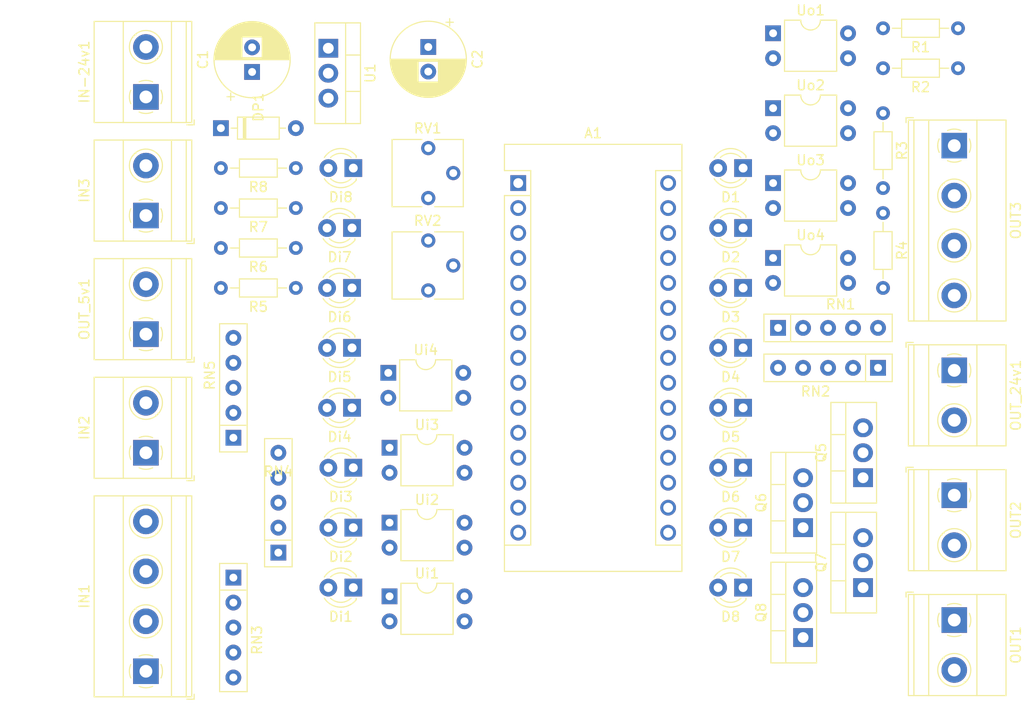
<source format=kicad_pcb>
(kicad_pcb (version 20171130) (host pcbnew 5.1.6+dfsg1-1)

  (general
    (thickness 1.6)
    (drawings 5)
    (tracks 0)
    (zones 0)
    (modules 57)
    (nets 66)
  )

  (page User 431.8 279.4)
  (layers
    (0 F.Cu signal)
    (31 B.Cu signal)
    (32 B.Adhes user)
    (33 F.Adhes user)
    (34 B.Paste user)
    (35 F.Paste user)
    (36 B.SilkS user)
    (37 F.SilkS user)
    (38 B.Mask user)
    (39 F.Mask user)
    (40 Dwgs.User user)
    (41 Cmts.User user)
    (42 Eco1.User user)
    (43 Eco2.User user)
    (44 Edge.Cuts user)
    (45 Margin user)
    (46 B.CrtYd user)
    (47 F.CrtYd user)
    (48 B.Fab user)
    (49 F.Fab user hide)
  )

  (setup
    (last_trace_width 0.5)
    (trace_clearance 0.2)
    (zone_clearance 0.508)
    (zone_45_only no)
    (trace_min 0.2)
    (via_size 0.8)
    (via_drill 0.4)
    (via_min_size 0.4)
    (via_min_drill 0.3)
    (uvia_size 0.3)
    (uvia_drill 0.1)
    (uvias_allowed no)
    (uvia_min_size 0.2)
    (uvia_min_drill 0.1)
    (edge_width 0.05)
    (segment_width 0.2)
    (pcb_text_width 0.3)
    (pcb_text_size 1.5 1.5)
    (mod_edge_width 0.12)
    (mod_text_size 1 1)
    (mod_text_width 0.15)
    (pad_size 1.524 1.524)
    (pad_drill 0.762)
    (pad_to_mask_clearance 0.05)
    (aux_axis_origin 0 0)
    (grid_origin -38.1 -241.3)
    (visible_elements FFFFFFFF)
    (pcbplotparams
      (layerselection 0x010fc_ffffffff)
      (usegerberextensions false)
      (usegerberattributes true)
      (usegerberadvancedattributes true)
      (creategerberjobfile true)
      (excludeedgelayer true)
      (linewidth 0.100000)
      (plotframeref false)
      (viasonmask false)
      (mode 1)
      (useauxorigin false)
      (hpglpennumber 1)
      (hpglpenspeed 20)
      (hpglpendiameter 15.000000)
      (psnegative false)
      (psa4output false)
      (plotreference true)
      (plotvalue true)
      (plotinvisibletext false)
      (padsonsilk false)
      (subtractmaskfromsilk false)
      (outputformat 1)
      (mirror false)
      (drillshape 1)
      (scaleselection 1)
      (outputdirectory ""))
  )

  (net 0 "")
  (net 1 "Net-(A1-Pad26)")
  (net 2 "Net-(A1-Pad25)")
  (net 3 "Net-(A1-Pad24)")
  (net 4 "Net-(A1-Pad23)")
  (net 5 "Net-(A1-Pad22)")
  (net 6 "Net-(A1-Pad21)")
  (net 7 "Net-(A1-Pad20)")
  (net 8 GND)
  (net 9 "Net-(A1-Pad19)")
  (net 10 "Net-(A1-Pad2)")
  (net 11 "Net-(A1-Pad1)")
  (net 12 +5V)
  (net 13 "Net-(D1-Pad1)")
  (net 14 +24V)
  (net 15 "Net-(D2-Pad1)")
  (net 16 "Net-(D3-Pad1)")
  (net 17 "Net-(D4-Pad1)")
  (net 18 "Net-(D5-Pad1)")
  (net 19 "Net-(D6-Pad1)")
  (net 20 "Net-(OUT3-Pad4)")
  (net 21 "Net-(OUT3-Pad3)")
  (net 22 "Net-(OUT3-Pad2)")
  (net 23 "Net-(OUT3-Pad1)")
  (net 24 "Net-(R3-Pad2)")
  (net 25 "Net-(R4-Pad2)")
  (net 26 "Net-(D7-Pad1)")
  (net 27 "Net-(Di1-Pad2)")
  (net 28 "Net-(Di1-Pad1)")
  (net 29 "Net-(Di2-Pad2)")
  (net 30 "Net-(Di2-Pad1)")
  (net 31 "Net-(Di3-Pad2)")
  (net 32 "Net-(Di3-Pad1)")
  (net 33 "Net-(Di4-Pad2)")
  (net 34 "Net-(Di4-Pad1)")
  (net 35 /d9)
  (net 36 /d8)
  (net 37 /d7)
  (net 38 /d6)
  (net 39 /d5)
  (net 40 /d4)
  (net 41 /d3)
  (net 42 /d2)
  (net 43 "Net-(D8-Pad1)")
  (net 44 "Net-(OUT1-Pad2)")
  (net 45 "Net-(OUT1-Pad1)")
  (net 46 "Net-(R1-Pad2)")
  (net 47 "Net-(R2-Pad2)")
  (net 48 "Net-(RN1-Pad5)")
  (net 49 "Net-(RN1-Pad4)")
  (net 50 "Net-(RN1-Pad3)")
  (net 51 "Net-(RN1-Pad2)")
  (net 52 "Net-(RN4-Pad5)")
  (net 53 "Net-(RN4-Pad4)")
  (net 54 "Net-(RN4-Pad3)")
  (net 55 "Net-(RN4-Pad2)")
  (net 56 "Net-(Di5-Pad1)")
  (net 57 "Net-(Di6-Pad1)")
  (net 58 "Net-(Di7-Pad1)")
  (net 59 "Net-(Di8-Pad1)")
  (net 60 "Net-(IN2-Pad2)")
  (net 61 "Net-(IN2-Pad1)")
  (net 62 "Net-(IN3-Pad2)")
  (net 63 "Net-(IN3-Pad1)")
  (net 64 "Net-(OUT2-Pad2)")
  (net 65 "Net-(OUT2-Pad1)")

  (net_class Default "This is the default net class."
    (clearance 0.2)
    (trace_width 0.5)
    (via_dia 0.8)
    (via_drill 0.4)
    (uvia_dia 0.3)
    (uvia_drill 0.1)
    (add_net +5V)
    (add_net /d2)
    (add_net /d3)
    (add_net /d4)
    (add_net /d5)
    (add_net /d6)
    (add_net /d7)
    (add_net /d8)
    (add_net /d9)
    (add_net "Net-(A1-Pad1)")
    (add_net "Net-(A1-Pad13)")
    (add_net "Net-(A1-Pad14)")
    (add_net "Net-(A1-Pad15)")
    (add_net "Net-(A1-Pad16)")
    (add_net "Net-(A1-Pad17)")
    (add_net "Net-(A1-Pad18)")
    (add_net "Net-(A1-Pad19)")
    (add_net "Net-(A1-Pad2)")
    (add_net "Net-(A1-Pad20)")
    (add_net "Net-(A1-Pad21)")
    (add_net "Net-(A1-Pad22)")
    (add_net "Net-(A1-Pad23)")
    (add_net "Net-(A1-Pad24)")
    (add_net "Net-(A1-Pad25)")
    (add_net "Net-(A1-Pad26)")
    (add_net "Net-(A1-Pad27)")
    (add_net "Net-(A1-Pad28)")
    (add_net "Net-(A1-Pad3)")
    (add_net "Net-(A1-Pad4)")
    (add_net "Net-(D1-Pad1)")
    (add_net "Net-(D2-Pad1)")
    (add_net "Net-(D3-Pad1)")
    (add_net "Net-(D4-Pad1)")
    (add_net "Net-(D5-Pad1)")
    (add_net "Net-(D6-Pad1)")
    (add_net "Net-(D7-Pad1)")
    (add_net "Net-(D8-Pad1)")
    (add_net "Net-(Di1-Pad1)")
    (add_net "Net-(Di1-Pad2)")
    (add_net "Net-(Di2-Pad1)")
    (add_net "Net-(Di2-Pad2)")
    (add_net "Net-(Di3-Pad1)")
    (add_net "Net-(Di3-Pad2)")
    (add_net "Net-(Di4-Pad1)")
    (add_net "Net-(Di4-Pad2)")
    (add_net "Net-(Di5-Pad1)")
    (add_net "Net-(Di6-Pad1)")
    (add_net "Net-(Di7-Pad1)")
    (add_net "Net-(Di8-Pad1)")
    (add_net "Net-(IN2-Pad1)")
    (add_net "Net-(IN2-Pad2)")
    (add_net "Net-(IN3-Pad1)")
    (add_net "Net-(IN3-Pad2)")
    (add_net "Net-(OUT1-Pad1)")
    (add_net "Net-(OUT1-Pad2)")
    (add_net "Net-(OUT2-Pad1)")
    (add_net "Net-(OUT2-Pad2)")
    (add_net "Net-(OUT3-Pad1)")
    (add_net "Net-(OUT3-Pad2)")
    (add_net "Net-(OUT3-Pad3)")
    (add_net "Net-(OUT3-Pad4)")
    (add_net "Net-(R1-Pad2)")
    (add_net "Net-(R2-Pad2)")
    (add_net "Net-(R3-Pad2)")
    (add_net "Net-(R4-Pad2)")
    (add_net "Net-(RN1-Pad2)")
    (add_net "Net-(RN1-Pad3)")
    (add_net "Net-(RN1-Pad4)")
    (add_net "Net-(RN1-Pad5)")
    (add_net "Net-(RN4-Pad2)")
    (add_net "Net-(RN4-Pad3)")
    (add_net "Net-(RN4-Pad4)")
    (add_net "Net-(RN4-Pad5)")
  )

  (net_class Power ""
    (clearance 0.2)
    (trace_width 1)
    (via_dia 0.8)
    (via_drill 0.4)
    (uvia_dia 0.3)
    (uvia_drill 0.1)
    (add_net +24V)
    (add_net GND)
  )

  (module Resistor_THT:R_Array_SIP5 (layer F.Cu) (tedit 5A14249F) (tstamp 6029816A)
    (at 88.9 188.976 90)
    (descr "5-pin Resistor SIP pack")
    (tags R)
    (path /6033C195)
    (fp_text reference RN5 (at 6.35 -2.4 90) (layer F.SilkS)
      (effects (font (size 1 1) (thickness 0.15)))
    )
    (fp_text value R_200 (at 6.35 2.4 90) (layer F.Fab)
      (effects (font (size 1 1) (thickness 0.15)))
    )
    (fp_text user %R (at 5.08 0 90) (layer F.Fab)
      (effects (font (size 1 1) (thickness 0.15)))
    )
    (fp_line (start -1.29 -1.25) (end -1.29 1.25) (layer F.Fab) (width 0.1))
    (fp_line (start -1.29 1.25) (end 11.45 1.25) (layer F.Fab) (width 0.1))
    (fp_line (start 11.45 1.25) (end 11.45 -1.25) (layer F.Fab) (width 0.1))
    (fp_line (start 11.45 -1.25) (end -1.29 -1.25) (layer F.Fab) (width 0.1))
    (fp_line (start 1.27 -1.25) (end 1.27 1.25) (layer F.Fab) (width 0.1))
    (fp_line (start -1.44 -1.4) (end -1.44 1.4) (layer F.SilkS) (width 0.12))
    (fp_line (start -1.44 1.4) (end 11.6 1.4) (layer F.SilkS) (width 0.12))
    (fp_line (start 11.6 1.4) (end 11.6 -1.4) (layer F.SilkS) (width 0.12))
    (fp_line (start 11.6 -1.4) (end -1.44 -1.4) (layer F.SilkS) (width 0.12))
    (fp_line (start 1.27 -1.4) (end 1.27 1.4) (layer F.SilkS) (width 0.12))
    (fp_line (start -1.7 -1.65) (end -1.7 1.65) (layer F.CrtYd) (width 0.05))
    (fp_line (start -1.7 1.65) (end 11.9 1.65) (layer F.CrtYd) (width 0.05))
    (fp_line (start 11.9 1.65) (end 11.9 -1.65) (layer F.CrtYd) (width 0.05))
    (fp_line (start 11.9 -1.65) (end -1.7 -1.65) (layer F.CrtYd) (width 0.05))
    (pad 5 thru_hole oval (at 10.16 0 90) (size 1.6 1.6) (drill 0.8) (layers *.Cu *.Mask)
      (net 59 "Net-(Di8-Pad1)"))
    (pad 4 thru_hole oval (at 7.62 0 90) (size 1.6 1.6) (drill 0.8) (layers *.Cu *.Mask)
      (net 58 "Net-(Di7-Pad1)"))
    (pad 3 thru_hole oval (at 5.08 0 90) (size 1.6 1.6) (drill 0.8) (layers *.Cu *.Mask)
      (net 57 "Net-(Di6-Pad1)"))
    (pad 2 thru_hole oval (at 2.54 0 90) (size 1.6 1.6) (drill 0.8) (layers *.Cu *.Mask)
      (net 56 "Net-(Di5-Pad1)"))
    (pad 1 thru_hole rect (at 0 0 90) (size 1.6 1.6) (drill 0.8) (layers *.Cu *.Mask)
      (net 8 GND))
    (model ${KISYS3DMOD}/Resistor_THT.3dshapes/R_Array_SIP5.wrl
      (at (xyz 0 0 0))
      (scale (xyz 1 1 1))
      (rotate (xyz 0 0 0))
    )
  )

  (module Resistor_THT:R_Axial_DIN0204_L3.6mm_D1.6mm_P7.62mm_Horizontal (layer F.Cu) (tedit 5AE5139B) (tstamp 60297C0F)
    (at 95.25 161.544 180)
    (descr "Resistor, Axial_DIN0204 series, Axial, Horizontal, pin pitch=7.62mm, 0.167W, length*diameter=3.6*1.6mm^2, http://cdn-reichelt.de/documents/datenblatt/B400/1_4W%23YAG.pdf")
    (tags "Resistor Axial_DIN0204 series Axial Horizontal pin pitch 7.62mm 0.167W length 3.6mm diameter 1.6mm")
    (path /60834E2E)
    (fp_text reference R8 (at 3.81 -1.92) (layer F.SilkS)
      (effects (font (size 1 1) (thickness 0.15)))
    )
    (fp_text value R1k (at 3.81 1.92) (layer F.Fab)
      (effects (font (size 1 1) (thickness 0.15)))
    )
    (fp_text user %R (at 3.81 0) (layer F.Fab)
      (effects (font (size 0.72 0.72) (thickness 0.108)))
    )
    (fp_line (start 2.01 -0.8) (end 2.01 0.8) (layer F.Fab) (width 0.1))
    (fp_line (start 2.01 0.8) (end 5.61 0.8) (layer F.Fab) (width 0.1))
    (fp_line (start 5.61 0.8) (end 5.61 -0.8) (layer F.Fab) (width 0.1))
    (fp_line (start 5.61 -0.8) (end 2.01 -0.8) (layer F.Fab) (width 0.1))
    (fp_line (start 0 0) (end 2.01 0) (layer F.Fab) (width 0.1))
    (fp_line (start 7.62 0) (end 5.61 0) (layer F.Fab) (width 0.1))
    (fp_line (start 1.89 -0.92) (end 1.89 0.92) (layer F.SilkS) (width 0.12))
    (fp_line (start 1.89 0.92) (end 5.73 0.92) (layer F.SilkS) (width 0.12))
    (fp_line (start 5.73 0.92) (end 5.73 -0.92) (layer F.SilkS) (width 0.12))
    (fp_line (start 5.73 -0.92) (end 1.89 -0.92) (layer F.SilkS) (width 0.12))
    (fp_line (start 0.94 0) (end 1.89 0) (layer F.SilkS) (width 0.12))
    (fp_line (start 6.68 0) (end 5.73 0) (layer F.SilkS) (width 0.12))
    (fp_line (start -0.95 -1.05) (end -0.95 1.05) (layer F.CrtYd) (width 0.05))
    (fp_line (start -0.95 1.05) (end 8.57 1.05) (layer F.CrtYd) (width 0.05))
    (fp_line (start 8.57 1.05) (end 8.57 -1.05) (layer F.CrtYd) (width 0.05))
    (fp_line (start 8.57 -1.05) (end -0.95 -1.05) (layer F.CrtYd) (width 0.05))
    (pad 2 thru_hole oval (at 7.62 0 180) (size 1.4 1.4) (drill 0.7) (layers *.Cu *.Mask)
      (net 62 "Net-(IN3-Pad2)"))
    (pad 1 thru_hole circle (at 0 0 180) (size 1.4 1.4) (drill 0.7) (layers *.Cu *.Mask)
      (net 11 "Net-(A1-Pad1)"))
    (model ${KISYS3DMOD}/Resistor_THT.3dshapes/R_Axial_DIN0204_L3.6mm_D1.6mm_P7.62mm_Horizontal.wrl
      (at (xyz 0 0 0))
      (scale (xyz 1 1 1))
      (rotate (xyz 0 0 0))
    )
  )

  (module Resistor_THT:R_Axial_DIN0204_L3.6mm_D1.6mm_P7.62mm_Horizontal (layer F.Cu) (tedit 5AE5139B) (tstamp 60297C51)
    (at 95.25 165.608 180)
    (descr "Resistor, Axial_DIN0204 series, Axial, Horizontal, pin pitch=7.62mm, 0.167W, length*diameter=3.6*1.6mm^2, http://cdn-reichelt.de/documents/datenblatt/B400/1_4W%23YAG.pdf")
    (tags "Resistor Axial_DIN0204 series Axial Horizontal pin pitch 7.62mm 0.167W length 3.6mm diameter 1.6mm")
    (path /6085161A)
    (fp_text reference R7 (at 3.81 -1.92) (layer F.SilkS)
      (effects (font (size 1 1) (thickness 0.15)))
    )
    (fp_text value R1k (at 3.81 1.92) (layer F.Fab)
      (effects (font (size 1 1) (thickness 0.15)))
    )
    (fp_text user %R (at 3.81 0) (layer F.Fab)
      (effects (font (size 0.72 0.72) (thickness 0.108)))
    )
    (fp_line (start 2.01 -0.8) (end 2.01 0.8) (layer F.Fab) (width 0.1))
    (fp_line (start 2.01 0.8) (end 5.61 0.8) (layer F.Fab) (width 0.1))
    (fp_line (start 5.61 0.8) (end 5.61 -0.8) (layer F.Fab) (width 0.1))
    (fp_line (start 5.61 -0.8) (end 2.01 -0.8) (layer F.Fab) (width 0.1))
    (fp_line (start 0 0) (end 2.01 0) (layer F.Fab) (width 0.1))
    (fp_line (start 7.62 0) (end 5.61 0) (layer F.Fab) (width 0.1))
    (fp_line (start 1.89 -0.92) (end 1.89 0.92) (layer F.SilkS) (width 0.12))
    (fp_line (start 1.89 0.92) (end 5.73 0.92) (layer F.SilkS) (width 0.12))
    (fp_line (start 5.73 0.92) (end 5.73 -0.92) (layer F.SilkS) (width 0.12))
    (fp_line (start 5.73 -0.92) (end 1.89 -0.92) (layer F.SilkS) (width 0.12))
    (fp_line (start 0.94 0) (end 1.89 0) (layer F.SilkS) (width 0.12))
    (fp_line (start 6.68 0) (end 5.73 0) (layer F.SilkS) (width 0.12))
    (fp_line (start -0.95 -1.05) (end -0.95 1.05) (layer F.CrtYd) (width 0.05))
    (fp_line (start -0.95 1.05) (end 8.57 1.05) (layer F.CrtYd) (width 0.05))
    (fp_line (start 8.57 1.05) (end 8.57 -1.05) (layer F.CrtYd) (width 0.05))
    (fp_line (start 8.57 -1.05) (end -0.95 -1.05) (layer F.CrtYd) (width 0.05))
    (pad 2 thru_hole oval (at 7.62 0 180) (size 1.4 1.4) (drill 0.7) (layers *.Cu *.Mask)
      (net 63 "Net-(IN3-Pad1)"))
    (pad 1 thru_hole circle (at 0 0 180) (size 1.4 1.4) (drill 0.7) (layers *.Cu *.Mask)
      (net 10 "Net-(A1-Pad2)"))
    (model ${KISYS3DMOD}/Resistor_THT.3dshapes/R_Axial_DIN0204_L3.6mm_D1.6mm_P7.62mm_Horizontal.wrl
      (at (xyz 0 0 0))
      (scale (xyz 1 1 1))
      (rotate (xyz 0 0 0))
    )
  )

  (module Resistor_THT:R_Axial_DIN0204_L3.6mm_D1.6mm_P7.62mm_Horizontal (layer F.Cu) (tedit 5AE5139B) (tstamp 60297C93)
    (at 95.25 169.672 180)
    (descr "Resistor, Axial_DIN0204 series, Axial, Horizontal, pin pitch=7.62mm, 0.167W, length*diameter=3.6*1.6mm^2, http://cdn-reichelt.de/documents/datenblatt/B400/1_4W%23YAG.pdf")
    (tags "Resistor Axial_DIN0204 series Axial Horizontal pin pitch 7.62mm 0.167W length 3.6mm diameter 1.6mm")
    (path /608388BB)
    (fp_text reference R6 (at 3.81 -1.92) (layer F.SilkS)
      (effects (font (size 1 1) (thickness 0.15)))
    )
    (fp_text value R1k (at 3.81 1.92) (layer F.Fab)
      (effects (font (size 1 1) (thickness 0.15)))
    )
    (fp_text user %R (at 3.81 0) (layer F.Fab)
      (effects (font (size 0.72 0.72) (thickness 0.108)))
    )
    (fp_line (start 2.01 -0.8) (end 2.01 0.8) (layer F.Fab) (width 0.1))
    (fp_line (start 2.01 0.8) (end 5.61 0.8) (layer F.Fab) (width 0.1))
    (fp_line (start 5.61 0.8) (end 5.61 -0.8) (layer F.Fab) (width 0.1))
    (fp_line (start 5.61 -0.8) (end 2.01 -0.8) (layer F.Fab) (width 0.1))
    (fp_line (start 0 0) (end 2.01 0) (layer F.Fab) (width 0.1))
    (fp_line (start 7.62 0) (end 5.61 0) (layer F.Fab) (width 0.1))
    (fp_line (start 1.89 -0.92) (end 1.89 0.92) (layer F.SilkS) (width 0.12))
    (fp_line (start 1.89 0.92) (end 5.73 0.92) (layer F.SilkS) (width 0.12))
    (fp_line (start 5.73 0.92) (end 5.73 -0.92) (layer F.SilkS) (width 0.12))
    (fp_line (start 5.73 -0.92) (end 1.89 -0.92) (layer F.SilkS) (width 0.12))
    (fp_line (start 0.94 0) (end 1.89 0) (layer F.SilkS) (width 0.12))
    (fp_line (start 6.68 0) (end 5.73 0) (layer F.SilkS) (width 0.12))
    (fp_line (start -0.95 -1.05) (end -0.95 1.05) (layer F.CrtYd) (width 0.05))
    (fp_line (start -0.95 1.05) (end 8.57 1.05) (layer F.CrtYd) (width 0.05))
    (fp_line (start 8.57 1.05) (end 8.57 -1.05) (layer F.CrtYd) (width 0.05))
    (fp_line (start 8.57 -1.05) (end -0.95 -1.05) (layer F.CrtYd) (width 0.05))
    (pad 2 thru_hole oval (at 7.62 0 180) (size 1.4 1.4) (drill 0.7) (layers *.Cu *.Mask)
      (net 60 "Net-(IN2-Pad2)"))
    (pad 1 thru_hole circle (at 0 0 180) (size 1.4 1.4) (drill 0.7) (layers *.Cu *.Mask)
      (net 3 "Net-(A1-Pad24)"))
    (model ${KISYS3DMOD}/Resistor_THT.3dshapes/R_Axial_DIN0204_L3.6mm_D1.6mm_P7.62mm_Horizontal.wrl
      (at (xyz 0 0 0))
      (scale (xyz 1 1 1))
      (rotate (xyz 0 0 0))
    )
  )

  (module Resistor_THT:R_Axial_DIN0204_L3.6mm_D1.6mm_P7.62mm_Horizontal (layer F.Cu) (tedit 5AE5139B) (tstamp 60297CD5)
    (at 95.25 173.736 180)
    (descr "Resistor, Axial_DIN0204 series, Axial, Horizontal, pin pitch=7.62mm, 0.167W, length*diameter=3.6*1.6mm^2, http://cdn-reichelt.de/documents/datenblatt/B400/1_4W%23YAG.pdf")
    (tags "Resistor Axial_DIN0204 series Axial Horizontal pin pitch 7.62mm 0.167W length 3.6mm diameter 1.6mm")
    (path /608383BC)
    (fp_text reference R5 (at 3.81 -1.92) (layer F.SilkS)
      (effects (font (size 1 1) (thickness 0.15)))
    )
    (fp_text value R1k (at 3.81 1.92) (layer F.Fab)
      (effects (font (size 1 1) (thickness 0.15)))
    )
    (fp_text user %R (at 3.81 0) (layer F.Fab)
      (effects (font (size 0.72 0.72) (thickness 0.108)))
    )
    (fp_line (start 2.01 -0.8) (end 2.01 0.8) (layer F.Fab) (width 0.1))
    (fp_line (start 2.01 0.8) (end 5.61 0.8) (layer F.Fab) (width 0.1))
    (fp_line (start 5.61 0.8) (end 5.61 -0.8) (layer F.Fab) (width 0.1))
    (fp_line (start 5.61 -0.8) (end 2.01 -0.8) (layer F.Fab) (width 0.1))
    (fp_line (start 0 0) (end 2.01 0) (layer F.Fab) (width 0.1))
    (fp_line (start 7.62 0) (end 5.61 0) (layer F.Fab) (width 0.1))
    (fp_line (start 1.89 -0.92) (end 1.89 0.92) (layer F.SilkS) (width 0.12))
    (fp_line (start 1.89 0.92) (end 5.73 0.92) (layer F.SilkS) (width 0.12))
    (fp_line (start 5.73 0.92) (end 5.73 -0.92) (layer F.SilkS) (width 0.12))
    (fp_line (start 5.73 -0.92) (end 1.89 -0.92) (layer F.SilkS) (width 0.12))
    (fp_line (start 0.94 0) (end 1.89 0) (layer F.SilkS) (width 0.12))
    (fp_line (start 6.68 0) (end 5.73 0) (layer F.SilkS) (width 0.12))
    (fp_line (start -0.95 -1.05) (end -0.95 1.05) (layer F.CrtYd) (width 0.05))
    (fp_line (start -0.95 1.05) (end 8.57 1.05) (layer F.CrtYd) (width 0.05))
    (fp_line (start 8.57 1.05) (end 8.57 -1.05) (layer F.CrtYd) (width 0.05))
    (fp_line (start 8.57 -1.05) (end -0.95 -1.05) (layer F.CrtYd) (width 0.05))
    (pad 2 thru_hole oval (at 7.62 0 180) (size 1.4 1.4) (drill 0.7) (layers *.Cu *.Mask)
      (net 61 "Net-(IN2-Pad1)"))
    (pad 1 thru_hole circle (at 0 0 180) (size 1.4 1.4) (drill 0.7) (layers *.Cu *.Mask)
      (net 4 "Net-(A1-Pad23)"))
    (model ${KISYS3DMOD}/Resistor_THT.3dshapes/R_Axial_DIN0204_L3.6mm_D1.6mm_P7.62mm_Horizontal.wrl
      (at (xyz 0 0 0))
      (scale (xyz 1 1 1))
      (rotate (xyz 0 0 0))
    )
  )

  (module TerminalBlock_Phoenix:TerminalBlock_Phoenix_MKDS-1,5-2-5.08_1x02_P5.08mm_Horizontal (layer F.Cu) (tedit 5B294EBC) (tstamp 60296D3A)
    (at 162.179 194.818 270)
    (descr "Terminal Block Phoenix MKDS-1,5-2-5.08, 2 pins, pitch 5.08mm, size 10.2x9.8mm^2, drill diamater 1.3mm, pad diameter 2.6mm, see http://www.farnell.com/datasheets/100425.pdf, script-generated using https://github.com/pointhi/kicad-footprint-generator/scripts/TerminalBlock_Phoenix")
    (tags "THT Terminal Block Phoenix MKDS-1,5-2-5.08 pitch 5.08mm size 10.2x9.8mm^2 drill 1.3mm pad 2.6mm")
    (path /6034739C)
    (fp_text reference OUT2 (at 2.54 -6.26 90) (layer F.SilkS)
      (effects (font (size 1 1) (thickness 0.15)))
    )
    (fp_text value Screw_Terminal_01x02 (at 2.54 5.66 90) (layer F.Fab)
      (effects (font (size 1 1) (thickness 0.15)))
    )
    (fp_text user %R (at 2.54 3.2 90) (layer F.Fab)
      (effects (font (size 1 1) (thickness 0.15)))
    )
    (fp_arc (start 0 0) (end -0.684 1.535) (angle -25) (layer F.SilkS) (width 0.12))
    (fp_arc (start 0 0) (end -1.535 -0.684) (angle -48) (layer F.SilkS) (width 0.12))
    (fp_arc (start 0 0) (end 0.684 -1.535) (angle -48) (layer F.SilkS) (width 0.12))
    (fp_arc (start 0 0) (end 1.535 0.684) (angle -48) (layer F.SilkS) (width 0.12))
    (fp_arc (start 0 0) (end 0 1.68) (angle -24) (layer F.SilkS) (width 0.12))
    (fp_circle (center 0 0) (end 1.5 0) (layer F.Fab) (width 0.1))
    (fp_circle (center 5.08 0) (end 6.58 0) (layer F.Fab) (width 0.1))
    (fp_circle (center 5.08 0) (end 6.76 0) (layer F.SilkS) (width 0.12))
    (fp_line (start -2.54 -5.2) (end 7.62 -5.2) (layer F.Fab) (width 0.1))
    (fp_line (start 7.62 -5.2) (end 7.62 4.6) (layer F.Fab) (width 0.1))
    (fp_line (start 7.62 4.6) (end -2.04 4.6) (layer F.Fab) (width 0.1))
    (fp_line (start -2.04 4.6) (end -2.54 4.1) (layer F.Fab) (width 0.1))
    (fp_line (start -2.54 4.1) (end -2.54 -5.2) (layer F.Fab) (width 0.1))
    (fp_line (start -2.54 4.1) (end 7.62 4.1) (layer F.Fab) (width 0.1))
    (fp_line (start -2.6 4.1) (end 7.68 4.1) (layer F.SilkS) (width 0.12))
    (fp_line (start -2.54 2.6) (end 7.62 2.6) (layer F.Fab) (width 0.1))
    (fp_line (start -2.6 2.6) (end 7.68 2.6) (layer F.SilkS) (width 0.12))
    (fp_line (start -2.54 -2.3) (end 7.62 -2.3) (layer F.Fab) (width 0.1))
    (fp_line (start -2.6 -2.301) (end 7.68 -2.301) (layer F.SilkS) (width 0.12))
    (fp_line (start -2.6 -5.261) (end 7.68 -5.261) (layer F.SilkS) (width 0.12))
    (fp_line (start -2.6 4.66) (end 7.68 4.66) (layer F.SilkS) (width 0.12))
    (fp_line (start -2.6 -5.261) (end -2.6 4.66) (layer F.SilkS) (width 0.12))
    (fp_line (start 7.68 -5.261) (end 7.68 4.66) (layer F.SilkS) (width 0.12))
    (fp_line (start 1.138 -0.955) (end -0.955 1.138) (layer F.Fab) (width 0.1))
    (fp_line (start 0.955 -1.138) (end -1.138 0.955) (layer F.Fab) (width 0.1))
    (fp_line (start 6.218 -0.955) (end 4.126 1.138) (layer F.Fab) (width 0.1))
    (fp_line (start 6.035 -1.138) (end 3.943 0.955) (layer F.Fab) (width 0.1))
    (fp_line (start 6.355 -1.069) (end 6.308 -1.023) (layer F.SilkS) (width 0.12))
    (fp_line (start 4.046 1.239) (end 4.011 1.274) (layer F.SilkS) (width 0.12))
    (fp_line (start 6.15 -1.275) (end 6.115 -1.239) (layer F.SilkS) (width 0.12))
    (fp_line (start 3.853 1.023) (end 3.806 1.069) (layer F.SilkS) (width 0.12))
    (fp_line (start -2.84 4.16) (end -2.84 4.9) (layer F.SilkS) (width 0.12))
    (fp_line (start -2.84 4.9) (end -2.34 4.9) (layer F.SilkS) (width 0.12))
    (fp_line (start -3.04 -5.71) (end -3.04 5.1) (layer F.CrtYd) (width 0.05))
    (fp_line (start -3.04 5.1) (end 8.13 5.1) (layer F.CrtYd) (width 0.05))
    (fp_line (start 8.13 5.1) (end 8.13 -5.71) (layer F.CrtYd) (width 0.05))
    (fp_line (start 8.13 -5.71) (end -3.04 -5.71) (layer F.CrtYd) (width 0.05))
    (pad 2 thru_hole circle (at 5.08 0 270) (size 2.6 2.6) (drill 1.3) (layers *.Cu *.Mask)
      (net 64 "Net-(OUT2-Pad2)"))
    (pad 1 thru_hole rect (at 0 0 270) (size 2.6 2.6) (drill 1.3) (layers *.Cu *.Mask)
      (net 65 "Net-(OUT2-Pad1)"))
    (model ${KISYS3DMOD}/TerminalBlock_Phoenix.3dshapes/TerminalBlock_Phoenix_MKDS-1,5-2-5.08_1x02_P5.08mm_Horizontal.wrl
      (at (xyz 0 0 0))
      (scale (xyz 1 1 1))
      (rotate (xyz 0 0 0))
    )
  )

  (module TerminalBlock_Phoenix:TerminalBlock_Phoenix_MKDS-1,5-2-5.08_1x02_P5.08mm_Horizontal (layer F.Cu) (tedit 5B294EBC) (tstamp 6028F7BD)
    (at 162.179 207.518 270)
    (descr "Terminal Block Phoenix MKDS-1,5-2-5.08, 2 pins, pitch 5.08mm, size 10.2x9.8mm^2, drill diamater 1.3mm, pad diameter 2.6mm, see http://www.farnell.com/datasheets/100425.pdf, script-generated using https://github.com/pointhi/kicad-footprint-generator/scripts/TerminalBlock_Phoenix")
    (tags "THT Terminal Block Phoenix MKDS-1,5-2-5.08 pitch 5.08mm size 10.2x9.8mm^2 drill 1.3mm pad 2.6mm")
    (path /603456A6)
    (fp_text reference OUT1 (at 2.54 -6.26 90) (layer F.SilkS)
      (effects (font (size 1 1) (thickness 0.15)))
    )
    (fp_text value Screw_Terminal_01x02 (at 2.54 5.66 90) (layer F.Fab)
      (effects (font (size 1 1) (thickness 0.15)))
    )
    (fp_text user %R (at 2.54 3.2 90) (layer F.Fab)
      (effects (font (size 1 1) (thickness 0.15)))
    )
    (fp_arc (start 0 0) (end -0.684 1.535) (angle -25) (layer F.SilkS) (width 0.12))
    (fp_arc (start 0 0) (end -1.535 -0.684) (angle -48) (layer F.SilkS) (width 0.12))
    (fp_arc (start 0 0) (end 0.684 -1.535) (angle -48) (layer F.SilkS) (width 0.12))
    (fp_arc (start 0 0) (end 1.535 0.684) (angle -48) (layer F.SilkS) (width 0.12))
    (fp_arc (start 0 0) (end 0 1.68) (angle -24) (layer F.SilkS) (width 0.12))
    (fp_circle (center 0 0) (end 1.5 0) (layer F.Fab) (width 0.1))
    (fp_circle (center 5.08 0) (end 6.58 0) (layer F.Fab) (width 0.1))
    (fp_circle (center 5.08 0) (end 6.76 0) (layer F.SilkS) (width 0.12))
    (fp_line (start -2.54 -5.2) (end 7.62 -5.2) (layer F.Fab) (width 0.1))
    (fp_line (start 7.62 -5.2) (end 7.62 4.6) (layer F.Fab) (width 0.1))
    (fp_line (start 7.62 4.6) (end -2.04 4.6) (layer F.Fab) (width 0.1))
    (fp_line (start -2.04 4.6) (end -2.54 4.1) (layer F.Fab) (width 0.1))
    (fp_line (start -2.54 4.1) (end -2.54 -5.2) (layer F.Fab) (width 0.1))
    (fp_line (start -2.54 4.1) (end 7.62 4.1) (layer F.Fab) (width 0.1))
    (fp_line (start -2.6 4.1) (end 7.68 4.1) (layer F.SilkS) (width 0.12))
    (fp_line (start -2.54 2.6) (end 7.62 2.6) (layer F.Fab) (width 0.1))
    (fp_line (start -2.6 2.6) (end 7.68 2.6) (layer F.SilkS) (width 0.12))
    (fp_line (start -2.54 -2.3) (end 7.62 -2.3) (layer F.Fab) (width 0.1))
    (fp_line (start -2.6 -2.301) (end 7.68 -2.301) (layer F.SilkS) (width 0.12))
    (fp_line (start -2.6 -5.261) (end 7.68 -5.261) (layer F.SilkS) (width 0.12))
    (fp_line (start -2.6 4.66) (end 7.68 4.66) (layer F.SilkS) (width 0.12))
    (fp_line (start -2.6 -5.261) (end -2.6 4.66) (layer F.SilkS) (width 0.12))
    (fp_line (start 7.68 -5.261) (end 7.68 4.66) (layer F.SilkS) (width 0.12))
    (fp_line (start 1.138 -0.955) (end -0.955 1.138) (layer F.Fab) (width 0.1))
    (fp_line (start 0.955 -1.138) (end -1.138 0.955) (layer F.Fab) (width 0.1))
    (fp_line (start 6.218 -0.955) (end 4.126 1.138) (layer F.Fab) (width 0.1))
    (fp_line (start 6.035 -1.138) (end 3.943 0.955) (layer F.Fab) (width 0.1))
    (fp_line (start 6.355 -1.069) (end 6.308 -1.023) (layer F.SilkS) (width 0.12))
    (fp_line (start 4.046 1.239) (end 4.011 1.274) (layer F.SilkS) (width 0.12))
    (fp_line (start 6.15 -1.275) (end 6.115 -1.239) (layer F.SilkS) (width 0.12))
    (fp_line (start 3.853 1.023) (end 3.806 1.069) (layer F.SilkS) (width 0.12))
    (fp_line (start -2.84 4.16) (end -2.84 4.9) (layer F.SilkS) (width 0.12))
    (fp_line (start -2.84 4.9) (end -2.34 4.9) (layer F.SilkS) (width 0.12))
    (fp_line (start -3.04 -5.71) (end -3.04 5.1) (layer F.CrtYd) (width 0.05))
    (fp_line (start -3.04 5.1) (end 8.13 5.1) (layer F.CrtYd) (width 0.05))
    (fp_line (start 8.13 5.1) (end 8.13 -5.71) (layer F.CrtYd) (width 0.05))
    (fp_line (start 8.13 -5.71) (end -3.04 -5.71) (layer F.CrtYd) (width 0.05))
    (pad 2 thru_hole circle (at 5.08 0 270) (size 2.6 2.6) (drill 1.3) (layers *.Cu *.Mask)
      (net 44 "Net-(OUT1-Pad2)"))
    (pad 1 thru_hole rect (at 0 0 270) (size 2.6 2.6) (drill 1.3) (layers *.Cu *.Mask)
      (net 45 "Net-(OUT1-Pad1)"))
    (model ${KISYS3DMOD}/TerminalBlock_Phoenix.3dshapes/TerminalBlock_Phoenix_MKDS-1,5-2-5.08_1x02_P5.08mm_Horizontal.wrl
      (at (xyz 0 0 0))
      (scale (xyz 1 1 1))
      (rotate (xyz 0 0 0))
    )
  )

  (module LED_THT:LED_D3.0mm (layer F.Cu) (tedit 587A3A7B) (tstamp 6029775E)
    (at 101.092 161.544 180)
    (descr "LED, diameter 3.0mm, 2 pins")
    (tags "LED diameter 3.0mm 2 pins")
    (path /603BE901)
    (fp_text reference Di8 (at 1.27 -2.96) (layer F.SilkS)
      (effects (font (size 1 1) (thickness 0.15)))
    )
    (fp_text value LED (at 1.27 2.96) (layer F.Fab)
      (effects (font (size 1 1) (thickness 0.15)))
    )
    (fp_arc (start 1.27 0) (end 0.229039 1.08) (angle -87.9) (layer F.SilkS) (width 0.12))
    (fp_arc (start 1.27 0) (end 0.229039 -1.08) (angle 87.9) (layer F.SilkS) (width 0.12))
    (fp_arc (start 1.27 0) (end -0.29 1.235516) (angle -108.8) (layer F.SilkS) (width 0.12))
    (fp_arc (start 1.27 0) (end -0.29 -1.235516) (angle 108.8) (layer F.SilkS) (width 0.12))
    (fp_arc (start 1.27 0) (end -0.23 -1.16619) (angle 284.3) (layer F.Fab) (width 0.1))
    (fp_circle (center 1.27 0) (end 2.77 0) (layer F.Fab) (width 0.1))
    (fp_line (start -0.23 -1.16619) (end -0.23 1.16619) (layer F.Fab) (width 0.1))
    (fp_line (start -0.29 -1.236) (end -0.29 -1.08) (layer F.SilkS) (width 0.12))
    (fp_line (start -0.29 1.08) (end -0.29 1.236) (layer F.SilkS) (width 0.12))
    (fp_line (start -1.15 -2.25) (end -1.15 2.25) (layer F.CrtYd) (width 0.05))
    (fp_line (start -1.15 2.25) (end 3.7 2.25) (layer F.CrtYd) (width 0.05))
    (fp_line (start 3.7 2.25) (end 3.7 -2.25) (layer F.CrtYd) (width 0.05))
    (fp_line (start 3.7 -2.25) (end -1.15 -2.25) (layer F.CrtYd) (width 0.05))
    (pad 2 thru_hole circle (at 2.54 0 180) (size 1.8 1.8) (drill 0.9) (layers *.Cu *.Mask)
      (net 11 "Net-(A1-Pad1)"))
    (pad 1 thru_hole rect (at 0 0 180) (size 1.8 1.8) (drill 0.9) (layers *.Cu *.Mask)
      (net 59 "Net-(Di8-Pad1)"))
    (model ${KISYS3DMOD}/LED_THT.3dshapes/LED_D3.0mm.wrl
      (at (xyz 0 0 0))
      (scale (xyz 1 1 1))
      (rotate (xyz 0 0 0))
    )
  )

  (module LED_THT:LED_D3.0mm (layer F.Cu) (tedit 587A3A7B) (tstamp 60297728)
    (at 100.965 167.64 180)
    (descr "LED, diameter 3.0mm, 2 pins")
    (tags "LED diameter 3.0mm 2 pins")
    (path /603BE8FB)
    (fp_text reference Di7 (at 1.27 -2.96) (layer F.SilkS)
      (effects (font (size 1 1) (thickness 0.15)))
    )
    (fp_text value LED (at 1.27 2.96) (layer F.Fab)
      (effects (font (size 1 1) (thickness 0.15)))
    )
    (fp_arc (start 1.27 0) (end 0.229039 1.08) (angle -87.9) (layer F.SilkS) (width 0.12))
    (fp_arc (start 1.27 0) (end 0.229039 -1.08) (angle 87.9) (layer F.SilkS) (width 0.12))
    (fp_arc (start 1.27 0) (end -0.29 1.235516) (angle -108.8) (layer F.SilkS) (width 0.12))
    (fp_arc (start 1.27 0) (end -0.29 -1.235516) (angle 108.8) (layer F.SilkS) (width 0.12))
    (fp_arc (start 1.27 0) (end -0.23 -1.16619) (angle 284.3) (layer F.Fab) (width 0.1))
    (fp_circle (center 1.27 0) (end 2.77 0) (layer F.Fab) (width 0.1))
    (fp_line (start -0.23 -1.16619) (end -0.23 1.16619) (layer F.Fab) (width 0.1))
    (fp_line (start -0.29 -1.236) (end -0.29 -1.08) (layer F.SilkS) (width 0.12))
    (fp_line (start -0.29 1.08) (end -0.29 1.236) (layer F.SilkS) (width 0.12))
    (fp_line (start -1.15 -2.25) (end -1.15 2.25) (layer F.CrtYd) (width 0.05))
    (fp_line (start -1.15 2.25) (end 3.7 2.25) (layer F.CrtYd) (width 0.05))
    (fp_line (start 3.7 2.25) (end 3.7 -2.25) (layer F.CrtYd) (width 0.05))
    (fp_line (start 3.7 -2.25) (end -1.15 -2.25) (layer F.CrtYd) (width 0.05))
    (pad 2 thru_hole circle (at 2.54 0 180) (size 1.8 1.8) (drill 0.9) (layers *.Cu *.Mask)
      (net 10 "Net-(A1-Pad2)"))
    (pad 1 thru_hole rect (at 0 0 180) (size 1.8 1.8) (drill 0.9) (layers *.Cu *.Mask)
      (net 58 "Net-(Di7-Pad1)"))
    (model ${KISYS3DMOD}/LED_THT.3dshapes/LED_D3.0mm.wrl
      (at (xyz 0 0 0))
      (scale (xyz 1 1 1))
      (rotate (xyz 0 0 0))
    )
  )

  (module LED_THT:LED_D3.0mm (layer F.Cu) (tedit 587A3A7B) (tstamp 60297794)
    (at 100.965 173.736 180)
    (descr "LED, diameter 3.0mm, 2 pins")
    (tags "LED diameter 3.0mm 2 pins")
    (path /603BE908)
    (fp_text reference Di6 (at 1.27 -2.96) (layer F.SilkS)
      (effects (font (size 1 1) (thickness 0.15)))
    )
    (fp_text value LED (at 1.27 2.96) (layer F.Fab)
      (effects (font (size 1 1) (thickness 0.15)))
    )
    (fp_arc (start 1.27 0) (end 0.229039 1.08) (angle -87.9) (layer F.SilkS) (width 0.12))
    (fp_arc (start 1.27 0) (end 0.229039 -1.08) (angle 87.9) (layer F.SilkS) (width 0.12))
    (fp_arc (start 1.27 0) (end -0.29 1.235516) (angle -108.8) (layer F.SilkS) (width 0.12))
    (fp_arc (start 1.27 0) (end -0.29 -1.235516) (angle 108.8) (layer F.SilkS) (width 0.12))
    (fp_arc (start 1.27 0) (end -0.23 -1.16619) (angle 284.3) (layer F.Fab) (width 0.1))
    (fp_circle (center 1.27 0) (end 2.77 0) (layer F.Fab) (width 0.1))
    (fp_line (start -0.23 -1.16619) (end -0.23 1.16619) (layer F.Fab) (width 0.1))
    (fp_line (start -0.29 -1.236) (end -0.29 -1.08) (layer F.SilkS) (width 0.12))
    (fp_line (start -0.29 1.08) (end -0.29 1.236) (layer F.SilkS) (width 0.12))
    (fp_line (start -1.15 -2.25) (end -1.15 2.25) (layer F.CrtYd) (width 0.05))
    (fp_line (start -1.15 2.25) (end 3.7 2.25) (layer F.CrtYd) (width 0.05))
    (fp_line (start 3.7 2.25) (end 3.7 -2.25) (layer F.CrtYd) (width 0.05))
    (fp_line (start 3.7 -2.25) (end -1.15 -2.25) (layer F.CrtYd) (width 0.05))
    (pad 2 thru_hole circle (at 2.54 0 180) (size 1.8 1.8) (drill 0.9) (layers *.Cu *.Mask)
      (net 3 "Net-(A1-Pad24)"))
    (pad 1 thru_hole rect (at 0 0 180) (size 1.8 1.8) (drill 0.9) (layers *.Cu *.Mask)
      (net 57 "Net-(Di6-Pad1)"))
    (model ${KISYS3DMOD}/LED_THT.3dshapes/LED_D3.0mm.wrl
      (at (xyz 0 0 0))
      (scale (xyz 1 1 1))
      (rotate (xyz 0 0 0))
    )
  )

  (module LED_THT:LED_D3.0mm (layer F.Cu) (tedit 587A3A7B) (tstamp 602977CA)
    (at 100.965 179.832 180)
    (descr "LED, diameter 3.0mm, 2 pins")
    (tags "LED diameter 3.0mm 2 pins")
    (path /603BE913)
    (fp_text reference Di5 (at 1.27 -2.96) (layer F.SilkS)
      (effects (font (size 1 1) (thickness 0.15)))
    )
    (fp_text value LED (at 1.27 2.96) (layer F.Fab)
      (effects (font (size 1 1) (thickness 0.15)))
    )
    (fp_arc (start 1.27 0) (end 0.229039 1.08) (angle -87.9) (layer F.SilkS) (width 0.12))
    (fp_arc (start 1.27 0) (end 0.229039 -1.08) (angle 87.9) (layer F.SilkS) (width 0.12))
    (fp_arc (start 1.27 0) (end -0.29 1.235516) (angle -108.8) (layer F.SilkS) (width 0.12))
    (fp_arc (start 1.27 0) (end -0.29 -1.235516) (angle 108.8) (layer F.SilkS) (width 0.12))
    (fp_arc (start 1.27 0) (end -0.23 -1.16619) (angle 284.3) (layer F.Fab) (width 0.1))
    (fp_circle (center 1.27 0) (end 2.77 0) (layer F.Fab) (width 0.1))
    (fp_line (start -0.23 -1.16619) (end -0.23 1.16619) (layer F.Fab) (width 0.1))
    (fp_line (start -0.29 -1.236) (end -0.29 -1.08) (layer F.SilkS) (width 0.12))
    (fp_line (start -0.29 1.08) (end -0.29 1.236) (layer F.SilkS) (width 0.12))
    (fp_line (start -1.15 -2.25) (end -1.15 2.25) (layer F.CrtYd) (width 0.05))
    (fp_line (start -1.15 2.25) (end 3.7 2.25) (layer F.CrtYd) (width 0.05))
    (fp_line (start 3.7 2.25) (end 3.7 -2.25) (layer F.CrtYd) (width 0.05))
    (fp_line (start 3.7 -2.25) (end -1.15 -2.25) (layer F.CrtYd) (width 0.05))
    (pad 2 thru_hole circle (at 2.54 0 180) (size 1.8 1.8) (drill 0.9) (layers *.Cu *.Mask)
      (net 4 "Net-(A1-Pad23)"))
    (pad 1 thru_hole rect (at 0 0 180) (size 1.8 1.8) (drill 0.9) (layers *.Cu *.Mask)
      (net 56 "Net-(Di5-Pad1)"))
    (model ${KISYS3DMOD}/LED_THT.3dshapes/LED_D3.0mm.wrl
      (at (xyz 0 0 0))
      (scale (xyz 1 1 1))
      (rotate (xyz 0 0 0))
    )
  )

  (module TerminalBlock_Phoenix:TerminalBlock_Phoenix_MKDS-1,5-2-5.08_1x02_P5.08mm_Horizontal (layer F.Cu) (tedit 5B294EBC) (tstamp 6028F133)
    (at 162.179 182.118 270)
    (descr "Terminal Block Phoenix MKDS-1,5-2-5.08, 2 pins, pitch 5.08mm, size 10.2x9.8mm^2, drill diamater 1.3mm, pad diameter 2.6mm, see http://www.farnell.com/datasheets/100425.pdf, script-generated using https://github.com/pointhi/kicad-footprint-generator/scripts/TerminalBlock_Phoenix")
    (tags "THT Terminal Block Phoenix MKDS-1,5-2-5.08 pitch 5.08mm size 10.2x9.8mm^2 drill 1.3mm pad 2.6mm")
    (path /60597EBB)
    (fp_text reference OUT_24v1 (at 2.54 -6.26 90) (layer F.SilkS)
      (effects (font (size 1 1) (thickness 0.15)))
    )
    (fp_text value Screw_Terminal_01x02 (at 2.54 5.66 90) (layer F.Fab)
      (effects (font (size 1 1) (thickness 0.15)))
    )
    (fp_text user %R (at 2.54 3.2 90) (layer F.Fab)
      (effects (font (size 1 1) (thickness 0.15)))
    )
    (fp_arc (start 0 0) (end -0.684 1.535) (angle -25) (layer F.SilkS) (width 0.12))
    (fp_arc (start 0 0) (end -1.535 -0.684) (angle -48) (layer F.SilkS) (width 0.12))
    (fp_arc (start 0 0) (end 0.684 -1.535) (angle -48) (layer F.SilkS) (width 0.12))
    (fp_arc (start 0 0) (end 1.535 0.684) (angle -48) (layer F.SilkS) (width 0.12))
    (fp_arc (start 0 0) (end 0 1.68) (angle -24) (layer F.SilkS) (width 0.12))
    (fp_circle (center 0 0) (end 1.5 0) (layer F.Fab) (width 0.1))
    (fp_circle (center 5.08 0) (end 6.58 0) (layer F.Fab) (width 0.1))
    (fp_circle (center 5.08 0) (end 6.76 0) (layer F.SilkS) (width 0.12))
    (fp_line (start -2.54 -5.2) (end 7.62 -5.2) (layer F.Fab) (width 0.1))
    (fp_line (start 7.62 -5.2) (end 7.62 4.6) (layer F.Fab) (width 0.1))
    (fp_line (start 7.62 4.6) (end -2.04 4.6) (layer F.Fab) (width 0.1))
    (fp_line (start -2.04 4.6) (end -2.54 4.1) (layer F.Fab) (width 0.1))
    (fp_line (start -2.54 4.1) (end -2.54 -5.2) (layer F.Fab) (width 0.1))
    (fp_line (start -2.54 4.1) (end 7.62 4.1) (layer F.Fab) (width 0.1))
    (fp_line (start -2.6 4.1) (end 7.68 4.1) (layer F.SilkS) (width 0.12))
    (fp_line (start -2.54 2.6) (end 7.62 2.6) (layer F.Fab) (width 0.1))
    (fp_line (start -2.6 2.6) (end 7.68 2.6) (layer F.SilkS) (width 0.12))
    (fp_line (start -2.54 -2.3) (end 7.62 -2.3) (layer F.Fab) (width 0.1))
    (fp_line (start -2.6 -2.301) (end 7.68 -2.301) (layer F.SilkS) (width 0.12))
    (fp_line (start -2.6 -5.261) (end 7.68 -5.261) (layer F.SilkS) (width 0.12))
    (fp_line (start -2.6 4.66) (end 7.68 4.66) (layer F.SilkS) (width 0.12))
    (fp_line (start -2.6 -5.261) (end -2.6 4.66) (layer F.SilkS) (width 0.12))
    (fp_line (start 7.68 -5.261) (end 7.68 4.66) (layer F.SilkS) (width 0.12))
    (fp_line (start 1.138 -0.955) (end -0.955 1.138) (layer F.Fab) (width 0.1))
    (fp_line (start 0.955 -1.138) (end -1.138 0.955) (layer F.Fab) (width 0.1))
    (fp_line (start 6.218 -0.955) (end 4.126 1.138) (layer F.Fab) (width 0.1))
    (fp_line (start 6.035 -1.138) (end 3.943 0.955) (layer F.Fab) (width 0.1))
    (fp_line (start 6.355 -1.069) (end 6.308 -1.023) (layer F.SilkS) (width 0.12))
    (fp_line (start 4.046 1.239) (end 4.011 1.274) (layer F.SilkS) (width 0.12))
    (fp_line (start 6.15 -1.275) (end 6.115 -1.239) (layer F.SilkS) (width 0.12))
    (fp_line (start 3.853 1.023) (end 3.806 1.069) (layer F.SilkS) (width 0.12))
    (fp_line (start -2.84 4.16) (end -2.84 4.9) (layer F.SilkS) (width 0.12))
    (fp_line (start -2.84 4.9) (end -2.34 4.9) (layer F.SilkS) (width 0.12))
    (fp_line (start -3.04 -5.71) (end -3.04 5.1) (layer F.CrtYd) (width 0.05))
    (fp_line (start -3.04 5.1) (end 8.13 5.1) (layer F.CrtYd) (width 0.05))
    (fp_line (start 8.13 5.1) (end 8.13 -5.71) (layer F.CrtYd) (width 0.05))
    (fp_line (start 8.13 -5.71) (end -3.04 -5.71) (layer F.CrtYd) (width 0.05))
    (pad 2 thru_hole circle (at 5.08 0 270) (size 2.6 2.6) (drill 1.3) (layers *.Cu *.Mask)
      (net 8 GND))
    (pad 1 thru_hole rect (at 0 0 270) (size 2.6 2.6) (drill 1.3) (layers *.Cu *.Mask)
      (net 14 +24V))
    (model ${KISYS3DMOD}/TerminalBlock_Phoenix.3dshapes/TerminalBlock_Phoenix_MKDS-1,5-2-5.08_1x02_P5.08mm_Horizontal.wrl
      (at (xyz 0 0 0))
      (scale (xyz 1 1 1))
      (rotate (xyz 0 0 0))
    )
  )

  (module Capacitor_THT:CP_Radial_D7.5mm_P2.50mm (layer F.Cu) (tedit 5AE50EF0) (tstamp 6028D73A)
    (at 90.805 151.765 90)
    (descr "CP, Radial series, Radial, pin pitch=2.50mm, , diameter=7.5mm, Electrolytic Capacitor")
    (tags "CP Radial series Radial pin pitch 2.50mm  diameter 7.5mm Electrolytic Capacitor")
    (path /602B260C)
    (fp_text reference C1 (at 1.25 -5 90) (layer F.SilkS)
      (effects (font (size 1 1) (thickness 0.15)))
    )
    (fp_text value 10uf (at 1.25 5 90) (layer F.Fab)
      (effects (font (size 1 1) (thickness 0.15)))
    )
    (fp_text user %R (at 1.25 0 90) (layer F.Fab)
      (effects (font (size 1 1) (thickness 0.15)))
    )
    (fp_circle (center 1.25 0) (end 5 0) (layer F.Fab) (width 0.1))
    (fp_circle (center 1.25 0) (end 5.12 0) (layer F.SilkS) (width 0.12))
    (fp_circle (center 1.25 0) (end 5.25 0) (layer F.CrtYd) (width 0.05))
    (fp_line (start -1.961233 -1.6375) (end -1.211233 -1.6375) (layer F.Fab) (width 0.1))
    (fp_line (start -1.586233 -2.0125) (end -1.586233 -1.2625) (layer F.Fab) (width 0.1))
    (fp_line (start 1.25 -3.83) (end 1.25 3.83) (layer F.SilkS) (width 0.12))
    (fp_line (start 1.29 -3.83) (end 1.29 3.83) (layer F.SilkS) (width 0.12))
    (fp_line (start 1.33 -3.83) (end 1.33 3.83) (layer F.SilkS) (width 0.12))
    (fp_line (start 1.37 -3.829) (end 1.37 3.829) (layer F.SilkS) (width 0.12))
    (fp_line (start 1.41 -3.827) (end 1.41 3.827) (layer F.SilkS) (width 0.12))
    (fp_line (start 1.45 -3.825) (end 1.45 3.825) (layer F.SilkS) (width 0.12))
    (fp_line (start 1.49 -3.823) (end 1.49 -1.04) (layer F.SilkS) (width 0.12))
    (fp_line (start 1.49 1.04) (end 1.49 3.823) (layer F.SilkS) (width 0.12))
    (fp_line (start 1.53 -3.82) (end 1.53 -1.04) (layer F.SilkS) (width 0.12))
    (fp_line (start 1.53 1.04) (end 1.53 3.82) (layer F.SilkS) (width 0.12))
    (fp_line (start 1.57 -3.817) (end 1.57 -1.04) (layer F.SilkS) (width 0.12))
    (fp_line (start 1.57 1.04) (end 1.57 3.817) (layer F.SilkS) (width 0.12))
    (fp_line (start 1.61 -3.814) (end 1.61 -1.04) (layer F.SilkS) (width 0.12))
    (fp_line (start 1.61 1.04) (end 1.61 3.814) (layer F.SilkS) (width 0.12))
    (fp_line (start 1.65 -3.81) (end 1.65 -1.04) (layer F.SilkS) (width 0.12))
    (fp_line (start 1.65 1.04) (end 1.65 3.81) (layer F.SilkS) (width 0.12))
    (fp_line (start 1.69 -3.805) (end 1.69 -1.04) (layer F.SilkS) (width 0.12))
    (fp_line (start 1.69 1.04) (end 1.69 3.805) (layer F.SilkS) (width 0.12))
    (fp_line (start 1.73 -3.801) (end 1.73 -1.04) (layer F.SilkS) (width 0.12))
    (fp_line (start 1.73 1.04) (end 1.73 3.801) (layer F.SilkS) (width 0.12))
    (fp_line (start 1.77 -3.795) (end 1.77 -1.04) (layer F.SilkS) (width 0.12))
    (fp_line (start 1.77 1.04) (end 1.77 3.795) (layer F.SilkS) (width 0.12))
    (fp_line (start 1.81 -3.79) (end 1.81 -1.04) (layer F.SilkS) (width 0.12))
    (fp_line (start 1.81 1.04) (end 1.81 3.79) (layer F.SilkS) (width 0.12))
    (fp_line (start 1.85 -3.784) (end 1.85 -1.04) (layer F.SilkS) (width 0.12))
    (fp_line (start 1.85 1.04) (end 1.85 3.784) (layer F.SilkS) (width 0.12))
    (fp_line (start 1.89 -3.777) (end 1.89 -1.04) (layer F.SilkS) (width 0.12))
    (fp_line (start 1.89 1.04) (end 1.89 3.777) (layer F.SilkS) (width 0.12))
    (fp_line (start 1.93 -3.77) (end 1.93 -1.04) (layer F.SilkS) (width 0.12))
    (fp_line (start 1.93 1.04) (end 1.93 3.77) (layer F.SilkS) (width 0.12))
    (fp_line (start 1.971 -3.763) (end 1.971 -1.04) (layer F.SilkS) (width 0.12))
    (fp_line (start 1.971 1.04) (end 1.971 3.763) (layer F.SilkS) (width 0.12))
    (fp_line (start 2.011 -3.755) (end 2.011 -1.04) (layer F.SilkS) (width 0.12))
    (fp_line (start 2.011 1.04) (end 2.011 3.755) (layer F.SilkS) (width 0.12))
    (fp_line (start 2.051 -3.747) (end 2.051 -1.04) (layer F.SilkS) (width 0.12))
    (fp_line (start 2.051 1.04) (end 2.051 3.747) (layer F.SilkS) (width 0.12))
    (fp_line (start 2.091 -3.738) (end 2.091 -1.04) (layer F.SilkS) (width 0.12))
    (fp_line (start 2.091 1.04) (end 2.091 3.738) (layer F.SilkS) (width 0.12))
    (fp_line (start 2.131 -3.729) (end 2.131 -1.04) (layer F.SilkS) (width 0.12))
    (fp_line (start 2.131 1.04) (end 2.131 3.729) (layer F.SilkS) (width 0.12))
    (fp_line (start 2.171 -3.72) (end 2.171 -1.04) (layer F.SilkS) (width 0.12))
    (fp_line (start 2.171 1.04) (end 2.171 3.72) (layer F.SilkS) (width 0.12))
    (fp_line (start 2.211 -3.71) (end 2.211 -1.04) (layer F.SilkS) (width 0.12))
    (fp_line (start 2.211 1.04) (end 2.211 3.71) (layer F.SilkS) (width 0.12))
    (fp_line (start 2.251 -3.699) (end 2.251 -1.04) (layer F.SilkS) (width 0.12))
    (fp_line (start 2.251 1.04) (end 2.251 3.699) (layer F.SilkS) (width 0.12))
    (fp_line (start 2.291 -3.688) (end 2.291 -1.04) (layer F.SilkS) (width 0.12))
    (fp_line (start 2.291 1.04) (end 2.291 3.688) (layer F.SilkS) (width 0.12))
    (fp_line (start 2.331 -3.677) (end 2.331 -1.04) (layer F.SilkS) (width 0.12))
    (fp_line (start 2.331 1.04) (end 2.331 3.677) (layer F.SilkS) (width 0.12))
    (fp_line (start 2.371 -3.665) (end 2.371 -1.04) (layer F.SilkS) (width 0.12))
    (fp_line (start 2.371 1.04) (end 2.371 3.665) (layer F.SilkS) (width 0.12))
    (fp_line (start 2.411 -3.653) (end 2.411 -1.04) (layer F.SilkS) (width 0.12))
    (fp_line (start 2.411 1.04) (end 2.411 3.653) (layer F.SilkS) (width 0.12))
    (fp_line (start 2.451 -3.64) (end 2.451 -1.04) (layer F.SilkS) (width 0.12))
    (fp_line (start 2.451 1.04) (end 2.451 3.64) (layer F.SilkS) (width 0.12))
    (fp_line (start 2.491 -3.626) (end 2.491 -1.04) (layer F.SilkS) (width 0.12))
    (fp_line (start 2.491 1.04) (end 2.491 3.626) (layer F.SilkS) (width 0.12))
    (fp_line (start 2.531 -3.613) (end 2.531 -1.04) (layer F.SilkS) (width 0.12))
    (fp_line (start 2.531 1.04) (end 2.531 3.613) (layer F.SilkS) (width 0.12))
    (fp_line (start 2.571 -3.598) (end 2.571 -1.04) (layer F.SilkS) (width 0.12))
    (fp_line (start 2.571 1.04) (end 2.571 3.598) (layer F.SilkS) (width 0.12))
    (fp_line (start 2.611 -3.584) (end 2.611 -1.04) (layer F.SilkS) (width 0.12))
    (fp_line (start 2.611 1.04) (end 2.611 3.584) (layer F.SilkS) (width 0.12))
    (fp_line (start 2.651 -3.568) (end 2.651 -1.04) (layer F.SilkS) (width 0.12))
    (fp_line (start 2.651 1.04) (end 2.651 3.568) (layer F.SilkS) (width 0.12))
    (fp_line (start 2.691 -3.553) (end 2.691 -1.04) (layer F.SilkS) (width 0.12))
    (fp_line (start 2.691 1.04) (end 2.691 3.553) (layer F.SilkS) (width 0.12))
    (fp_line (start 2.731 -3.536) (end 2.731 -1.04) (layer F.SilkS) (width 0.12))
    (fp_line (start 2.731 1.04) (end 2.731 3.536) (layer F.SilkS) (width 0.12))
    (fp_line (start 2.771 -3.52) (end 2.771 -1.04) (layer F.SilkS) (width 0.12))
    (fp_line (start 2.771 1.04) (end 2.771 3.52) (layer F.SilkS) (width 0.12))
    (fp_line (start 2.811 -3.502) (end 2.811 -1.04) (layer F.SilkS) (width 0.12))
    (fp_line (start 2.811 1.04) (end 2.811 3.502) (layer F.SilkS) (width 0.12))
    (fp_line (start 2.851 -3.484) (end 2.851 -1.04) (layer F.SilkS) (width 0.12))
    (fp_line (start 2.851 1.04) (end 2.851 3.484) (layer F.SilkS) (width 0.12))
    (fp_line (start 2.891 -3.466) (end 2.891 -1.04) (layer F.SilkS) (width 0.12))
    (fp_line (start 2.891 1.04) (end 2.891 3.466) (layer F.SilkS) (width 0.12))
    (fp_line (start 2.931 -3.447) (end 2.931 -1.04) (layer F.SilkS) (width 0.12))
    (fp_line (start 2.931 1.04) (end 2.931 3.447) (layer F.SilkS) (width 0.12))
    (fp_line (start 2.971 -3.427) (end 2.971 -1.04) (layer F.SilkS) (width 0.12))
    (fp_line (start 2.971 1.04) (end 2.971 3.427) (layer F.SilkS) (width 0.12))
    (fp_line (start 3.011 -3.407) (end 3.011 -1.04) (layer F.SilkS) (width 0.12))
    (fp_line (start 3.011 1.04) (end 3.011 3.407) (layer F.SilkS) (width 0.12))
    (fp_line (start 3.051 -3.386) (end 3.051 -1.04) (layer F.SilkS) (width 0.12))
    (fp_line (start 3.051 1.04) (end 3.051 3.386) (layer F.SilkS) (width 0.12))
    (fp_line (start 3.091 -3.365) (end 3.091 -1.04) (layer F.SilkS) (width 0.12))
    (fp_line (start 3.091 1.04) (end 3.091 3.365) (layer F.SilkS) (width 0.12))
    (fp_line (start 3.131 -3.343) (end 3.131 -1.04) (layer F.SilkS) (width 0.12))
    (fp_line (start 3.131 1.04) (end 3.131 3.343) (layer F.SilkS) (width 0.12))
    (fp_line (start 3.171 -3.321) (end 3.171 -1.04) (layer F.SilkS) (width 0.12))
    (fp_line (start 3.171 1.04) (end 3.171 3.321) (layer F.SilkS) (width 0.12))
    (fp_line (start 3.211 -3.297) (end 3.211 -1.04) (layer F.SilkS) (width 0.12))
    (fp_line (start 3.211 1.04) (end 3.211 3.297) (layer F.SilkS) (width 0.12))
    (fp_line (start 3.251 -3.274) (end 3.251 -1.04) (layer F.SilkS) (width 0.12))
    (fp_line (start 3.251 1.04) (end 3.251 3.274) (layer F.SilkS) (width 0.12))
    (fp_line (start 3.291 -3.249) (end 3.291 -1.04) (layer F.SilkS) (width 0.12))
    (fp_line (start 3.291 1.04) (end 3.291 3.249) (layer F.SilkS) (width 0.12))
    (fp_line (start 3.331 -3.224) (end 3.331 -1.04) (layer F.SilkS) (width 0.12))
    (fp_line (start 3.331 1.04) (end 3.331 3.224) (layer F.SilkS) (width 0.12))
    (fp_line (start 3.371 -3.198) (end 3.371 -1.04) (layer F.SilkS) (width 0.12))
    (fp_line (start 3.371 1.04) (end 3.371 3.198) (layer F.SilkS) (width 0.12))
    (fp_line (start 3.411 -3.172) (end 3.411 -1.04) (layer F.SilkS) (width 0.12))
    (fp_line (start 3.411 1.04) (end 3.411 3.172) (layer F.SilkS) (width 0.12))
    (fp_line (start 3.451 -3.144) (end 3.451 -1.04) (layer F.SilkS) (width 0.12))
    (fp_line (start 3.451 1.04) (end 3.451 3.144) (layer F.SilkS) (width 0.12))
    (fp_line (start 3.491 -3.116) (end 3.491 -1.04) (layer F.SilkS) (width 0.12))
    (fp_line (start 3.491 1.04) (end 3.491 3.116) (layer F.SilkS) (width 0.12))
    (fp_line (start 3.531 -3.088) (end 3.531 -1.04) (layer F.SilkS) (width 0.12))
    (fp_line (start 3.531 1.04) (end 3.531 3.088) (layer F.SilkS) (width 0.12))
    (fp_line (start 3.571 -3.058) (end 3.571 3.058) (layer F.SilkS) (width 0.12))
    (fp_line (start 3.611 -3.028) (end 3.611 3.028) (layer F.SilkS) (width 0.12))
    (fp_line (start 3.651 -2.996) (end 3.651 2.996) (layer F.SilkS) (width 0.12))
    (fp_line (start 3.691 -2.964) (end 3.691 2.964) (layer F.SilkS) (width 0.12))
    (fp_line (start 3.731 -2.931) (end 3.731 2.931) (layer F.SilkS) (width 0.12))
    (fp_line (start 3.771 -2.898) (end 3.771 2.898) (layer F.SilkS) (width 0.12))
    (fp_line (start 3.811 -2.863) (end 3.811 2.863) (layer F.SilkS) (width 0.12))
    (fp_line (start 3.851 -2.827) (end 3.851 2.827) (layer F.SilkS) (width 0.12))
    (fp_line (start 3.891 -2.79) (end 3.891 2.79) (layer F.SilkS) (width 0.12))
    (fp_line (start 3.931 -2.752) (end 3.931 2.752) (layer F.SilkS) (width 0.12))
    (fp_line (start 3.971 -2.713) (end 3.971 2.713) (layer F.SilkS) (width 0.12))
    (fp_line (start 4.011 -2.673) (end 4.011 2.673) (layer F.SilkS) (width 0.12))
    (fp_line (start 4.051 -2.632) (end 4.051 2.632) (layer F.SilkS) (width 0.12))
    (fp_line (start 4.091 -2.589) (end 4.091 2.589) (layer F.SilkS) (width 0.12))
    (fp_line (start 4.131 -2.546) (end 4.131 2.546) (layer F.SilkS) (width 0.12))
    (fp_line (start 4.171 -2.5) (end 4.171 2.5) (layer F.SilkS) (width 0.12))
    (fp_line (start 4.211 -2.454) (end 4.211 2.454) (layer F.SilkS) (width 0.12))
    (fp_line (start 4.251 -2.405) (end 4.251 2.405) (layer F.SilkS) (width 0.12))
    (fp_line (start 4.291 -2.355) (end 4.291 2.355) (layer F.SilkS) (width 0.12))
    (fp_line (start 4.331 -2.304) (end 4.331 2.304) (layer F.SilkS) (width 0.12))
    (fp_line (start 4.371 -2.25) (end 4.371 2.25) (layer F.SilkS) (width 0.12))
    (fp_line (start 4.411 -2.195) (end 4.411 2.195) (layer F.SilkS) (width 0.12))
    (fp_line (start 4.451 -2.137) (end 4.451 2.137) (layer F.SilkS) (width 0.12))
    (fp_line (start 4.491 -2.077) (end 4.491 2.077) (layer F.SilkS) (width 0.12))
    (fp_line (start 4.531 -2.014) (end 4.531 2.014) (layer F.SilkS) (width 0.12))
    (fp_line (start 4.571 -1.949) (end 4.571 1.949) (layer F.SilkS) (width 0.12))
    (fp_line (start 4.611 -1.881) (end 4.611 1.881) (layer F.SilkS) (width 0.12))
    (fp_line (start 4.651 -1.809) (end 4.651 1.809) (layer F.SilkS) (width 0.12))
    (fp_line (start 4.691 -1.733) (end 4.691 1.733) (layer F.SilkS) (width 0.12))
    (fp_line (start 4.731 -1.654) (end 4.731 1.654) (layer F.SilkS) (width 0.12))
    (fp_line (start 4.771 -1.569) (end 4.771 1.569) (layer F.SilkS) (width 0.12))
    (fp_line (start 4.811 -1.478) (end 4.811 1.478) (layer F.SilkS) (width 0.12))
    (fp_line (start 4.851 -1.381) (end 4.851 1.381) (layer F.SilkS) (width 0.12))
    (fp_line (start 4.891 -1.275) (end 4.891 1.275) (layer F.SilkS) (width 0.12))
    (fp_line (start 4.931 -1.158) (end 4.931 1.158) (layer F.SilkS) (width 0.12))
    (fp_line (start 4.971 -1.028) (end 4.971 1.028) (layer F.SilkS) (width 0.12))
    (fp_line (start 5.011 -0.877) (end 5.011 0.877) (layer F.SilkS) (width 0.12))
    (fp_line (start 5.051 -0.693) (end 5.051 0.693) (layer F.SilkS) (width 0.12))
    (fp_line (start 5.091 -0.441) (end 5.091 0.441) (layer F.SilkS) (width 0.12))
    (fp_line (start -2.892211 -2.175) (end -2.142211 -2.175) (layer F.SilkS) (width 0.12))
    (fp_line (start -2.517211 -2.55) (end -2.517211 -1.8) (layer F.SilkS) (width 0.12))
    (pad 2 thru_hole circle (at 2.5 0 90) (size 1.6 1.6) (drill 0.8) (layers *.Cu *.Mask)
      (net 8 GND))
    (pad 1 thru_hole rect (at 0 0 90) (size 1.6 1.6) (drill 0.8) (layers *.Cu *.Mask)
      (net 12 +5V))
    (model ${KISYS3DMOD}/Capacitor_THT.3dshapes/CP_Radial_D7.5mm_P2.50mm.wrl
      (at (xyz 0 0 0))
      (scale (xyz 1 1 1))
      (rotate (xyz 0 0 0))
    )
  )

  (module TerminalBlock_Phoenix:TerminalBlock_Phoenix_MKDS-1,5-2-5.08_1x02_P5.08mm_Horizontal (layer F.Cu) (tedit 5B294EBC) (tstamp 6029731E)
    (at 80.01 178.435 90)
    (descr "Terminal Block Phoenix MKDS-1,5-2-5.08, 2 pins, pitch 5.08mm, size 10.2x9.8mm^2, drill diamater 1.3mm, pad diameter 2.6mm, see http://www.farnell.com/datasheets/100425.pdf, script-generated using https://github.com/pointhi/kicad-footprint-generator/scripts/TerminalBlock_Phoenix")
    (tags "THT Terminal Block Phoenix MKDS-1,5-2-5.08 pitch 5.08mm size 10.2x9.8mm^2 drill 1.3mm pad 2.6mm")
    (path /6068276F)
    (fp_text reference OUT_5v1 (at 2.54 -6.26 90) (layer F.SilkS)
      (effects (font (size 1 1) (thickness 0.15)))
    )
    (fp_text value Screw_Terminal_01x02 (at 2.54 5.66 90) (layer F.Fab)
      (effects (font (size 1 1) (thickness 0.15)))
    )
    (fp_text user %R (at 2.54 3.2 90) (layer F.Fab)
      (effects (font (size 1 1) (thickness 0.15)))
    )
    (fp_arc (start 0 0) (end -0.684 1.535) (angle -25) (layer F.SilkS) (width 0.12))
    (fp_arc (start 0 0) (end -1.535 -0.684) (angle -48) (layer F.SilkS) (width 0.12))
    (fp_arc (start 0 0) (end 0.684 -1.535) (angle -48) (layer F.SilkS) (width 0.12))
    (fp_arc (start 0 0) (end 1.535 0.684) (angle -48) (layer F.SilkS) (width 0.12))
    (fp_arc (start 0 0) (end 0 1.68) (angle -24) (layer F.SilkS) (width 0.12))
    (fp_circle (center 0 0) (end 1.5 0) (layer F.Fab) (width 0.1))
    (fp_circle (center 5.08 0) (end 6.58 0) (layer F.Fab) (width 0.1))
    (fp_circle (center 5.08 0) (end 6.76 0) (layer F.SilkS) (width 0.12))
    (fp_line (start -2.54 -5.2) (end 7.62 -5.2) (layer F.Fab) (width 0.1))
    (fp_line (start 7.62 -5.2) (end 7.62 4.6) (layer F.Fab) (width 0.1))
    (fp_line (start 7.62 4.6) (end -2.04 4.6) (layer F.Fab) (width 0.1))
    (fp_line (start -2.04 4.6) (end -2.54 4.1) (layer F.Fab) (width 0.1))
    (fp_line (start -2.54 4.1) (end -2.54 -5.2) (layer F.Fab) (width 0.1))
    (fp_line (start -2.54 4.1) (end 7.62 4.1) (layer F.Fab) (width 0.1))
    (fp_line (start -2.6 4.1) (end 7.68 4.1) (layer F.SilkS) (width 0.12))
    (fp_line (start -2.54 2.6) (end 7.62 2.6) (layer F.Fab) (width 0.1))
    (fp_line (start -2.6 2.6) (end 7.68 2.6) (layer F.SilkS) (width 0.12))
    (fp_line (start -2.54 -2.3) (end 7.62 -2.3) (layer F.Fab) (width 0.1))
    (fp_line (start -2.6 -2.301) (end 7.68 -2.301) (layer F.SilkS) (width 0.12))
    (fp_line (start -2.6 -5.261) (end 7.68 -5.261) (layer F.SilkS) (width 0.12))
    (fp_line (start -2.6 4.66) (end 7.68 4.66) (layer F.SilkS) (width 0.12))
    (fp_line (start -2.6 -5.261) (end -2.6 4.66) (layer F.SilkS) (width 0.12))
    (fp_line (start 7.68 -5.261) (end 7.68 4.66) (layer F.SilkS) (width 0.12))
    (fp_line (start 1.138 -0.955) (end -0.955 1.138) (layer F.Fab) (width 0.1))
    (fp_line (start 0.955 -1.138) (end -1.138 0.955) (layer F.Fab) (width 0.1))
    (fp_line (start 6.218 -0.955) (end 4.126 1.138) (layer F.Fab) (width 0.1))
    (fp_line (start 6.035 -1.138) (end 3.943 0.955) (layer F.Fab) (width 0.1))
    (fp_line (start 6.355 -1.069) (end 6.308 -1.023) (layer F.SilkS) (width 0.12))
    (fp_line (start 4.046 1.239) (end 4.011 1.274) (layer F.SilkS) (width 0.12))
    (fp_line (start 6.15 -1.275) (end 6.115 -1.239) (layer F.SilkS) (width 0.12))
    (fp_line (start 3.853 1.023) (end 3.806 1.069) (layer F.SilkS) (width 0.12))
    (fp_line (start -2.84 4.16) (end -2.84 4.9) (layer F.SilkS) (width 0.12))
    (fp_line (start -2.84 4.9) (end -2.34 4.9) (layer F.SilkS) (width 0.12))
    (fp_line (start -3.04 -5.71) (end -3.04 5.1) (layer F.CrtYd) (width 0.05))
    (fp_line (start -3.04 5.1) (end 8.13 5.1) (layer F.CrtYd) (width 0.05))
    (fp_line (start 8.13 5.1) (end 8.13 -5.71) (layer F.CrtYd) (width 0.05))
    (fp_line (start 8.13 -5.71) (end -3.04 -5.71) (layer F.CrtYd) (width 0.05))
    (pad 2 thru_hole circle (at 5.08 0 90) (size 2.6 2.6) (drill 1.3) (layers *.Cu *.Mask)
      (net 8 GND))
    (pad 1 thru_hole rect (at 0 0 90) (size 2.6 2.6) (drill 1.3) (layers *.Cu *.Mask)
      (net 12 +5V))
    (model ${KISYS3DMOD}/TerminalBlock_Phoenix.3dshapes/TerminalBlock_Phoenix_MKDS-1,5-2-5.08_1x02_P5.08mm_Horizontal.wrl
      (at (xyz 0 0 0))
      (scale (xyz 1 1 1))
      (rotate (xyz 0 0 0))
    )
  )

  (module TerminalBlock_Phoenix:TerminalBlock_Phoenix_MKDS-1,5-2-5.08_1x02_P5.08mm_Horizontal (layer F.Cu) (tedit 5B294EBC) (tstamp 602810C4)
    (at 80.01 154.305 90)
    (descr "Terminal Block Phoenix MKDS-1,5-2-5.08, 2 pins, pitch 5.08mm, size 10.2x9.8mm^2, drill diamater 1.3mm, pad diameter 2.6mm, see http://www.farnell.com/datasheets/100425.pdf, script-generated using https://github.com/pointhi/kicad-footprint-generator/scripts/TerminalBlock_Phoenix")
    (tags "THT Terminal Block Phoenix MKDS-1,5-2-5.08 pitch 5.08mm size 10.2x9.8mm^2 drill 1.3mm pad 2.6mm")
    (path /60713196)
    (fp_text reference IN-24v1 (at 2.54 -6.26 90) (layer F.SilkS)
      (effects (font (size 1 1) (thickness 0.15)))
    )
    (fp_text value Screw_Terminal_01x02 (at 2.54 5.66 90) (layer F.Fab)
      (effects (font (size 1 1) (thickness 0.15)))
    )
    (fp_text user %R (at 2.54 3.2 90) (layer F.Fab)
      (effects (font (size 1 1) (thickness 0.15)))
    )
    (fp_arc (start 0 0) (end -0.684 1.535) (angle -25) (layer F.SilkS) (width 0.12))
    (fp_arc (start 0 0) (end -1.535 -0.684) (angle -48) (layer F.SilkS) (width 0.12))
    (fp_arc (start 0 0) (end 0.684 -1.535) (angle -48) (layer F.SilkS) (width 0.12))
    (fp_arc (start 0 0) (end 1.535 0.684) (angle -48) (layer F.SilkS) (width 0.12))
    (fp_arc (start 0 0) (end 0 1.68) (angle -24) (layer F.SilkS) (width 0.12))
    (fp_circle (center 0 0) (end 1.5 0) (layer F.Fab) (width 0.1))
    (fp_circle (center 5.08 0) (end 6.58 0) (layer F.Fab) (width 0.1))
    (fp_circle (center 5.08 0) (end 6.76 0) (layer F.SilkS) (width 0.12))
    (fp_line (start -2.54 -5.2) (end 7.62 -5.2) (layer F.Fab) (width 0.1))
    (fp_line (start 7.62 -5.2) (end 7.62 4.6) (layer F.Fab) (width 0.1))
    (fp_line (start 7.62 4.6) (end -2.04 4.6) (layer F.Fab) (width 0.1))
    (fp_line (start -2.04 4.6) (end -2.54 4.1) (layer F.Fab) (width 0.1))
    (fp_line (start -2.54 4.1) (end -2.54 -5.2) (layer F.Fab) (width 0.1))
    (fp_line (start -2.54 4.1) (end 7.62 4.1) (layer F.Fab) (width 0.1))
    (fp_line (start -2.6 4.1) (end 7.68 4.1) (layer F.SilkS) (width 0.12))
    (fp_line (start -2.54 2.6) (end 7.62 2.6) (layer F.Fab) (width 0.1))
    (fp_line (start -2.6 2.6) (end 7.68 2.6) (layer F.SilkS) (width 0.12))
    (fp_line (start -2.54 -2.3) (end 7.62 -2.3) (layer F.Fab) (width 0.1))
    (fp_line (start -2.6 -2.301) (end 7.68 -2.301) (layer F.SilkS) (width 0.12))
    (fp_line (start -2.6 -5.261) (end 7.68 -5.261) (layer F.SilkS) (width 0.12))
    (fp_line (start -2.6 4.66) (end 7.68 4.66) (layer F.SilkS) (width 0.12))
    (fp_line (start -2.6 -5.261) (end -2.6 4.66) (layer F.SilkS) (width 0.12))
    (fp_line (start 7.68 -5.261) (end 7.68 4.66) (layer F.SilkS) (width 0.12))
    (fp_line (start 1.138 -0.955) (end -0.955 1.138) (layer F.Fab) (width 0.1))
    (fp_line (start 0.955 -1.138) (end -1.138 0.955) (layer F.Fab) (width 0.1))
    (fp_line (start 6.218 -0.955) (end 4.126 1.138) (layer F.Fab) (width 0.1))
    (fp_line (start 6.035 -1.138) (end 3.943 0.955) (layer F.Fab) (width 0.1))
    (fp_line (start 6.355 -1.069) (end 6.308 -1.023) (layer F.SilkS) (width 0.12))
    (fp_line (start 4.046 1.239) (end 4.011 1.274) (layer F.SilkS) (width 0.12))
    (fp_line (start 6.15 -1.275) (end 6.115 -1.239) (layer F.SilkS) (width 0.12))
    (fp_line (start 3.853 1.023) (end 3.806 1.069) (layer F.SilkS) (width 0.12))
    (fp_line (start -2.84 4.16) (end -2.84 4.9) (layer F.SilkS) (width 0.12))
    (fp_line (start -2.84 4.9) (end -2.34 4.9) (layer F.SilkS) (width 0.12))
    (fp_line (start -3.04 -5.71) (end -3.04 5.1) (layer F.CrtYd) (width 0.05))
    (fp_line (start -3.04 5.1) (end 8.13 5.1) (layer F.CrtYd) (width 0.05))
    (fp_line (start 8.13 5.1) (end 8.13 -5.71) (layer F.CrtYd) (width 0.05))
    (fp_line (start 8.13 -5.71) (end -3.04 -5.71) (layer F.CrtYd) (width 0.05))
    (pad 2 thru_hole circle (at 5.08 0 90) (size 2.6 2.6) (drill 1.3) (layers *.Cu *.Mask)
      (net 8 GND))
    (pad 1 thru_hole rect (at 0 0 90) (size 2.6 2.6) (drill 1.3) (layers *.Cu *.Mask)
      (net 14 +24V))
    (model ${KISYS3DMOD}/TerminalBlock_Phoenix.3dshapes/TerminalBlock_Phoenix_MKDS-1,5-2-5.08_1x02_P5.08mm_Horizontal.wrl
      (at (xyz 0 0 0))
      (scale (xyz 1 1 1))
      (rotate (xyz 0 0 0))
    )
  )

  (module Package_DIP:DIP-4_W7.62mm (layer F.Cu) (tedit 5A02E8C5) (tstamp 60288F10)
    (at 104.648 182.372)
    (descr "4-lead though-hole mounted DIP package, row spacing 7.62 mm (300 mils)")
    (tags "THT DIP DIL PDIP 2.54mm 7.62mm 300mil")
    (path /606A8F8C)
    (fp_text reference Ui4 (at 3.81 -2.33) (layer F.SilkS)
      (effects (font (size 1 1) (thickness 0.15)))
    )
    (fp_text value PS2501 (at 3.81 4.87) (layer F.Fab)
      (effects (font (size 1 1) (thickness 0.15)))
    )
    (fp_text user %R (at 3.81 1.27) (layer F.Fab)
      (effects (font (size 1 1) (thickness 0.15)))
    )
    (fp_arc (start 3.81 -1.33) (end 2.81 -1.33) (angle -180) (layer F.SilkS) (width 0.12))
    (fp_line (start 1.635 -1.27) (end 6.985 -1.27) (layer F.Fab) (width 0.1))
    (fp_line (start 6.985 -1.27) (end 6.985 3.81) (layer F.Fab) (width 0.1))
    (fp_line (start 6.985 3.81) (end 0.635 3.81) (layer F.Fab) (width 0.1))
    (fp_line (start 0.635 3.81) (end 0.635 -0.27) (layer F.Fab) (width 0.1))
    (fp_line (start 0.635 -0.27) (end 1.635 -1.27) (layer F.Fab) (width 0.1))
    (fp_line (start 2.81 -1.33) (end 1.16 -1.33) (layer F.SilkS) (width 0.12))
    (fp_line (start 1.16 -1.33) (end 1.16 3.87) (layer F.SilkS) (width 0.12))
    (fp_line (start 1.16 3.87) (end 6.46 3.87) (layer F.SilkS) (width 0.12))
    (fp_line (start 6.46 3.87) (end 6.46 -1.33) (layer F.SilkS) (width 0.12))
    (fp_line (start 6.46 -1.33) (end 4.81 -1.33) (layer F.SilkS) (width 0.12))
    (fp_line (start -1.1 -1.55) (end -1.1 4.1) (layer F.CrtYd) (width 0.05))
    (fp_line (start -1.1 4.1) (end 8.7 4.1) (layer F.CrtYd) (width 0.05))
    (fp_line (start 8.7 4.1) (end 8.7 -1.55) (layer F.CrtYd) (width 0.05))
    (fp_line (start 8.7 -1.55) (end -1.1 -1.55) (layer F.CrtYd) (width 0.05))
    (pad 4 thru_hole oval (at 7.62 0) (size 1.6 1.6) (drill 0.8) (layers *.Cu *.Mask)
      (net 12 +5V))
    (pad 2 thru_hole oval (at 0 2.54) (size 1.6 1.6) (drill 0.8) (layers *.Cu *.Mask)
      (net 52 "Net-(RN4-Pad5)"))
    (pad 3 thru_hole oval (at 7.62 2.54) (size 1.6 1.6) (drill 0.8) (layers *.Cu *.Mask)
      (net 5 "Net-(A1-Pad22)"))
    (pad 1 thru_hole rect (at 0 0) (size 1.6 1.6) (drill 0.8) (layers *.Cu *.Mask)
      (net 34 "Net-(Di4-Pad1)"))
    (model ${KISYS3DMOD}/Package_DIP.3dshapes/DIP-4_W7.62mm.wrl
      (at (xyz 0 0 0))
      (scale (xyz 1 1 1))
      (rotate (xyz 0 0 0))
    )
  )

  (module Package_DIP:DIP-4_W7.62mm (layer F.Cu) (tedit 5A02E8C5) (tstamp 602890AE)
    (at 104.775 189.992)
    (descr "4-lead though-hole mounted DIP package, row spacing 7.62 mm (300 mils)")
    (tags "THT DIP DIL PDIP 2.54mm 7.62mm 300mil")
    (path /606AA260)
    (fp_text reference Ui3 (at 3.81 -2.33) (layer F.SilkS)
      (effects (font (size 1 1) (thickness 0.15)))
    )
    (fp_text value PS2501 (at 3.81 3.175) (layer F.Fab)
      (effects (font (size 1 1) (thickness 0.15)))
    )
    (fp_text user %R (at 3.81 1.27) (layer F.Fab)
      (effects (font (size 1 1) (thickness 0.15)))
    )
    (fp_arc (start 3.81 -1.33) (end 2.81 -1.33) (angle -180) (layer F.SilkS) (width 0.12))
    (fp_line (start 1.635 -1.27) (end 6.985 -1.27) (layer F.Fab) (width 0.1))
    (fp_line (start 6.985 -1.27) (end 6.985 3.81) (layer F.Fab) (width 0.1))
    (fp_line (start 6.985 3.81) (end 0.635 3.81) (layer F.Fab) (width 0.1))
    (fp_line (start 0.635 3.81) (end 0.635 -0.27) (layer F.Fab) (width 0.1))
    (fp_line (start 0.635 -0.27) (end 1.635 -1.27) (layer F.Fab) (width 0.1))
    (fp_line (start 2.81 -1.33) (end 1.16 -1.33) (layer F.SilkS) (width 0.12))
    (fp_line (start 1.16 -1.33) (end 1.16 3.87) (layer F.SilkS) (width 0.12))
    (fp_line (start 1.16 3.87) (end 6.46 3.87) (layer F.SilkS) (width 0.12))
    (fp_line (start 6.46 3.87) (end 6.46 -1.33) (layer F.SilkS) (width 0.12))
    (fp_line (start 6.46 -1.33) (end 4.81 -1.33) (layer F.SilkS) (width 0.12))
    (fp_line (start -1.1 -1.55) (end -1.1 4.1) (layer F.CrtYd) (width 0.05))
    (fp_line (start -1.1 4.1) (end 8.7 4.1) (layer F.CrtYd) (width 0.05))
    (fp_line (start 8.7 4.1) (end 8.7 -1.55) (layer F.CrtYd) (width 0.05))
    (fp_line (start 8.7 -1.55) (end -1.1 -1.55) (layer F.CrtYd) (width 0.05))
    (pad 4 thru_hole oval (at 7.62 0) (size 1.6 1.6) (drill 0.8) (layers *.Cu *.Mask)
      (net 12 +5V))
    (pad 2 thru_hole oval (at 0 2.54) (size 1.6 1.6) (drill 0.8) (layers *.Cu *.Mask)
      (net 53 "Net-(RN4-Pad4)"))
    (pad 3 thru_hole oval (at 7.62 2.54) (size 1.6 1.6) (drill 0.8) (layers *.Cu *.Mask)
      (net 6 "Net-(A1-Pad21)"))
    (pad 1 thru_hole rect (at 0 0) (size 1.6 1.6) (drill 0.8) (layers *.Cu *.Mask)
      (net 32 "Net-(Di3-Pad1)"))
    (model ${KISYS3DMOD}/Package_DIP.3dshapes/DIP-4_W7.62mm.wrl
      (at (xyz 0 0 0))
      (scale (xyz 1 1 1))
      (rotate (xyz 0 0 0))
    )
  )

  (module Package_DIP:DIP-4_W7.62mm (layer F.Cu) (tedit 5A02E8C5) (tstamp 602890F3)
    (at 104.775 197.612)
    (descr "4-lead though-hole mounted DIP package, row spacing 7.62 mm (300 mils)")
    (tags "THT DIP DIL PDIP 2.54mm 7.62mm 300mil")
    (path /606AACF4)
    (fp_text reference Ui2 (at 3.81 -2.33) (layer F.SilkS)
      (effects (font (size 1 1) (thickness 0.15)))
    )
    (fp_text value PS2501 (at 3.81 3.175) (layer F.Fab)
      (effects (font (size 1 1) (thickness 0.15)))
    )
    (fp_text user %R (at 3.81 1.27) (layer F.Fab)
      (effects (font (size 1 1) (thickness 0.15)))
    )
    (fp_arc (start 3.81 -1.33) (end 2.81 -1.33) (angle -180) (layer F.SilkS) (width 0.12))
    (fp_line (start 1.635 -1.27) (end 6.985 -1.27) (layer F.Fab) (width 0.1))
    (fp_line (start 6.985 -1.27) (end 6.985 3.81) (layer F.Fab) (width 0.1))
    (fp_line (start 6.985 3.81) (end 0.635 3.81) (layer F.Fab) (width 0.1))
    (fp_line (start 0.635 3.81) (end 0.635 -0.27) (layer F.Fab) (width 0.1))
    (fp_line (start 0.635 -0.27) (end 1.635 -1.27) (layer F.Fab) (width 0.1))
    (fp_line (start 2.81 -1.33) (end 1.16 -1.33) (layer F.SilkS) (width 0.12))
    (fp_line (start 1.16 -1.33) (end 1.16 3.87) (layer F.SilkS) (width 0.12))
    (fp_line (start 1.16 3.87) (end 6.46 3.87) (layer F.SilkS) (width 0.12))
    (fp_line (start 6.46 3.87) (end 6.46 -1.33) (layer F.SilkS) (width 0.12))
    (fp_line (start 6.46 -1.33) (end 4.81 -1.33) (layer F.SilkS) (width 0.12))
    (fp_line (start -1.1 -1.55) (end -1.1 4.1) (layer F.CrtYd) (width 0.05))
    (fp_line (start -1.1 4.1) (end 8.7 4.1) (layer F.CrtYd) (width 0.05))
    (fp_line (start 8.7 4.1) (end 8.7 -1.55) (layer F.CrtYd) (width 0.05))
    (fp_line (start 8.7 -1.55) (end -1.1 -1.55) (layer F.CrtYd) (width 0.05))
    (pad 4 thru_hole oval (at 7.62 0) (size 1.6 1.6) (drill 0.8) (layers *.Cu *.Mask)
      (net 12 +5V))
    (pad 2 thru_hole oval (at 0 2.54) (size 1.6 1.6) (drill 0.8) (layers *.Cu *.Mask)
      (net 54 "Net-(RN4-Pad3)"))
    (pad 3 thru_hole oval (at 7.62 2.54) (size 1.6 1.6) (drill 0.8) (layers *.Cu *.Mask)
      (net 7 "Net-(A1-Pad20)"))
    (pad 1 thru_hole rect (at 0 0) (size 1.6 1.6) (drill 0.8) (layers *.Cu *.Mask)
      (net 30 "Net-(Di2-Pad1)"))
    (model ${KISYS3DMOD}/Package_DIP.3dshapes/DIP-4_W7.62mm.wrl
      (at (xyz 0 0 0))
      (scale (xyz 1 1 1))
      (rotate (xyz 0 0 0))
    )
  )

  (module Package_DIP:DIP-4_W7.62mm (layer F.Cu) (tedit 5A02E8C5) (tstamp 6028916E)
    (at 104.775 205.105)
    (descr "4-lead though-hole mounted DIP package, row spacing 7.62 mm (300 mils)")
    (tags "THT DIP DIL PDIP 2.54mm 7.62mm 300mil")
    (path /606AB3EA)
    (fp_text reference Ui1 (at 3.81 -2.33) (layer F.SilkS)
      (effects (font (size 1 1) (thickness 0.15)))
    )
    (fp_text value PS2501 (at 3.81 3.175) (layer F.Fab)
      (effects (font (size 1 1) (thickness 0.15)))
    )
    (fp_text user %R (at 3.81 1.27) (layer F.Fab)
      (effects (font (size 1 1) (thickness 0.15)))
    )
    (fp_arc (start 3.81 -1.33) (end 2.81 -1.33) (angle -180) (layer F.SilkS) (width 0.12))
    (fp_line (start 1.635 -1.27) (end 6.985 -1.27) (layer F.Fab) (width 0.1))
    (fp_line (start 6.985 -1.27) (end 6.985 3.81) (layer F.Fab) (width 0.1))
    (fp_line (start 6.985 3.81) (end 0.635 3.81) (layer F.Fab) (width 0.1))
    (fp_line (start 0.635 3.81) (end 0.635 -0.27) (layer F.Fab) (width 0.1))
    (fp_line (start 0.635 -0.27) (end 1.635 -1.27) (layer F.Fab) (width 0.1))
    (fp_line (start 2.81 -1.33) (end 1.16 -1.33) (layer F.SilkS) (width 0.12))
    (fp_line (start 1.16 -1.33) (end 1.16 3.87) (layer F.SilkS) (width 0.12))
    (fp_line (start 1.16 3.87) (end 6.46 3.87) (layer F.SilkS) (width 0.12))
    (fp_line (start 6.46 3.87) (end 6.46 -1.33) (layer F.SilkS) (width 0.12))
    (fp_line (start 6.46 -1.33) (end 4.81 -1.33) (layer F.SilkS) (width 0.12))
    (fp_line (start -1.1 -1.55) (end -1.1 4.1) (layer F.CrtYd) (width 0.05))
    (fp_line (start -1.1 4.1) (end 8.7 4.1) (layer F.CrtYd) (width 0.05))
    (fp_line (start 8.7 4.1) (end 8.7 -1.55) (layer F.CrtYd) (width 0.05))
    (fp_line (start 8.7 -1.55) (end -1.1 -1.55) (layer F.CrtYd) (width 0.05))
    (pad 4 thru_hole oval (at 7.62 0) (size 1.6 1.6) (drill 0.8) (layers *.Cu *.Mask)
      (net 12 +5V))
    (pad 2 thru_hole oval (at 0 2.54) (size 1.6 1.6) (drill 0.8) (layers *.Cu *.Mask)
      (net 55 "Net-(RN4-Pad2)"))
    (pad 3 thru_hole oval (at 7.62 2.54) (size 1.6 1.6) (drill 0.8) (layers *.Cu *.Mask)
      (net 9 "Net-(A1-Pad19)"))
    (pad 1 thru_hole rect (at 0 0) (size 1.6 1.6) (drill 0.8) (layers *.Cu *.Mask)
      (net 28 "Net-(Di1-Pad1)"))
    (model ${KISYS3DMOD}/Package_DIP.3dshapes/DIP-4_W7.62mm.wrl
      (at (xyz 0 0 0))
      (scale (xyz 1 1 1))
      (rotate (xyz 0 0 0))
    )
  )

  (module TerminalBlock_Phoenix:TerminalBlock_Phoenix_MKDS-1,5-2-5.08_1x02_P5.08mm_Horizontal (layer F.Cu) (tedit 5B294EBC) (tstamp 60289374)
    (at 80.01 166.37 90)
    (descr "Terminal Block Phoenix MKDS-1,5-2-5.08, 2 pins, pitch 5.08mm, size 10.2x9.8mm^2, drill diamater 1.3mm, pad diameter 2.6mm, see http://www.farnell.com/datasheets/100425.pdf, script-generated using https://github.com/pointhi/kicad-footprint-generator/scripts/TerminalBlock_Phoenix")
    (tags "THT Terminal Block Phoenix MKDS-1,5-2-5.08 pitch 5.08mm size 10.2x9.8mm^2 drill 1.3mm pad 2.6mm")
    (path /6054F688)
    (fp_text reference IN3 (at 2.54 -6.26 90) (layer F.SilkS)
      (effects (font (size 1 1) (thickness 0.15)))
    )
    (fp_text value Screw_Terminal_01x02 (at 2.54 5.66 90) (layer F.Fab)
      (effects (font (size 1 1) (thickness 0.15)))
    )
    (fp_text user %R (at 2.54 3.2 90) (layer F.Fab)
      (effects (font (size 1 1) (thickness 0.15)))
    )
    (fp_arc (start 0 0) (end -0.684 1.535) (angle -25) (layer F.SilkS) (width 0.12))
    (fp_arc (start 0 0) (end -1.535 -0.684) (angle -48) (layer F.SilkS) (width 0.12))
    (fp_arc (start 0 0) (end 0.684 -1.535) (angle -48) (layer F.SilkS) (width 0.12))
    (fp_arc (start 0 0) (end 1.535 0.684) (angle -48) (layer F.SilkS) (width 0.12))
    (fp_arc (start 0 0) (end 0 1.68) (angle -24) (layer F.SilkS) (width 0.12))
    (fp_circle (center 0 0) (end 1.5 0) (layer F.Fab) (width 0.1))
    (fp_circle (center 5.08 0) (end 6.58 0) (layer F.Fab) (width 0.1))
    (fp_circle (center 5.08 0) (end 6.76 0) (layer F.SilkS) (width 0.12))
    (fp_line (start -2.54 -5.2) (end 7.62 -5.2) (layer F.Fab) (width 0.1))
    (fp_line (start 7.62 -5.2) (end 7.62 4.6) (layer F.Fab) (width 0.1))
    (fp_line (start 7.62 4.6) (end -2.04 4.6) (layer F.Fab) (width 0.1))
    (fp_line (start -2.04 4.6) (end -2.54 4.1) (layer F.Fab) (width 0.1))
    (fp_line (start -2.54 4.1) (end -2.54 -5.2) (layer F.Fab) (width 0.1))
    (fp_line (start -2.54 4.1) (end 7.62 4.1) (layer F.Fab) (width 0.1))
    (fp_line (start -2.6 4.1) (end 7.68 4.1) (layer F.SilkS) (width 0.12))
    (fp_line (start -2.54 2.6) (end 7.62 2.6) (layer F.Fab) (width 0.1))
    (fp_line (start -2.6 2.6) (end 7.68 2.6) (layer F.SilkS) (width 0.12))
    (fp_line (start -2.54 -2.3) (end 7.62 -2.3) (layer F.Fab) (width 0.1))
    (fp_line (start -2.6 -2.301) (end 7.68 -2.301) (layer F.SilkS) (width 0.12))
    (fp_line (start -2.6 -5.261) (end 7.68 -5.261) (layer F.SilkS) (width 0.12))
    (fp_line (start -2.6 4.66) (end 7.68 4.66) (layer F.SilkS) (width 0.12))
    (fp_line (start -2.6 -5.261) (end -2.6 4.66) (layer F.SilkS) (width 0.12))
    (fp_line (start 7.68 -5.261) (end 7.68 4.66) (layer F.SilkS) (width 0.12))
    (fp_line (start 1.138 -0.955) (end -0.955 1.138) (layer F.Fab) (width 0.1))
    (fp_line (start 0.955 -1.138) (end -1.138 0.955) (layer F.Fab) (width 0.1))
    (fp_line (start 6.218 -0.955) (end 4.126 1.138) (layer F.Fab) (width 0.1))
    (fp_line (start 6.035 -1.138) (end 3.943 0.955) (layer F.Fab) (width 0.1))
    (fp_line (start 6.355 -1.069) (end 6.308 -1.023) (layer F.SilkS) (width 0.12))
    (fp_line (start 4.046 1.239) (end 4.011 1.274) (layer F.SilkS) (width 0.12))
    (fp_line (start 6.15 -1.275) (end 6.115 -1.239) (layer F.SilkS) (width 0.12))
    (fp_line (start 3.853 1.023) (end 3.806 1.069) (layer F.SilkS) (width 0.12))
    (fp_line (start -2.84 4.16) (end -2.84 4.9) (layer F.SilkS) (width 0.12))
    (fp_line (start -2.84 4.9) (end -2.34 4.9) (layer F.SilkS) (width 0.12))
    (fp_line (start -3.04 -5.71) (end -3.04 5.1) (layer F.CrtYd) (width 0.05))
    (fp_line (start -3.04 5.1) (end 8.13 5.1) (layer F.CrtYd) (width 0.05))
    (fp_line (start 8.13 5.1) (end 8.13 -5.71) (layer F.CrtYd) (width 0.05))
    (fp_line (start 8.13 -5.71) (end -3.04 -5.71) (layer F.CrtYd) (width 0.05))
    (pad 2 thru_hole circle (at 5.08 0 90) (size 2.6 2.6) (drill 1.3) (layers *.Cu *.Mask)
      (net 62 "Net-(IN3-Pad2)"))
    (pad 1 thru_hole rect (at 0 0 90) (size 2.6 2.6) (drill 1.3) (layers *.Cu *.Mask)
      (net 63 "Net-(IN3-Pad1)"))
    (model ${KISYS3DMOD}/TerminalBlock_Phoenix.3dshapes/TerminalBlock_Phoenix_MKDS-1,5-2-5.08_1x02_P5.08mm_Horizontal.wrl
      (at (xyz 0 0 0))
      (scale (xyz 1 1 1))
      (rotate (xyz 0 0 0))
    )
  )

  (module Potentiometer_THT:Potentiometer_Vishay_T73YP_Vertical (layer F.Cu) (tedit 5A3D4993) (tstamp 6025C742)
    (at 108.712 173.99)
    (descr "Potentiometer, vertical, Vishay T73YP, http://www.vishay.com/docs/51016/t73.pdf")
    (tags "Potentiometer vertical Vishay T73YP")
    (path /6065A219)
    (fp_text reference RV2 (at -0.06 -7.09) (layer F.SilkS)
      (effects (font (size 1 1) (thickness 0.15)))
    )
    (fp_text value R_POT_10k (at -0.06 2.01) (layer F.Fab)
      (effects (font (size 1 1) (thickness 0.15)))
    )
    (fp_text user %R (at -2.56 -2.54 90) (layer F.Fab)
      (effects (font (size 1 1) (thickness 0.15)))
    )
    (fp_circle (center 0.24 -2.54) (end 1.74 -2.54) (layer F.Fab) (width 0.1))
    (fp_line (start -3.56 -5.84) (end -3.56 0.76) (layer F.Fab) (width 0.1))
    (fp_line (start -3.56 0.76) (end 3.44 0.76) (layer F.Fab) (width 0.1))
    (fp_line (start 3.44 0.76) (end 3.44 -5.84) (layer F.Fab) (width 0.1))
    (fp_line (start 3.44 -5.84) (end -3.56 -5.84) (layer F.Fab) (width 0.1))
    (fp_line (start -0.961 -2.616) (end 0.164 -2.616) (layer F.Fab) (width 0.1))
    (fp_line (start 0.164 -2.616) (end 0.164 -3.741) (layer F.Fab) (width 0.1))
    (fp_line (start 0.164 -3.741) (end 0.316 -3.741) (layer F.Fab) (width 0.1))
    (fp_line (start 0.316 -3.741) (end 0.316 -2.616) (layer F.Fab) (width 0.1))
    (fp_line (start 0.316 -2.616) (end 1.441 -2.616) (layer F.Fab) (width 0.1))
    (fp_line (start 1.441 -2.616) (end 1.441 -2.464) (layer F.Fab) (width 0.1))
    (fp_line (start 1.441 -2.464) (end 0.316 -2.464) (layer F.Fab) (width 0.1))
    (fp_line (start 0.316 -2.464) (end 0.316 -1.339) (layer F.Fab) (width 0.1))
    (fp_line (start 0.316 -1.339) (end 0.164 -1.339) (layer F.Fab) (width 0.1))
    (fp_line (start 0.164 -1.339) (end 0.164 -2.464) (layer F.Fab) (width 0.1))
    (fp_line (start 0.164 -2.464) (end -0.961 -2.464) (layer F.Fab) (width 0.1))
    (fp_line (start -0.961 -2.464) (end -0.961 -2.616) (layer F.Fab) (width 0.1))
    (fp_line (start -3.68 -5.96) (end -0.65 -5.96) (layer F.SilkS) (width 0.12))
    (fp_line (start 0.65 -5.96) (end 3.56 -5.96) (layer F.SilkS) (width 0.12))
    (fp_line (start -3.68 0.88) (end -0.65 0.88) (layer F.SilkS) (width 0.12))
    (fp_line (start 0.65 0.88) (end 3.56 0.88) (layer F.SilkS) (width 0.12))
    (fp_line (start -3.68 -5.96) (end -3.68 0.88) (layer F.SilkS) (width 0.12))
    (fp_line (start 3.56 -5.96) (end 3.56 0.88) (layer F.SilkS) (width 0.12))
    (fp_line (start -3.85 -6.1) (end -3.85 1.05) (layer F.CrtYd) (width 0.05))
    (fp_line (start -3.85 1.05) (end 3.7 1.05) (layer F.CrtYd) (width 0.05))
    (fp_line (start 3.7 1.05) (end 3.7 -6.1) (layer F.CrtYd) (width 0.05))
    (fp_line (start 3.7 -6.1) (end -3.85 -6.1) (layer F.CrtYd) (width 0.05))
    (pad 1 thru_hole circle (at 0 0) (size 1.44 1.44) (drill 0.8) (layers *.Cu *.Mask)
      (net 12 +5V))
    (pad 2 thru_hole circle (at 2.54 -2.54) (size 1.44 1.44) (drill 0.8) (layers *.Cu *.Mask)
      (net 2 "Net-(A1-Pad25)"))
    (pad 3 thru_hole circle (at 0 -5.08) (size 1.44 1.44) (drill 0.8) (layers *.Cu *.Mask)
      (net 8 GND))
    (model ${KISYS3DMOD}/Potentiometer_THT.3dshapes/Potentiometer_Vishay_T73YP_Vertical.wrl
      (at (xyz 0 0 0))
      (scale (xyz 1 1 1))
      (rotate (xyz 0 0 0))
    )
  )

  (module Potentiometer_THT:Potentiometer_Vishay_T73YP_Vertical (layer F.Cu) (tedit 5A3D4993) (tstamp 6025C71F)
    (at 108.712 164.592)
    (descr "Potentiometer, vertical, Vishay T73YP, http://www.vishay.com/docs/51016/t73.pdf")
    (tags "Potentiometer vertical Vishay T73YP")
    (path /60658196)
    (fp_text reference RV1 (at -0.06 -7.09) (layer F.SilkS)
      (effects (font (size 1 1) (thickness 0.15)))
    )
    (fp_text value R_POT_10k (at -0.06 2.01) (layer F.Fab)
      (effects (font (size 1 1) (thickness 0.15)))
    )
    (fp_text user %R (at -2.56 -2.54 90) (layer F.Fab)
      (effects (font (size 1 1) (thickness 0.15)))
    )
    (fp_circle (center 0.24 -2.54) (end 1.74 -2.54) (layer F.Fab) (width 0.1))
    (fp_line (start -3.56 -5.84) (end -3.56 0.76) (layer F.Fab) (width 0.1))
    (fp_line (start -3.56 0.76) (end 3.44 0.76) (layer F.Fab) (width 0.1))
    (fp_line (start 3.44 0.76) (end 3.44 -5.84) (layer F.Fab) (width 0.1))
    (fp_line (start 3.44 -5.84) (end -3.56 -5.84) (layer F.Fab) (width 0.1))
    (fp_line (start -0.961 -2.616) (end 0.164 -2.616) (layer F.Fab) (width 0.1))
    (fp_line (start 0.164 -2.616) (end 0.164 -3.741) (layer F.Fab) (width 0.1))
    (fp_line (start 0.164 -3.741) (end 0.316 -3.741) (layer F.Fab) (width 0.1))
    (fp_line (start 0.316 -3.741) (end 0.316 -2.616) (layer F.Fab) (width 0.1))
    (fp_line (start 0.316 -2.616) (end 1.441 -2.616) (layer F.Fab) (width 0.1))
    (fp_line (start 1.441 -2.616) (end 1.441 -2.464) (layer F.Fab) (width 0.1))
    (fp_line (start 1.441 -2.464) (end 0.316 -2.464) (layer F.Fab) (width 0.1))
    (fp_line (start 0.316 -2.464) (end 0.316 -1.339) (layer F.Fab) (width 0.1))
    (fp_line (start 0.316 -1.339) (end 0.164 -1.339) (layer F.Fab) (width 0.1))
    (fp_line (start 0.164 -1.339) (end 0.164 -2.464) (layer F.Fab) (width 0.1))
    (fp_line (start 0.164 -2.464) (end -0.961 -2.464) (layer F.Fab) (width 0.1))
    (fp_line (start -0.961 -2.464) (end -0.961 -2.616) (layer F.Fab) (width 0.1))
    (fp_line (start -3.68 -5.96) (end -0.65 -5.96) (layer F.SilkS) (width 0.12))
    (fp_line (start 0.65 -5.96) (end 3.56 -5.96) (layer F.SilkS) (width 0.12))
    (fp_line (start -3.68 0.88) (end -0.65 0.88) (layer F.SilkS) (width 0.12))
    (fp_line (start 0.65 0.88) (end 3.56 0.88) (layer F.SilkS) (width 0.12))
    (fp_line (start -3.68 -5.96) (end -3.68 0.88) (layer F.SilkS) (width 0.12))
    (fp_line (start 3.56 -5.96) (end 3.56 0.88) (layer F.SilkS) (width 0.12))
    (fp_line (start -3.85 -6.1) (end -3.85 1.05) (layer F.CrtYd) (width 0.05))
    (fp_line (start -3.85 1.05) (end 3.7 1.05) (layer F.CrtYd) (width 0.05))
    (fp_line (start 3.7 1.05) (end 3.7 -6.1) (layer F.CrtYd) (width 0.05))
    (fp_line (start 3.7 -6.1) (end -3.85 -6.1) (layer F.CrtYd) (width 0.05))
    (pad 1 thru_hole circle (at 0 0) (size 1.44 1.44) (drill 0.8) (layers *.Cu *.Mask)
      (net 12 +5V))
    (pad 2 thru_hole circle (at 2.54 -2.54) (size 1.44 1.44) (drill 0.8) (layers *.Cu *.Mask)
      (net 1 "Net-(A1-Pad26)"))
    (pad 3 thru_hole circle (at 0 -5.08) (size 1.44 1.44) (drill 0.8) (layers *.Cu *.Mask)
      (net 8 GND))
    (model ${KISYS3DMOD}/Potentiometer_THT.3dshapes/Potentiometer_Vishay_T73YP_Vertical.wrl
      (at (xyz 0 0 0))
      (scale (xyz 1 1 1))
      (rotate (xyz 0 0 0))
    )
  )

  (module Resistor_THT:R_Array_SIP5 (layer F.Cu) (tedit 5A14249F) (tstamp 6029804D)
    (at 93.472 200.66 90)
    (descr "5-pin Resistor SIP pack")
    (tags R)
    (path /606ABB7F)
    (fp_text reference RN4 (at 8.255 0) (layer F.SilkS)
      (effects (font (size 1 1) (thickness 0.15)))
    )
    (fp_text value R_2k (at 6.35 2.4 90) (layer F.Fab)
      (effects (font (size 1 1) (thickness 0.15)))
    )
    (fp_text user %R (at 7.62 -1.27 90) (layer F.Fab)
      (effects (font (size 1 1) (thickness 0.15)))
    )
    (fp_line (start -1.29 -1.25) (end -1.29 1.25) (layer F.Fab) (width 0.1))
    (fp_line (start -1.29 1.25) (end 11.45 1.25) (layer F.Fab) (width 0.1))
    (fp_line (start 11.45 1.25) (end 11.45 -1.25) (layer F.Fab) (width 0.1))
    (fp_line (start 11.45 -1.25) (end -1.29 -1.25) (layer F.Fab) (width 0.1))
    (fp_line (start 1.27 -1.25) (end 1.27 1.25) (layer F.Fab) (width 0.1))
    (fp_line (start -1.44 -1.4) (end -1.44 1.4) (layer F.SilkS) (width 0.12))
    (fp_line (start -1.44 1.4) (end 11.6 1.4) (layer F.SilkS) (width 0.12))
    (fp_line (start 11.6 1.4) (end 11.6 -1.4) (layer F.SilkS) (width 0.12))
    (fp_line (start 11.6 -1.4) (end -1.44 -1.4) (layer F.SilkS) (width 0.12))
    (fp_line (start 1.27 -1.4) (end 1.27 1.4) (layer F.SilkS) (width 0.12))
    (fp_line (start -1.7 -1.65) (end -1.7 1.65) (layer F.CrtYd) (width 0.05))
    (fp_line (start -1.7 1.65) (end 11.9 1.65) (layer F.CrtYd) (width 0.05))
    (fp_line (start 11.9 1.65) (end 11.9 -1.65) (layer F.CrtYd) (width 0.05))
    (fp_line (start 11.9 -1.65) (end -1.7 -1.65) (layer F.CrtYd) (width 0.05))
    (pad 5 thru_hole oval (at 10.16 0 90) (size 1.6 1.6) (drill 0.8) (layers *.Cu *.Mask)
      (net 52 "Net-(RN4-Pad5)"))
    (pad 4 thru_hole oval (at 7.62 0 90) (size 1.6 1.6) (drill 0.8) (layers *.Cu *.Mask)
      (net 53 "Net-(RN4-Pad4)"))
    (pad 3 thru_hole oval (at 5.08 0 90) (size 1.6 1.6) (drill 0.8) (layers *.Cu *.Mask)
      (net 54 "Net-(RN4-Pad3)"))
    (pad 2 thru_hole oval (at 2.54 0 90) (size 1.6 1.6) (drill 0.8) (layers *.Cu *.Mask)
      (net 55 "Net-(RN4-Pad2)"))
    (pad 1 thru_hole rect (at 0 0 90) (size 1.6 1.6) (drill 0.8) (layers *.Cu *.Mask)
      (net 8 GND))
    (model ${KISYS3DMOD}/Resistor_THT.3dshapes/R_Array_SIP5.wrl
      (at (xyz 0 0 0))
      (scale (xyz 1 1 1))
      (rotate (xyz 0 0 0))
    )
  )

  (module Resistor_THT:R_Array_SIP5 (layer F.Cu) (tedit 5A14249F) (tstamp 60297F66)
    (at 88.9 203.2 270)
    (descr "5-pin Resistor SIP pack")
    (tags R)
    (path /60788B21)
    (fp_text reference RN3 (at 6.35 -2.4 90) (layer F.SilkS)
      (effects (font (size 1 1) (thickness 0.15)))
    )
    (fp_text value R_1k (at 6.35 2.4 90) (layer F.Fab)
      (effects (font (size 1 1) (thickness 0.15)))
    )
    (fp_text user %R (at 5.08 0 90) (layer F.Fab)
      (effects (font (size 1 1) (thickness 0.15)))
    )
    (fp_line (start -1.29 -1.25) (end -1.29 1.25) (layer F.Fab) (width 0.1))
    (fp_line (start -1.29 1.25) (end 11.45 1.25) (layer F.Fab) (width 0.1))
    (fp_line (start 11.45 1.25) (end 11.45 -1.25) (layer F.Fab) (width 0.1))
    (fp_line (start 11.45 -1.25) (end -1.29 -1.25) (layer F.Fab) (width 0.1))
    (fp_line (start 1.27 -1.25) (end 1.27 1.25) (layer F.Fab) (width 0.1))
    (fp_line (start -1.44 -1.4) (end -1.44 1.4) (layer F.SilkS) (width 0.12))
    (fp_line (start -1.44 1.4) (end 11.6 1.4) (layer F.SilkS) (width 0.12))
    (fp_line (start 11.6 1.4) (end 11.6 -1.4) (layer F.SilkS) (width 0.12))
    (fp_line (start 11.6 -1.4) (end -1.44 -1.4) (layer F.SilkS) (width 0.12))
    (fp_line (start 1.27 -1.4) (end 1.27 1.4) (layer F.SilkS) (width 0.12))
    (fp_line (start -1.7 -1.65) (end -1.7 1.65) (layer F.CrtYd) (width 0.05))
    (fp_line (start -1.7 1.65) (end 11.9 1.65) (layer F.CrtYd) (width 0.05))
    (fp_line (start 11.9 1.65) (end 11.9 -1.65) (layer F.CrtYd) (width 0.05))
    (fp_line (start 11.9 -1.65) (end -1.7 -1.65) (layer F.CrtYd) (width 0.05))
    (pad 5 thru_hole oval (at 10.16 0 270) (size 1.6 1.6) (drill 0.8) (layers *.Cu *.Mask)
      (net 9 "Net-(A1-Pad19)"))
    (pad 4 thru_hole oval (at 7.62 0 270) (size 1.6 1.6) (drill 0.8) (layers *.Cu *.Mask)
      (net 7 "Net-(A1-Pad20)"))
    (pad 3 thru_hole oval (at 5.08 0 270) (size 1.6 1.6) (drill 0.8) (layers *.Cu *.Mask)
      (net 6 "Net-(A1-Pad21)"))
    (pad 2 thru_hole oval (at 2.54 0 270) (size 1.6 1.6) (drill 0.8) (layers *.Cu *.Mask)
      (net 5 "Net-(A1-Pad22)"))
    (pad 1 thru_hole rect (at 0 0 270) (size 1.6 1.6) (drill 0.8) (layers *.Cu *.Mask)
      (net 8 GND))
    (model ${KISYS3DMOD}/Resistor_THT.3dshapes/R_Array_SIP5.wrl
      (at (xyz 0 0 0))
      (scale (xyz 1 1 1))
      (rotate (xyz 0 0 0))
    )
  )

  (module Package_TO_SOT_THT:TO-220-3_Vertical (layer F.Cu) (tedit 5AC8BA0D) (tstamp 60296989)
    (at 152.908 204.216 90)
    (descr "TO-220-3, Vertical, RM 2.54mm, see https://www.vishay.com/docs/66542/to-220-1.pdf")
    (tags "TO-220-3 Vertical RM 2.54mm")
    (path /605BD132)
    (fp_text reference Q7 (at 2.54 -4.27 90) (layer F.SilkS)
      (effects (font (size 1 1) (thickness 0.15)))
    )
    (fp_text value IRF540N (at 2.54 2.5 90) (layer F.Fab)
      (effects (font (size 1 1) (thickness 0.15)))
    )
    (fp_text user %R (at 2.54 -4.27 90) (layer F.Fab)
      (effects (font (size 1 1) (thickness 0.15)))
    )
    (fp_line (start -2.46 -3.15) (end -2.46 1.25) (layer F.Fab) (width 0.1))
    (fp_line (start -2.46 1.25) (end 7.54 1.25) (layer F.Fab) (width 0.1))
    (fp_line (start 7.54 1.25) (end 7.54 -3.15) (layer F.Fab) (width 0.1))
    (fp_line (start 7.54 -3.15) (end -2.46 -3.15) (layer F.Fab) (width 0.1))
    (fp_line (start -2.46 -1.88) (end 7.54 -1.88) (layer F.Fab) (width 0.1))
    (fp_line (start 0.69 -3.15) (end 0.69 -1.88) (layer F.Fab) (width 0.1))
    (fp_line (start 4.39 -3.15) (end 4.39 -1.88) (layer F.Fab) (width 0.1))
    (fp_line (start -2.58 -3.27) (end 7.66 -3.27) (layer F.SilkS) (width 0.12))
    (fp_line (start -2.58 1.371) (end 7.66 1.371) (layer F.SilkS) (width 0.12))
    (fp_line (start -2.58 -3.27) (end -2.58 1.371) (layer F.SilkS) (width 0.12))
    (fp_line (start 7.66 -3.27) (end 7.66 1.371) (layer F.SilkS) (width 0.12))
    (fp_line (start -2.58 -1.76) (end 7.66 -1.76) (layer F.SilkS) (width 0.12))
    (fp_line (start 0.69 -3.27) (end 0.69 -1.76) (layer F.SilkS) (width 0.12))
    (fp_line (start 4.391 -3.27) (end 4.391 -1.76) (layer F.SilkS) (width 0.12))
    (fp_line (start -2.71 -3.4) (end -2.71 1.51) (layer F.CrtYd) (width 0.05))
    (fp_line (start -2.71 1.51) (end 7.79 1.51) (layer F.CrtYd) (width 0.05))
    (fp_line (start 7.79 1.51) (end 7.79 -3.4) (layer F.CrtYd) (width 0.05))
    (fp_line (start 7.79 -3.4) (end -2.71 -3.4) (layer F.CrtYd) (width 0.05))
    (pad 3 thru_hole oval (at 5.08 0 90) (size 1.905 2) (drill 1.1) (layers *.Cu *.Mask)
      (net 8 GND))
    (pad 2 thru_hole oval (at 2.54 0 90) (size 1.905 2) (drill 1.1) (layers *.Cu *.Mask)
      (net 45 "Net-(OUT1-Pad1)"))
    (pad 1 thru_hole rect (at 0 0 90) (size 1.905 2) (drill 1.1) (layers *.Cu *.Mask)
      (net 38 /d6))
    (model ${KISYS3DMOD}/Package_TO_SOT_THT.3dshapes/TO-220-3_Vertical.wrl
      (at (xyz 0 0 0))
      (scale (xyz 1 1 1))
      (rotate (xyz 0 0 0))
    )
  )

  (module Package_TO_SOT_THT:TO-220-3_Vertical (layer F.Cu) (tedit 5AC8BA0D) (tstamp 602969D4)
    (at 146.812 209.296 90)
    (descr "TO-220-3, Vertical, RM 2.54mm, see https://www.vishay.com/docs/66542/to-220-1.pdf")
    (tags "TO-220-3 Vertical RM 2.54mm")
    (path /60EDFF4F)
    (fp_text reference Q8 (at 2.54 -4.27 90) (layer F.SilkS)
      (effects (font (size 1 1) (thickness 0.15)))
    )
    (fp_text value IRF540N (at 2.54 2.5 90) (layer F.Fab)
      (effects (font (size 1 1) (thickness 0.15)))
    )
    (fp_text user %R (at 2.54 -4.27 90) (layer F.Fab)
      (effects (font (size 1 1) (thickness 0.15)))
    )
    (fp_line (start -2.46 -3.15) (end -2.46 1.25) (layer F.Fab) (width 0.1))
    (fp_line (start -2.46 1.25) (end 7.54 1.25) (layer F.Fab) (width 0.1))
    (fp_line (start 7.54 1.25) (end 7.54 -3.15) (layer F.Fab) (width 0.1))
    (fp_line (start 7.54 -3.15) (end -2.46 -3.15) (layer F.Fab) (width 0.1))
    (fp_line (start -2.46 -1.88) (end 7.54 -1.88) (layer F.Fab) (width 0.1))
    (fp_line (start 0.69 -3.15) (end 0.69 -1.88) (layer F.Fab) (width 0.1))
    (fp_line (start 4.39 -3.15) (end 4.39 -1.88) (layer F.Fab) (width 0.1))
    (fp_line (start -2.58 -3.27) (end 7.66 -3.27) (layer F.SilkS) (width 0.12))
    (fp_line (start -2.58 1.371) (end 7.66 1.371) (layer F.SilkS) (width 0.12))
    (fp_line (start -2.58 -3.27) (end -2.58 1.371) (layer F.SilkS) (width 0.12))
    (fp_line (start 7.66 -3.27) (end 7.66 1.371) (layer F.SilkS) (width 0.12))
    (fp_line (start -2.58 -1.76) (end 7.66 -1.76) (layer F.SilkS) (width 0.12))
    (fp_line (start 0.69 -3.27) (end 0.69 -1.76) (layer F.SilkS) (width 0.12))
    (fp_line (start 4.391 -3.27) (end 4.391 -1.76) (layer F.SilkS) (width 0.12))
    (fp_line (start -2.71 -3.4) (end -2.71 1.51) (layer F.CrtYd) (width 0.05))
    (fp_line (start -2.71 1.51) (end 7.79 1.51) (layer F.CrtYd) (width 0.05))
    (fp_line (start 7.79 1.51) (end 7.79 -3.4) (layer F.CrtYd) (width 0.05))
    (fp_line (start 7.79 -3.4) (end -2.71 -3.4) (layer F.CrtYd) (width 0.05))
    (pad 3 thru_hole oval (at 5.08 0 90) (size 1.905 2) (drill 1.1) (layers *.Cu *.Mask)
      (net 8 GND))
    (pad 2 thru_hole oval (at 2.54 0 90) (size 1.905 2) (drill 1.1) (layers *.Cu *.Mask)
      (net 44 "Net-(OUT1-Pad2)"))
    (pad 1 thru_hole rect (at 0 0 90) (size 1.905 2) (drill 1.1) (layers *.Cu *.Mask)
      (net 35 /d9))
    (model ${KISYS3DMOD}/Package_TO_SOT_THT.3dshapes/TO-220-3_Vertical.wrl
      (at (xyz 0 0 0))
      (scale (xyz 1 1 1))
      (rotate (xyz 0 0 0))
    )
  )

  (module TerminalBlock_Phoenix:TerminalBlock_Phoenix_MKDS-1,5-4-5.08_1x04_P5.08mm_Horizontal (layer F.Cu) (tedit 5B294EBC) (tstamp 60288FE7)
    (at 80.01 212.725 90)
    (descr "Terminal Block Phoenix MKDS-1,5-4-5.08, 4 pins, pitch 5.08mm, size 20.3x9.8mm^2, drill diamater 1.3mm, pad diameter 2.6mm, see http://www.farnell.com/datasheets/100425.pdf, script-generated using https://github.com/pointhi/kicad-footprint-generator/scripts/TerminalBlock_Phoenix")
    (tags "THT Terminal Block Phoenix MKDS-1,5-4-5.08 pitch 5.08mm size 20.3x9.8mm^2 drill 1.3mm pad 2.6mm")
    (path /6071439B)
    (fp_text reference IN1 (at 7.62 -6.26 90) (layer F.SilkS)
      (effects (font (size 1 1) (thickness 0.15)))
    )
    (fp_text value Screw_Terminal_01x04 (at 7.62 5.66 90) (layer F.Fab)
      (effects (font (size 1 1) (thickness 0.15)))
    )
    (fp_text user %R (at 7.62 3.2 90) (layer F.Fab)
      (effects (font (size 1 1) (thickness 0.15)))
    )
    (fp_arc (start 0 0) (end -0.684 1.535) (angle -25) (layer F.SilkS) (width 0.12))
    (fp_arc (start 0 0) (end -1.535 -0.684) (angle -48) (layer F.SilkS) (width 0.12))
    (fp_arc (start 0 0) (end 0.684 -1.535) (angle -48) (layer F.SilkS) (width 0.12))
    (fp_arc (start 0 0) (end 1.535 0.684) (angle -48) (layer F.SilkS) (width 0.12))
    (fp_arc (start 0 0) (end 0 1.68) (angle -24) (layer F.SilkS) (width 0.12))
    (fp_circle (center 0 0) (end 1.5 0) (layer F.Fab) (width 0.1))
    (fp_circle (center 5.08 0) (end 6.58 0) (layer F.Fab) (width 0.1))
    (fp_circle (center 5.08 0) (end 6.76 0) (layer F.SilkS) (width 0.12))
    (fp_circle (center 10.16 0) (end 11.66 0) (layer F.Fab) (width 0.1))
    (fp_circle (center 10.16 0) (end 11.84 0) (layer F.SilkS) (width 0.12))
    (fp_circle (center 15.24 0) (end 16.74 0) (layer F.Fab) (width 0.1))
    (fp_circle (center 15.24 0) (end 16.92 0) (layer F.SilkS) (width 0.12))
    (fp_line (start -2.54 -5.2) (end 17.78 -5.2) (layer F.Fab) (width 0.1))
    (fp_line (start 17.78 -5.2) (end 17.78 4.6) (layer F.Fab) (width 0.1))
    (fp_line (start 17.78 4.6) (end -2.04 4.6) (layer F.Fab) (width 0.1))
    (fp_line (start -2.04 4.6) (end -2.54 4.1) (layer F.Fab) (width 0.1))
    (fp_line (start -2.54 4.1) (end -2.54 -5.2) (layer F.Fab) (width 0.1))
    (fp_line (start -2.54 4.1) (end 17.78 4.1) (layer F.Fab) (width 0.1))
    (fp_line (start -2.6 4.1) (end 17.84 4.1) (layer F.SilkS) (width 0.12))
    (fp_line (start -2.54 2.6) (end 17.78 2.6) (layer F.Fab) (width 0.1))
    (fp_line (start -2.6 2.6) (end 17.84 2.6) (layer F.SilkS) (width 0.12))
    (fp_line (start -2.54 -2.3) (end 17.78 -2.3) (layer F.Fab) (width 0.1))
    (fp_line (start -2.6 -2.301) (end 17.84 -2.301) (layer F.SilkS) (width 0.12))
    (fp_line (start -2.6 -5.261) (end 17.84 -5.261) (layer F.SilkS) (width 0.12))
    (fp_line (start -2.6 4.66) (end 17.84 4.66) (layer F.SilkS) (width 0.12))
    (fp_line (start -2.6 -5.261) (end -2.6 4.66) (layer F.SilkS) (width 0.12))
    (fp_line (start 17.84 -5.261) (end 17.84 4.66) (layer F.SilkS) (width 0.12))
    (fp_line (start 1.138 -0.955) (end -0.955 1.138) (layer F.Fab) (width 0.1))
    (fp_line (start 0.955 -1.138) (end -1.138 0.955) (layer F.Fab) (width 0.1))
    (fp_line (start 6.218 -0.955) (end 4.126 1.138) (layer F.Fab) (width 0.1))
    (fp_line (start 6.035 -1.138) (end 3.943 0.955) (layer F.Fab) (width 0.1))
    (fp_line (start 6.355 -1.069) (end 6.308 -1.023) (layer F.SilkS) (width 0.12))
    (fp_line (start 4.046 1.239) (end 4.011 1.274) (layer F.SilkS) (width 0.12))
    (fp_line (start 6.15 -1.275) (end 6.115 -1.239) (layer F.SilkS) (width 0.12))
    (fp_line (start 3.853 1.023) (end 3.806 1.069) (layer F.SilkS) (width 0.12))
    (fp_line (start 11.298 -0.955) (end 9.206 1.138) (layer F.Fab) (width 0.1))
    (fp_line (start 11.115 -1.138) (end 9.023 0.955) (layer F.Fab) (width 0.1))
    (fp_line (start 11.435 -1.069) (end 11.388 -1.023) (layer F.SilkS) (width 0.12))
    (fp_line (start 9.126 1.239) (end 9.091 1.274) (layer F.SilkS) (width 0.12))
    (fp_line (start 11.23 -1.275) (end 11.195 -1.239) (layer F.SilkS) (width 0.12))
    (fp_line (start 8.933 1.023) (end 8.886 1.069) (layer F.SilkS) (width 0.12))
    (fp_line (start 16.378 -0.955) (end 14.286 1.138) (layer F.Fab) (width 0.1))
    (fp_line (start 16.195 -1.138) (end 14.103 0.955) (layer F.Fab) (width 0.1))
    (fp_line (start 16.515 -1.069) (end 16.468 -1.023) (layer F.SilkS) (width 0.12))
    (fp_line (start 14.206 1.239) (end 14.171 1.274) (layer F.SilkS) (width 0.12))
    (fp_line (start 16.31 -1.275) (end 16.275 -1.239) (layer F.SilkS) (width 0.12))
    (fp_line (start 14.013 1.023) (end 13.966 1.069) (layer F.SilkS) (width 0.12))
    (fp_line (start -2.84 4.16) (end -2.84 4.9) (layer F.SilkS) (width 0.12))
    (fp_line (start -2.84 4.9) (end -2.34 4.9) (layer F.SilkS) (width 0.12))
    (fp_line (start -3.04 -5.71) (end -3.04 5.1) (layer F.CrtYd) (width 0.05))
    (fp_line (start -3.04 5.1) (end 18.28 5.1) (layer F.CrtYd) (width 0.05))
    (fp_line (start 18.28 5.1) (end 18.28 -5.71) (layer F.CrtYd) (width 0.05))
    (fp_line (start 18.28 -5.71) (end -3.04 -5.71) (layer F.CrtYd) (width 0.05))
    (pad 4 thru_hole circle (at 15.24 0 90) (size 2.6 2.6) (drill 1.3) (layers *.Cu *.Mask)
      (net 33 "Net-(Di4-Pad2)"))
    (pad 3 thru_hole circle (at 10.16 0 90) (size 2.6 2.6) (drill 1.3) (layers *.Cu *.Mask)
      (net 31 "Net-(Di3-Pad2)"))
    (pad 2 thru_hole circle (at 5.08 0 90) (size 2.6 2.6) (drill 1.3) (layers *.Cu *.Mask)
      (net 29 "Net-(Di2-Pad2)"))
    (pad 1 thru_hole rect (at 0 0 90) (size 2.6 2.6) (drill 1.3) (layers *.Cu *.Mask)
      (net 27 "Net-(Di1-Pad2)"))
    (model ${KISYS3DMOD}/TerminalBlock_Phoenix.3dshapes/TerminalBlock_Phoenix_MKDS-1,5-4-5.08_1x04_P5.08mm_Horizontal.wrl
      (at (xyz 0 0 0))
      (scale (xyz 1 1 1))
      (rotate (xyz 0 0 0))
    )
  )

  (module LED_THT:LED_D3.0mm (layer F.Cu) (tedit 587A3A7B) (tstamp 6029786C)
    (at 100.965 185.928 180)
    (descr "LED, diameter 3.0mm, 2 pins")
    (tags "LED diameter 3.0mm 2 pins")
    (path /60797092)
    (fp_text reference Di4 (at 1.27 -2.96) (layer F.SilkS)
      (effects (font (size 1 1) (thickness 0.15)))
    )
    (fp_text value LED (at 1.27 2.96) (layer F.Fab)
      (effects (font (size 1 1) (thickness 0.15)))
    )
    (fp_arc (start 1.27 0) (end 0.229039 1.08) (angle -87.9) (layer F.SilkS) (width 0.12))
    (fp_arc (start 1.27 0) (end 0.229039 -1.08) (angle 87.9) (layer F.SilkS) (width 0.12))
    (fp_arc (start 1.27 0) (end -0.29 1.235516) (angle -108.8) (layer F.SilkS) (width 0.12))
    (fp_arc (start 1.27 0) (end -0.29 -1.235516) (angle 108.8) (layer F.SilkS) (width 0.12))
    (fp_arc (start 1.27 0) (end -0.23 -1.16619) (angle 284.3) (layer F.Fab) (width 0.1))
    (fp_circle (center 1.27 0) (end 2.77 0) (layer F.Fab) (width 0.1))
    (fp_line (start -0.23 -1.16619) (end -0.23 1.16619) (layer F.Fab) (width 0.1))
    (fp_line (start -0.29 -1.236) (end -0.29 -1.08) (layer F.SilkS) (width 0.12))
    (fp_line (start -0.29 1.08) (end -0.29 1.236) (layer F.SilkS) (width 0.12))
    (fp_line (start -1.15 -2.25) (end -1.15 2.25) (layer F.CrtYd) (width 0.05))
    (fp_line (start -1.15 2.25) (end 3.7 2.25) (layer F.CrtYd) (width 0.05))
    (fp_line (start 3.7 2.25) (end 3.7 -2.25) (layer F.CrtYd) (width 0.05))
    (fp_line (start 3.7 -2.25) (end -1.15 -2.25) (layer F.CrtYd) (width 0.05))
    (pad 2 thru_hole circle (at 2.54 0 180) (size 1.8 1.8) (drill 0.9) (layers *.Cu *.Mask)
      (net 33 "Net-(Di4-Pad2)"))
    (pad 1 thru_hole rect (at 0 0 180) (size 1.8 1.8) (drill 0.9) (layers *.Cu *.Mask)
      (net 34 "Net-(Di4-Pad1)"))
    (model ${KISYS3DMOD}/LED_THT.3dshapes/LED_D3.0mm.wrl
      (at (xyz 0 0 0))
      (scale (xyz 1 1 1))
      (rotate (xyz 0 0 0))
    )
  )

  (module LED_THT:LED_D3.0mm (layer F.Cu) (tedit 587A3A7B) (tstamp 60297800)
    (at 101.092 192.024 180)
    (descr "LED, diameter 3.0mm, 2 pins")
    (tags "LED diameter 3.0mm 2 pins")
    (path /607C2262)
    (fp_text reference Di3 (at 1.27 -2.96) (layer F.SilkS)
      (effects (font (size 1 1) (thickness 0.15)))
    )
    (fp_text value LED (at 1.27 2.96) (layer F.Fab)
      (effects (font (size 1 1) (thickness 0.15)))
    )
    (fp_arc (start 1.27 0) (end 0.229039 1.08) (angle -87.9) (layer F.SilkS) (width 0.12))
    (fp_arc (start 1.27 0) (end 0.229039 -1.08) (angle 87.9) (layer F.SilkS) (width 0.12))
    (fp_arc (start 1.27 0) (end -0.29 1.235516) (angle -108.8) (layer F.SilkS) (width 0.12))
    (fp_arc (start 1.27 0) (end -0.29 -1.235516) (angle 108.8) (layer F.SilkS) (width 0.12))
    (fp_arc (start 1.27 0) (end -0.23 -1.16619) (angle 284.3) (layer F.Fab) (width 0.1))
    (fp_circle (center 1.27 0) (end 2.77 0) (layer F.Fab) (width 0.1))
    (fp_line (start -0.23 -1.16619) (end -0.23 1.16619) (layer F.Fab) (width 0.1))
    (fp_line (start -0.29 -1.236) (end -0.29 -1.08) (layer F.SilkS) (width 0.12))
    (fp_line (start -0.29 1.08) (end -0.29 1.236) (layer F.SilkS) (width 0.12))
    (fp_line (start -1.15 -2.25) (end -1.15 2.25) (layer F.CrtYd) (width 0.05))
    (fp_line (start -1.15 2.25) (end 3.7 2.25) (layer F.CrtYd) (width 0.05))
    (fp_line (start 3.7 2.25) (end 3.7 -2.25) (layer F.CrtYd) (width 0.05))
    (fp_line (start 3.7 -2.25) (end -1.15 -2.25) (layer F.CrtYd) (width 0.05))
    (pad 2 thru_hole circle (at 2.54 0 180) (size 1.8 1.8) (drill 0.9) (layers *.Cu *.Mask)
      (net 31 "Net-(Di3-Pad2)"))
    (pad 1 thru_hole rect (at 0 0 180) (size 1.8 1.8) (drill 0.9) (layers *.Cu *.Mask)
      (net 32 "Net-(Di3-Pad1)"))
    (model ${KISYS3DMOD}/LED_THT.3dshapes/LED_D3.0mm.wrl
      (at (xyz 0 0 0))
      (scale (xyz 1 1 1))
      (rotate (xyz 0 0 0))
    )
  )

  (module LED_THT:LED_D3.0mm (layer F.Cu) (tedit 587A3A7B) (tstamp 602AC398)
    (at 101.092 198.12 180)
    (descr "LED, diameter 3.0mm, 2 pins")
    (tags "LED diameter 3.0mm 2 pins")
    (path /607C27E3)
    (fp_text reference Di2 (at 1.27 -2.96) (layer F.SilkS)
      (effects (font (size 1 1) (thickness 0.15)))
    )
    (fp_text value LED (at 1.27 2.96) (layer F.Fab)
      (effects (font (size 1 1) (thickness 0.15)))
    )
    (fp_arc (start 1.27 0) (end 0.229039 1.08) (angle -87.9) (layer F.SilkS) (width 0.12))
    (fp_arc (start 1.27 0) (end 0.229039 -1.08) (angle 87.9) (layer F.SilkS) (width 0.12))
    (fp_arc (start 1.27 0) (end -0.29 1.235516) (angle -108.8) (layer F.SilkS) (width 0.12))
    (fp_arc (start 1.27 0) (end -0.29 -1.235516) (angle 108.8) (layer F.SilkS) (width 0.12))
    (fp_arc (start 1.27 0) (end -0.23 -1.16619) (angle 284.3) (layer F.Fab) (width 0.1))
    (fp_circle (center 1.27 0) (end 2.77 0) (layer F.Fab) (width 0.1))
    (fp_line (start -0.23 -1.16619) (end -0.23 1.16619) (layer F.Fab) (width 0.1))
    (fp_line (start -0.29 -1.236) (end -0.29 -1.08) (layer F.SilkS) (width 0.12))
    (fp_line (start -0.29 1.08) (end -0.29 1.236) (layer F.SilkS) (width 0.12))
    (fp_line (start -1.15 -2.25) (end -1.15 2.25) (layer F.CrtYd) (width 0.05))
    (fp_line (start -1.15 2.25) (end 3.7 2.25) (layer F.CrtYd) (width 0.05))
    (fp_line (start 3.7 2.25) (end 3.7 -2.25) (layer F.CrtYd) (width 0.05))
    (fp_line (start 3.7 -2.25) (end -1.15 -2.25) (layer F.CrtYd) (width 0.05))
    (pad 2 thru_hole circle (at 2.54 0 180) (size 1.8 1.8) (drill 0.9) (layers *.Cu *.Mask)
      (net 29 "Net-(Di2-Pad2)"))
    (pad 1 thru_hole rect (at 0 0 180) (size 1.8 1.8) (drill 0.9) (layers *.Cu *.Mask)
      (net 30 "Net-(Di2-Pad1)"))
    (model ${KISYS3DMOD}/LED_THT.3dshapes/LED_D3.0mm.wrl
      (at (xyz 0 0 0))
      (scale (xyz 1 1 1))
      (rotate (xyz 0 0 0))
    )
  )

  (module LED_THT:LED_D3.0mm (layer F.Cu) (tedit 587A3A7B) (tstamp 602978A2)
    (at 101.092 204.216 180)
    (descr "LED, diameter 3.0mm, 2 pins")
    (tags "LED diameter 3.0mm 2 pins")
    (path /607C2D73)
    (fp_text reference Di1 (at 1.27 -2.96) (layer F.SilkS)
      (effects (font (size 1 1) (thickness 0.15)))
    )
    (fp_text value LED (at 1.27 2.96) (layer F.Fab)
      (effects (font (size 1 1) (thickness 0.15)))
    )
    (fp_arc (start 1.27 0) (end 0.229039 1.08) (angle -87.9) (layer F.SilkS) (width 0.12))
    (fp_arc (start 1.27 0) (end 0.229039 -1.08) (angle 87.9) (layer F.SilkS) (width 0.12))
    (fp_arc (start 1.27 0) (end -0.29 1.235516) (angle -108.8) (layer F.SilkS) (width 0.12))
    (fp_arc (start 1.27 0) (end -0.29 -1.235516) (angle 108.8) (layer F.SilkS) (width 0.12))
    (fp_arc (start 1.27 0) (end -0.23 -1.16619) (angle 284.3) (layer F.Fab) (width 0.1))
    (fp_circle (center 1.27 0) (end 2.77 0) (layer F.Fab) (width 0.1))
    (fp_line (start -0.23 -1.16619) (end -0.23 1.16619) (layer F.Fab) (width 0.1))
    (fp_line (start -0.29 -1.236) (end -0.29 -1.08) (layer F.SilkS) (width 0.12))
    (fp_line (start -0.29 1.08) (end -0.29 1.236) (layer F.SilkS) (width 0.12))
    (fp_line (start -1.15 -2.25) (end -1.15 2.25) (layer F.CrtYd) (width 0.05))
    (fp_line (start -1.15 2.25) (end 3.7 2.25) (layer F.CrtYd) (width 0.05))
    (fp_line (start 3.7 2.25) (end 3.7 -2.25) (layer F.CrtYd) (width 0.05))
    (fp_line (start 3.7 -2.25) (end -1.15 -2.25) (layer F.CrtYd) (width 0.05))
    (pad 2 thru_hole circle (at 2.54 0 180) (size 1.8 1.8) (drill 0.9) (layers *.Cu *.Mask)
      (net 27 "Net-(Di1-Pad2)"))
    (pad 1 thru_hole rect (at 0 0 180) (size 1.8 1.8) (drill 0.9) (layers *.Cu *.Mask)
      (net 28 "Net-(Di1-Pad1)"))
    (model ${KISYS3DMOD}/LED_THT.3dshapes/LED_D3.0mm.wrl
      (at (xyz 0 0 0))
      (scale (xyz 1 1 1))
      (rotate (xyz 0 0 0))
    )
  )

  (module LED_THT:LED_D3.0mm (layer F.Cu) (tedit 587A3A7B) (tstamp 6028BD57)
    (at 140.716 204.216 180)
    (descr "LED, diameter 3.0mm, 2 pins")
    (tags "LED diameter 3.0mm 2 pins")
    (path /60F57694)
    (fp_text reference D8 (at 1.27 -2.96) (layer F.SilkS)
      (effects (font (size 1 1) (thickness 0.15)))
    )
    (fp_text value LED (at 1.27 2.96) (layer F.Fab)
      (effects (font (size 1 1) (thickness 0.15)))
    )
    (fp_arc (start 1.27 0) (end 0.229039 1.08) (angle -87.9) (layer F.SilkS) (width 0.12))
    (fp_arc (start 1.27 0) (end 0.229039 -1.08) (angle 87.9) (layer F.SilkS) (width 0.12))
    (fp_arc (start 1.27 0) (end -0.29 1.235516) (angle -108.8) (layer F.SilkS) (width 0.12))
    (fp_arc (start 1.27 0) (end -0.29 -1.235516) (angle 108.8) (layer F.SilkS) (width 0.12))
    (fp_arc (start 1.27 0) (end -0.23 -1.16619) (angle 284.3) (layer F.Fab) (width 0.1))
    (fp_circle (center 1.27 0) (end 2.77 0) (layer F.Fab) (width 0.1))
    (fp_line (start -0.23 -1.16619) (end -0.23 1.16619) (layer F.Fab) (width 0.1))
    (fp_line (start -0.29 -1.236) (end -0.29 -1.08) (layer F.SilkS) (width 0.12))
    (fp_line (start -0.29 1.08) (end -0.29 1.236) (layer F.SilkS) (width 0.12))
    (fp_line (start -1.15 -2.25) (end -1.15 2.25) (layer F.CrtYd) (width 0.05))
    (fp_line (start -1.15 2.25) (end 3.7 2.25) (layer F.CrtYd) (width 0.05))
    (fp_line (start 3.7 2.25) (end 3.7 -2.25) (layer F.CrtYd) (width 0.05))
    (fp_line (start 3.7 -2.25) (end -1.15 -2.25) (layer F.CrtYd) (width 0.05))
    (pad 2 thru_hole circle (at 2.54 0 180) (size 1.8 1.8) (drill 0.9) (layers *.Cu *.Mask)
      (net 35 /d9))
    (pad 1 thru_hole rect (at 0 0 180) (size 1.8 1.8) (drill 0.9) (layers *.Cu *.Mask)
      (net 43 "Net-(D8-Pad1)"))
    (model ${KISYS3DMOD}/LED_THT.3dshapes/LED_D3.0mm.wrl
      (at (xyz 0 0 0))
      (scale (xyz 1 1 1))
      (rotate (xyz 0 0 0))
    )
  )

  (module LED_THT:LED_D3.0mm (layer F.Cu) (tedit 587A3A7B) (tstamp 60286237)
    (at 140.716 198.12 180)
    (descr "LED, diameter 3.0mm, 2 pins")
    (tags "LED diameter 3.0mm 2 pins")
    (path /605C7808)
    (fp_text reference D7 (at 1.27 -2.96) (layer F.SilkS)
      (effects (font (size 1 1) (thickness 0.15)))
    )
    (fp_text value LED (at 1.27 2.96) (layer F.Fab)
      (effects (font (size 1 1) (thickness 0.15)))
    )
    (fp_arc (start 1.27 0) (end 0.229039 1.08) (angle -87.9) (layer F.SilkS) (width 0.12))
    (fp_arc (start 1.27 0) (end 0.229039 -1.08) (angle 87.9) (layer F.SilkS) (width 0.12))
    (fp_arc (start 1.27 0) (end -0.29 1.235516) (angle -108.8) (layer F.SilkS) (width 0.12))
    (fp_arc (start 1.27 0) (end -0.29 -1.235516) (angle 108.8) (layer F.SilkS) (width 0.12))
    (fp_arc (start 1.27 0) (end -0.23 -1.16619) (angle 284.3) (layer F.Fab) (width 0.1))
    (fp_circle (center 1.27 0) (end 2.77 0) (layer F.Fab) (width 0.1))
    (fp_line (start -0.23 -1.16619) (end -0.23 1.16619) (layer F.Fab) (width 0.1))
    (fp_line (start -0.29 -1.236) (end -0.29 -1.08) (layer F.SilkS) (width 0.12))
    (fp_line (start -0.29 1.08) (end -0.29 1.236) (layer F.SilkS) (width 0.12))
    (fp_line (start -1.15 -2.25) (end -1.15 2.25) (layer F.CrtYd) (width 0.05))
    (fp_line (start -1.15 2.25) (end 3.7 2.25) (layer F.CrtYd) (width 0.05))
    (fp_line (start 3.7 2.25) (end 3.7 -2.25) (layer F.CrtYd) (width 0.05))
    (fp_line (start 3.7 -2.25) (end -1.15 -2.25) (layer F.CrtYd) (width 0.05))
    (pad 2 thru_hole circle (at 2.54 0 180) (size 1.8 1.8) (drill 0.9) (layers *.Cu *.Mask)
      (net 38 /d6))
    (pad 1 thru_hole rect (at 0 0 180) (size 1.8 1.8) (drill 0.9) (layers *.Cu *.Mask)
      (net 26 "Net-(D7-Pad1)"))
    (model ${KISYS3DMOD}/LED_THT.3dshapes/LED_D3.0mm.wrl
      (at (xyz 0 0 0))
      (scale (xyz 1 1 1))
      (rotate (xyz 0 0 0))
    )
  )

  (module TerminalBlock_Phoenix:TerminalBlock_Phoenix_MKDS-1,5-2-5.08_1x02_P5.08mm_Horizontal (layer F.Cu) (tedit 5B294EBC) (tstamp 6028AF15)
    (at 80.01 190.5 90)
    (descr "Terminal Block Phoenix MKDS-1,5-2-5.08, 2 pins, pitch 5.08mm, size 10.2x9.8mm^2, drill diamater 1.3mm, pad diameter 2.6mm, see http://www.farnell.com/datasheets/100425.pdf, script-generated using https://github.com/pointhi/kicad-footprint-generator/scripts/TerminalBlock_Phoenix")
    (tags "THT Terminal Block Phoenix MKDS-1,5-2-5.08 pitch 5.08mm size 10.2x9.8mm^2 drill 1.3mm pad 2.6mm")
    (path /60DD9802)
    (fp_text reference IN2 (at 2.54 -6.26 90) (layer F.SilkS)
      (effects (font (size 1 1) (thickness 0.15)))
    )
    (fp_text value Screw_Terminal_01x02 (at 2.54 5.66 90) (layer F.Fab)
      (effects (font (size 1 1) (thickness 0.15)))
    )
    (fp_text user %R (at 2.54 3.2 90) (layer F.Fab)
      (effects (font (size 1 1) (thickness 0.15)))
    )
    (fp_arc (start 0 0) (end -0.684 1.535) (angle -25) (layer F.SilkS) (width 0.12))
    (fp_arc (start 0 0) (end -1.535 -0.684) (angle -48) (layer F.SilkS) (width 0.12))
    (fp_arc (start 0 0) (end 0.684 -1.535) (angle -48) (layer F.SilkS) (width 0.12))
    (fp_arc (start 0 0) (end 1.535 0.684) (angle -48) (layer F.SilkS) (width 0.12))
    (fp_arc (start 0 0) (end 0 1.68) (angle -24) (layer F.SilkS) (width 0.12))
    (fp_circle (center 0 0) (end 1.5 0) (layer F.Fab) (width 0.1))
    (fp_circle (center 5.08 0) (end 6.58 0) (layer F.Fab) (width 0.1))
    (fp_circle (center 5.08 0) (end 6.76 0) (layer F.SilkS) (width 0.12))
    (fp_line (start -2.54 -5.2) (end 7.62 -5.2) (layer F.Fab) (width 0.1))
    (fp_line (start 7.62 -5.2) (end 7.62 4.6) (layer F.Fab) (width 0.1))
    (fp_line (start 7.62 4.6) (end -2.04 4.6) (layer F.Fab) (width 0.1))
    (fp_line (start -2.04 4.6) (end -2.54 4.1) (layer F.Fab) (width 0.1))
    (fp_line (start -2.54 4.1) (end -2.54 -5.2) (layer F.Fab) (width 0.1))
    (fp_line (start -2.54 4.1) (end 7.62 4.1) (layer F.Fab) (width 0.1))
    (fp_line (start -2.6 4.1) (end 7.68 4.1) (layer F.SilkS) (width 0.12))
    (fp_line (start -2.54 2.6) (end 7.62 2.6) (layer F.Fab) (width 0.1))
    (fp_line (start -2.6 2.6) (end 7.68 2.6) (layer F.SilkS) (width 0.12))
    (fp_line (start -2.54 -2.3) (end 7.62 -2.3) (layer F.Fab) (width 0.1))
    (fp_line (start -2.6 -2.301) (end 7.68 -2.301) (layer F.SilkS) (width 0.12))
    (fp_line (start -2.6 -5.261) (end 7.68 -5.261) (layer F.SilkS) (width 0.12))
    (fp_line (start -2.6 4.66) (end 7.68 4.66) (layer F.SilkS) (width 0.12))
    (fp_line (start -2.6 -5.261) (end -2.6 4.66) (layer F.SilkS) (width 0.12))
    (fp_line (start 7.68 -5.261) (end 7.68 4.66) (layer F.SilkS) (width 0.12))
    (fp_line (start 1.138 -0.955) (end -0.955 1.138) (layer F.Fab) (width 0.1))
    (fp_line (start 0.955 -1.138) (end -1.138 0.955) (layer F.Fab) (width 0.1))
    (fp_line (start 6.218 -0.955) (end 4.126 1.138) (layer F.Fab) (width 0.1))
    (fp_line (start 6.035 -1.138) (end 3.943 0.955) (layer F.Fab) (width 0.1))
    (fp_line (start 6.355 -1.069) (end 6.308 -1.023) (layer F.SilkS) (width 0.12))
    (fp_line (start 4.046 1.239) (end 4.011 1.274) (layer F.SilkS) (width 0.12))
    (fp_line (start 6.15 -1.275) (end 6.115 -1.239) (layer F.SilkS) (width 0.12))
    (fp_line (start 3.853 1.023) (end 3.806 1.069) (layer F.SilkS) (width 0.12))
    (fp_line (start -2.84 4.16) (end -2.84 4.9) (layer F.SilkS) (width 0.12))
    (fp_line (start -2.84 4.9) (end -2.34 4.9) (layer F.SilkS) (width 0.12))
    (fp_line (start -3.04 -5.71) (end -3.04 5.1) (layer F.CrtYd) (width 0.05))
    (fp_line (start -3.04 5.1) (end 8.13 5.1) (layer F.CrtYd) (width 0.05))
    (fp_line (start 8.13 5.1) (end 8.13 -5.71) (layer F.CrtYd) (width 0.05))
    (fp_line (start 8.13 -5.71) (end -3.04 -5.71) (layer F.CrtYd) (width 0.05))
    (pad 2 thru_hole circle (at 5.08 0 90) (size 2.6 2.6) (drill 1.3) (layers *.Cu *.Mask)
      (net 60 "Net-(IN2-Pad2)"))
    (pad 1 thru_hole rect (at 0 0 90) (size 2.6 2.6) (drill 1.3) (layers *.Cu *.Mask)
      (net 61 "Net-(IN2-Pad1)"))
    (model ${KISYS3DMOD}/TerminalBlock_Phoenix.3dshapes/TerminalBlock_Phoenix_MKDS-1,5-2-5.08_1x02_P5.08mm_Horizontal.wrl
      (at (xyz 0 0 0))
      (scale (xyz 1 1 1))
      (rotate (xyz 0 0 0))
    )
  )

  (module Package_DIP:DIP-4_W7.62mm (layer F.Cu) (tedit 5A02E8C5) (tstamp 602ACCB1)
    (at 143.764 147.828)
    (descr "4-lead though-hole mounted DIP package, row spacing 7.62 mm (300 mils)")
    (tags "THT DIP DIL PDIP 2.54mm 7.62mm 300mil")
    (path /602C1EA9)
    (fp_text reference Uo1 (at 3.81 -2.33) (layer F.SilkS)
      (effects (font (size 1 1) (thickness 0.15)))
    )
    (fp_text value PS2501 (at 3.81 4.87) (layer F.Fab) hide
      (effects (font (size 1 1) (thickness 0.15)))
    )
    (fp_text user %R (at 3.81 1.27) (layer F.Fab)
      (effects (font (size 1 1) (thickness 0.15)))
    )
    (fp_arc (start 3.81 -1.33) (end 2.81 -1.33) (angle -180) (layer F.SilkS) (width 0.12))
    (fp_line (start 1.635 -1.27) (end 6.985 -1.27) (layer F.Fab) (width 0.1))
    (fp_line (start 6.985 -1.27) (end 6.985 3.81) (layer F.Fab) (width 0.1))
    (fp_line (start 6.985 3.81) (end 0.635 3.81) (layer F.Fab) (width 0.1))
    (fp_line (start 0.635 3.81) (end 0.635 -0.27) (layer F.Fab) (width 0.1))
    (fp_line (start 0.635 -0.27) (end 1.635 -1.27) (layer F.Fab) (width 0.1))
    (fp_line (start 2.81 -1.33) (end 1.16 -1.33) (layer F.SilkS) (width 0.12))
    (fp_line (start 1.16 -1.33) (end 1.16 3.87) (layer F.SilkS) (width 0.12))
    (fp_line (start 1.16 3.87) (end 6.46 3.87) (layer F.SilkS) (width 0.12))
    (fp_line (start 6.46 3.87) (end 6.46 -1.33) (layer F.SilkS) (width 0.12))
    (fp_line (start 6.46 -1.33) (end 4.81 -1.33) (layer F.SilkS) (width 0.12))
    (fp_line (start -1.1 -1.55) (end -1.1 4.1) (layer F.CrtYd) (width 0.05))
    (fp_line (start -1.1 4.1) (end 8.7 4.1) (layer F.CrtYd) (width 0.05))
    (fp_line (start 8.7 4.1) (end 8.7 -1.55) (layer F.CrtYd) (width 0.05))
    (fp_line (start 8.7 -1.55) (end -1.1 -1.55) (layer F.CrtYd) (width 0.05))
    (pad 4 thru_hole oval (at 7.62 0) (size 1.6 1.6) (drill 0.8) (layers *.Cu *.Mask)
      (net 14 +24V))
    (pad 2 thru_hole oval (at 0 2.54) (size 1.6 1.6) (drill 0.8) (layers *.Cu *.Mask)
      (net 48 "Net-(RN1-Pad5)"))
    (pad 3 thru_hole oval (at 7.62 2.54) (size 1.6 1.6) (drill 0.8) (layers *.Cu *.Mask)
      (net 46 "Net-(R1-Pad2)"))
    (pad 1 thru_hole rect (at 0 0) (size 1.6 1.6) (drill 0.8) (layers *.Cu *.Mask)
      (net 13 "Net-(D1-Pad1)"))
    (model ${KISYS3DMOD}/Package_DIP.3dshapes/DIP-4_W7.62mm.wrl
      (at (xyz 0 0 0))
      (scale (xyz 1 1 1))
      (rotate (xyz 0 0 0))
    )
  )

  (module Package_DIP:DIP-4_W7.62mm (layer F.Cu) (tedit 5A02E8C5) (tstamp 602ACD80)
    (at 143.764 155.448)
    (descr "4-lead though-hole mounted DIP package, row spacing 7.62 mm (300 mils)")
    (tags "THT DIP DIL PDIP 2.54mm 7.62mm 300mil")
    (path /602C1EAF)
    (fp_text reference Uo2 (at 3.81 -2.33) (layer F.SilkS)
      (effects (font (size 1 1) (thickness 0.15)))
    )
    (fp_text value PS2501 (at 3.81 4.87) (layer F.Fab) hide
      (effects (font (size 1 1) (thickness 0.15)))
    )
    (fp_text user %R (at 3.81 1.27) (layer F.Fab) hide
      (effects (font (size 1 1) (thickness 0.15)))
    )
    (fp_arc (start 3.81 -1.33) (end 2.81 -1.33) (angle -180) (layer F.SilkS) (width 0.12))
    (fp_line (start 1.635 -1.27) (end 6.985 -1.27) (layer F.Fab) (width 0.1))
    (fp_line (start 6.985 -1.27) (end 6.985 3.81) (layer F.Fab) (width 0.1))
    (fp_line (start 6.985 3.81) (end 0.635 3.81) (layer F.Fab) (width 0.1))
    (fp_line (start 0.635 3.81) (end 0.635 -0.27) (layer F.Fab) (width 0.1))
    (fp_line (start 0.635 -0.27) (end 1.635 -1.27) (layer F.Fab) (width 0.1))
    (fp_line (start 2.81 -1.33) (end 1.16 -1.33) (layer F.SilkS) (width 0.12))
    (fp_line (start 1.16 -1.33) (end 1.16 3.87) (layer F.SilkS) (width 0.12))
    (fp_line (start 1.16 3.87) (end 6.46 3.87) (layer F.SilkS) (width 0.12))
    (fp_line (start 6.46 3.87) (end 6.46 -1.33) (layer F.SilkS) (width 0.12))
    (fp_line (start 6.46 -1.33) (end 4.81 -1.33) (layer F.SilkS) (width 0.12))
    (fp_line (start -1.1 -1.55) (end -1.1 4.1) (layer F.CrtYd) (width 0.05))
    (fp_line (start -1.1 4.1) (end 8.7 4.1) (layer F.CrtYd) (width 0.05))
    (fp_line (start 8.7 4.1) (end 8.7 -1.55) (layer F.CrtYd) (width 0.05))
    (fp_line (start 8.7 -1.55) (end -1.1 -1.55) (layer F.CrtYd) (width 0.05))
    (pad 4 thru_hole oval (at 7.62 0) (size 1.6 1.6) (drill 0.8) (layers *.Cu *.Mask)
      (net 14 +24V))
    (pad 2 thru_hole oval (at 0 2.54) (size 1.6 1.6) (drill 0.8) (layers *.Cu *.Mask)
      (net 49 "Net-(RN1-Pad4)"))
    (pad 3 thru_hole oval (at 7.62 2.54) (size 1.6 1.6) (drill 0.8) (layers *.Cu *.Mask)
      (net 47 "Net-(R2-Pad2)"))
    (pad 1 thru_hole rect (at 0 0) (size 1.6 1.6) (drill 0.8) (layers *.Cu *.Mask)
      (net 15 "Net-(D2-Pad1)"))
    (model ${KISYS3DMOD}/Package_DIP.3dshapes/DIP-4_W7.62mm.wrl
      (at (xyz 0 0 0))
      (scale (xyz 1 1 1))
      (rotate (xyz 0 0 0))
    )
  )

  (module Package_DIP:DIP-4_W7.62mm (layer F.Cu) (tedit 5A02E8C5) (tstamp 602ACD3B)
    (at 143.764 163.068)
    (descr "4-lead though-hole mounted DIP package, row spacing 7.62 mm (300 mils)")
    (tags "THT DIP DIL PDIP 2.54mm 7.62mm 300mil")
    (path /6040AE89)
    (fp_text reference Uo3 (at 3.81 -2.33) (layer F.SilkS)
      (effects (font (size 1 1) (thickness 0.15)))
    )
    (fp_text value PS2501 (at 3.81 4.87) (layer F.Fab)
      (effects (font (size 1 1) (thickness 0.15)))
    )
    (fp_text user %R (at 3.81 1.27) (layer F.Fab)
      (effects (font (size 1 1) (thickness 0.15)))
    )
    (fp_arc (start 3.81 -1.33) (end 2.81 -1.33) (angle -180) (layer F.SilkS) (width 0.12))
    (fp_line (start 1.635 -1.27) (end 6.985 -1.27) (layer F.Fab) (width 0.1))
    (fp_line (start 6.985 -1.27) (end 6.985 3.81) (layer F.Fab) (width 0.1))
    (fp_line (start 6.985 3.81) (end 0.635 3.81) (layer F.Fab) (width 0.1))
    (fp_line (start 0.635 3.81) (end 0.635 -0.27) (layer F.Fab) (width 0.1))
    (fp_line (start 0.635 -0.27) (end 1.635 -1.27) (layer F.Fab) (width 0.1))
    (fp_line (start 2.81 -1.33) (end 1.16 -1.33) (layer F.SilkS) (width 0.12))
    (fp_line (start 1.16 -1.33) (end 1.16 3.87) (layer F.SilkS) (width 0.12))
    (fp_line (start 1.16 3.87) (end 6.46 3.87) (layer F.SilkS) (width 0.12))
    (fp_line (start 6.46 3.87) (end 6.46 -1.33) (layer F.SilkS) (width 0.12))
    (fp_line (start 6.46 -1.33) (end 4.81 -1.33) (layer F.SilkS) (width 0.12))
    (fp_line (start -1.1 -1.55) (end -1.1 4.1) (layer F.CrtYd) (width 0.05))
    (fp_line (start -1.1 4.1) (end 8.7 4.1) (layer F.CrtYd) (width 0.05))
    (fp_line (start 8.7 4.1) (end 8.7 -1.55) (layer F.CrtYd) (width 0.05))
    (fp_line (start 8.7 -1.55) (end -1.1 -1.55) (layer F.CrtYd) (width 0.05))
    (pad 4 thru_hole oval (at 7.62 0) (size 1.6 1.6) (drill 0.8) (layers *.Cu *.Mask)
      (net 14 +24V))
    (pad 2 thru_hole oval (at 0 2.54) (size 1.6 1.6) (drill 0.8) (layers *.Cu *.Mask)
      (net 50 "Net-(RN1-Pad3)"))
    (pad 3 thru_hole oval (at 7.62 2.54) (size 1.6 1.6) (drill 0.8) (layers *.Cu *.Mask)
      (net 24 "Net-(R3-Pad2)"))
    (pad 1 thru_hole rect (at 0 0) (size 1.6 1.6) (drill 0.8) (layers *.Cu *.Mask)
      (net 16 "Net-(D3-Pad1)"))
    (model ${KISYS3DMOD}/Package_DIP.3dshapes/DIP-4_W7.62mm.wrl
      (at (xyz 0 0 0))
      (scale (xyz 1 1 1))
      (rotate (xyz 0 0 0))
    )
  )

  (module Package_DIP:DIP-4_W7.62mm (layer F.Cu) (tedit 5A02E8C5) (tstamp 602ACCF6)
    (at 143.764 170.688)
    (descr "4-lead though-hole mounted DIP package, row spacing 7.62 mm (300 mils)")
    (tags "THT DIP DIL PDIP 2.54mm 7.62mm 300mil")
    (path /6027A2D2)
    (fp_text reference Uo4 (at 3.81 -2.33) (layer F.SilkS)
      (effects (font (size 1 1) (thickness 0.15)))
    )
    (fp_text value PS2501 (at 3.81 4.87) (layer F.Fab)
      (effects (font (size 1 1) (thickness 0.15)))
    )
    (fp_text user %R (at 7.62 5.08) (layer F.Fab)
      (effects (font (size 1 1) (thickness 0.15)))
    )
    (fp_arc (start 3.81 -1.33) (end 2.81 -1.33) (angle -180) (layer F.SilkS) (width 0.12))
    (fp_line (start 1.635 -1.27) (end 6.985 -1.27) (layer F.Fab) (width 0.1))
    (fp_line (start 6.985 -1.27) (end 6.985 3.81) (layer F.Fab) (width 0.1))
    (fp_line (start 6.985 3.81) (end 0.635 3.81) (layer F.Fab) (width 0.1))
    (fp_line (start 0.635 3.81) (end 0.635 -0.27) (layer F.Fab) (width 0.1))
    (fp_line (start 0.635 -0.27) (end 1.635 -1.27) (layer F.Fab) (width 0.1))
    (fp_line (start 2.81 -1.33) (end 1.16 -1.33) (layer F.SilkS) (width 0.12))
    (fp_line (start 1.16 -1.33) (end 1.16 3.87) (layer F.SilkS) (width 0.12))
    (fp_line (start 1.16 3.87) (end 6.46 3.87) (layer F.SilkS) (width 0.12))
    (fp_line (start 6.46 3.87) (end 6.46 -1.33) (layer F.SilkS) (width 0.12))
    (fp_line (start 6.46 -1.33) (end 4.81 -1.33) (layer F.SilkS) (width 0.12))
    (fp_line (start -1.1 -1.55) (end -1.1 4.1) (layer F.CrtYd) (width 0.05))
    (fp_line (start -1.1 4.1) (end 8.7 4.1) (layer F.CrtYd) (width 0.05))
    (fp_line (start 8.7 4.1) (end 8.7 -1.55) (layer F.CrtYd) (width 0.05))
    (fp_line (start 8.7 -1.55) (end -1.1 -1.55) (layer F.CrtYd) (width 0.05))
    (pad 4 thru_hole oval (at 7.62 0) (size 1.6 1.6) (drill 0.8) (layers *.Cu *.Mask)
      (net 14 +24V))
    (pad 2 thru_hole oval (at 0 2.54) (size 1.6 1.6) (drill 0.8) (layers *.Cu *.Mask)
      (net 51 "Net-(RN1-Pad2)"))
    (pad 3 thru_hole oval (at 7.62 2.54) (size 1.6 1.6) (drill 0.8) (layers *.Cu *.Mask)
      (net 25 "Net-(R4-Pad2)"))
    (pad 1 thru_hole rect (at 0 0) (size 1.6 1.6) (drill 0.8) (layers *.Cu *.Mask)
      (net 17 "Net-(D4-Pad1)"))
    (model ${KISYS3DMOD}/Package_DIP.3dshapes/DIP-4_W7.62mm.wrl
      (at (xyz 0 0 0))
      (scale (xyz 1 1 1))
      (rotate (xyz 0 0 0))
    )
  )

  (module Resistor_THT:R_Array_SIP5 (layer F.Cu) (tedit 5A14249F) (tstamp 6028BEDE)
    (at 154.432 181.864 180)
    (descr "5-pin Resistor SIP pack")
    (tags R)
    (path /6044A245)
    (fp_text reference RN2 (at 6.35 -2.4) (layer F.SilkS)
      (effects (font (size 1 1) (thickness 0.15)))
    )
    (fp_text value R_220 (at 6.35 2.4) (layer F.Fab)
      (effects (font (size 1 1) (thickness 0.15)))
    )
    (fp_text user %R (at 5.08 0) (layer F.Fab)
      (effects (font (size 1 1) (thickness 0.15)))
    )
    (fp_line (start -1.29 -1.25) (end -1.29 1.25) (layer F.Fab) (width 0.1))
    (fp_line (start -1.29 1.25) (end 11.45 1.25) (layer F.Fab) (width 0.1))
    (fp_line (start 11.45 1.25) (end 11.45 -1.25) (layer F.Fab) (width 0.1))
    (fp_line (start 11.45 -1.25) (end -1.29 -1.25) (layer F.Fab) (width 0.1))
    (fp_line (start 1.27 -1.25) (end 1.27 1.25) (layer F.Fab) (width 0.1))
    (fp_line (start -1.44 -1.4) (end -1.44 1.4) (layer F.SilkS) (width 0.12))
    (fp_line (start -1.44 1.4) (end 11.6 1.4) (layer F.SilkS) (width 0.12))
    (fp_line (start 11.6 1.4) (end 11.6 -1.4) (layer F.SilkS) (width 0.12))
    (fp_line (start 11.6 -1.4) (end -1.44 -1.4) (layer F.SilkS) (width 0.12))
    (fp_line (start 1.27 -1.4) (end 1.27 1.4) (layer F.SilkS) (width 0.12))
    (fp_line (start -1.7 -1.65) (end -1.7 1.65) (layer F.CrtYd) (width 0.05))
    (fp_line (start -1.7 1.65) (end 11.9 1.65) (layer F.CrtYd) (width 0.05))
    (fp_line (start 11.9 1.65) (end 11.9 -1.65) (layer F.CrtYd) (width 0.05))
    (fp_line (start 11.9 -1.65) (end -1.7 -1.65) (layer F.CrtYd) (width 0.05))
    (pad 5 thru_hole oval (at 10.16 0 180) (size 1.6 1.6) (drill 0.8) (layers *.Cu *.Mask)
      (net 18 "Net-(D5-Pad1)"))
    (pad 4 thru_hole oval (at 7.62 0 180) (size 1.6 1.6) (drill 0.8) (layers *.Cu *.Mask)
      (net 19 "Net-(D6-Pad1)"))
    (pad 3 thru_hole oval (at 5.08 0 180) (size 1.6 1.6) (drill 0.8) (layers *.Cu *.Mask)
      (net 26 "Net-(D7-Pad1)"))
    (pad 2 thru_hole oval (at 2.54 0 180) (size 1.6 1.6) (drill 0.8) (layers *.Cu *.Mask)
      (net 43 "Net-(D8-Pad1)"))
    (pad 1 thru_hole rect (at 0 0 180) (size 1.6 1.6) (drill 0.8) (layers *.Cu *.Mask)
      (net 8 GND))
    (model ${KISYS3DMOD}/Resistor_THT.3dshapes/R_Array_SIP5.wrl
      (at (xyz 0 0 0))
      (scale (xyz 1 1 1))
      (rotate (xyz 0 0 0))
    )
  )

  (module Resistor_THT:R_Array_SIP5 (layer F.Cu) (tedit 5A14249F) (tstamp 60298271)
    (at 144.272 177.8)
    (descr "5-pin Resistor SIP pack")
    (tags R)
    (path /603B8874)
    (fp_text reference RN1 (at 6.35 -2.4) (layer F.SilkS)
      (effects (font (size 1 1) (thickness 0.15)))
    )
    (fp_text value R_220 (at 6.35 2.4) (layer F.Fab)
      (effects (font (size 1 1) (thickness 0.15)))
    )
    (fp_text user %R (at 5.08 0) (layer F.Fab)
      (effects (font (size 1 1) (thickness 0.15)))
    )
    (fp_line (start -1.29 -1.25) (end -1.29 1.25) (layer F.Fab) (width 0.1))
    (fp_line (start -1.29 1.25) (end 11.45 1.25) (layer F.Fab) (width 0.1))
    (fp_line (start 11.45 1.25) (end 11.45 -1.25) (layer F.Fab) (width 0.1))
    (fp_line (start 11.45 -1.25) (end -1.29 -1.25) (layer F.Fab) (width 0.1))
    (fp_line (start 1.27 -1.25) (end 1.27 1.25) (layer F.Fab) (width 0.1))
    (fp_line (start -1.44 -1.4) (end -1.44 1.4) (layer F.SilkS) (width 0.12))
    (fp_line (start -1.44 1.4) (end 11.6 1.4) (layer F.SilkS) (width 0.12))
    (fp_line (start 11.6 1.4) (end 11.6 -1.4) (layer F.SilkS) (width 0.12))
    (fp_line (start 11.6 -1.4) (end -1.44 -1.4) (layer F.SilkS) (width 0.12))
    (fp_line (start 1.27 -1.4) (end 1.27 1.4) (layer F.SilkS) (width 0.12))
    (fp_line (start -1.7 -1.65) (end -1.7 1.65) (layer F.CrtYd) (width 0.05))
    (fp_line (start -1.7 1.65) (end 11.9 1.65) (layer F.CrtYd) (width 0.05))
    (fp_line (start 11.9 1.65) (end 11.9 -1.65) (layer F.CrtYd) (width 0.05))
    (fp_line (start 11.9 -1.65) (end -1.7 -1.65) (layer F.CrtYd) (width 0.05))
    (pad 5 thru_hole oval (at 10.16 0) (size 1.6 1.6) (drill 0.8) (layers *.Cu *.Mask)
      (net 48 "Net-(RN1-Pad5)"))
    (pad 4 thru_hole oval (at 7.62 0) (size 1.6 1.6) (drill 0.8) (layers *.Cu *.Mask)
      (net 49 "Net-(RN1-Pad4)"))
    (pad 3 thru_hole oval (at 5.08 0) (size 1.6 1.6) (drill 0.8) (layers *.Cu *.Mask)
      (net 50 "Net-(RN1-Pad3)"))
    (pad 2 thru_hole oval (at 2.54 0) (size 1.6 1.6) (drill 0.8) (layers *.Cu *.Mask)
      (net 51 "Net-(RN1-Pad2)"))
    (pad 1 thru_hole rect (at 0 0) (size 1.6 1.6) (drill 0.8) (layers *.Cu *.Mask)
      (net 8 GND))
    (model ${KISYS3DMOD}/Resistor_THT.3dshapes/R_Array_SIP5.wrl
      (at (xyz 0 0 0))
      (scale (xyz 1 1 1))
      (rotate (xyz 0 0 0))
    )
  )

  (module Resistor_THT:R_Axial_DIN0204_L3.6mm_D1.6mm_P7.62mm_Horizontal (layer F.Cu) (tedit 5AE5139B) (tstamp 60245BE5)
    (at 162.56 147.32 180)
    (descr "Resistor, Axial_DIN0204 series, Axial, Horizontal, pin pitch=7.62mm, 0.167W, length*diameter=3.6*1.6mm^2, http://cdn-reichelt.de/documents/datenblatt/B400/1_4W%23YAG.pdf")
    (tags "Resistor Axial_DIN0204 series Axial Horizontal pin pitch 7.62mm 0.167W length 3.6mm diameter 1.6mm")
    (path /60498ADA)
    (fp_text reference R1 (at 3.81 -1.92) (layer F.SilkS)
      (effects (font (size 1 1) (thickness 0.15)))
    )
    (fp_text value R1k (at 3.81 1.92) (layer F.Fab)
      (effects (font (size 1 1) (thickness 0.15)))
    )
    (fp_text user %R (at 3.81 0) (layer F.Fab)
      (effects (font (size 0.72 0.72) (thickness 0.108)))
    )
    (fp_line (start 2.01 -0.8) (end 2.01 0.8) (layer F.Fab) (width 0.1))
    (fp_line (start 2.01 0.8) (end 5.61 0.8) (layer F.Fab) (width 0.1))
    (fp_line (start 5.61 0.8) (end 5.61 -0.8) (layer F.Fab) (width 0.1))
    (fp_line (start 5.61 -0.8) (end 2.01 -0.8) (layer F.Fab) (width 0.1))
    (fp_line (start 0 0) (end 2.01 0) (layer F.Fab) (width 0.1))
    (fp_line (start 7.62 0) (end 5.61 0) (layer F.Fab) (width 0.1))
    (fp_line (start 1.89 -0.92) (end 1.89 0.92) (layer F.SilkS) (width 0.12))
    (fp_line (start 1.89 0.92) (end 5.73 0.92) (layer F.SilkS) (width 0.12))
    (fp_line (start 5.73 0.92) (end 5.73 -0.92) (layer F.SilkS) (width 0.12))
    (fp_line (start 5.73 -0.92) (end 1.89 -0.92) (layer F.SilkS) (width 0.12))
    (fp_line (start 0.94 0) (end 1.89 0) (layer F.SilkS) (width 0.12))
    (fp_line (start 6.68 0) (end 5.73 0) (layer F.SilkS) (width 0.12))
    (fp_line (start -0.95 -1.05) (end -0.95 1.05) (layer F.CrtYd) (width 0.05))
    (fp_line (start -0.95 1.05) (end 8.57 1.05) (layer F.CrtYd) (width 0.05))
    (fp_line (start 8.57 1.05) (end 8.57 -1.05) (layer F.CrtYd) (width 0.05))
    (fp_line (start 8.57 -1.05) (end -0.95 -1.05) (layer F.CrtYd) (width 0.05))
    (pad 2 thru_hole oval (at 7.62 0 180) (size 1.4 1.4) (drill 0.7) (layers *.Cu *.Mask)
      (net 46 "Net-(R1-Pad2)"))
    (pad 1 thru_hole circle (at 0 0 180) (size 1.4 1.4) (drill 0.7) (layers *.Cu *.Mask)
      (net 23 "Net-(OUT3-Pad1)"))
    (model ${KISYS3DMOD}/Resistor_THT.3dshapes/R_Axial_DIN0204_L3.6mm_D1.6mm_P7.62mm_Horizontal.wrl
      (at (xyz 0 0 0))
      (scale (xyz 1 1 1))
      (rotate (xyz 0 0 0))
    )
  )

  (module Resistor_THT:R_Axial_DIN0204_L3.6mm_D1.6mm_P7.62mm_Horizontal (layer F.Cu) (tedit 5AE5139B) (tstamp 60286B79)
    (at 162.56 151.384 180)
    (descr "Resistor, Axial_DIN0204 series, Axial, Horizontal, pin pitch=7.62mm, 0.167W, length*diameter=3.6*1.6mm^2, http://cdn-reichelt.de/documents/datenblatt/B400/1_4W%23YAG.pdf")
    (tags "Resistor Axial_DIN0204 series Axial Horizontal pin pitch 7.62mm 0.167W length 3.6mm diameter 1.6mm")
    (path /6049906A)
    (fp_text reference R2 (at 3.81 -1.92) (layer F.SilkS)
      (effects (font (size 1 1) (thickness 0.15)))
    )
    (fp_text value R1k (at 3.81 1.92) (layer F.Fab)
      (effects (font (size 1 1) (thickness 0.15)))
    )
    (fp_text user %R (at 3.81 0) (layer F.Fab)
      (effects (font (size 0.72 0.72) (thickness 0.108)))
    )
    (fp_line (start 2.01 -0.8) (end 2.01 0.8) (layer F.Fab) (width 0.1))
    (fp_line (start 2.01 0.8) (end 5.61 0.8) (layer F.Fab) (width 0.1))
    (fp_line (start 5.61 0.8) (end 5.61 -0.8) (layer F.Fab) (width 0.1))
    (fp_line (start 5.61 -0.8) (end 2.01 -0.8) (layer F.Fab) (width 0.1))
    (fp_line (start 0 0) (end 2.01 0) (layer F.Fab) (width 0.1))
    (fp_line (start 7.62 0) (end 5.61 0) (layer F.Fab) (width 0.1))
    (fp_line (start 1.89 -0.92) (end 1.89 0.92) (layer F.SilkS) (width 0.12))
    (fp_line (start 1.89 0.92) (end 5.73 0.92) (layer F.SilkS) (width 0.12))
    (fp_line (start 5.73 0.92) (end 5.73 -0.92) (layer F.SilkS) (width 0.12))
    (fp_line (start 5.73 -0.92) (end 1.89 -0.92) (layer F.SilkS) (width 0.12))
    (fp_line (start 0.94 0) (end 1.89 0) (layer F.SilkS) (width 0.12))
    (fp_line (start 6.68 0) (end 5.73 0) (layer F.SilkS) (width 0.12))
    (fp_line (start -0.95 -1.05) (end -0.95 1.05) (layer F.CrtYd) (width 0.05))
    (fp_line (start -0.95 1.05) (end 8.57 1.05) (layer F.CrtYd) (width 0.05))
    (fp_line (start 8.57 1.05) (end 8.57 -1.05) (layer F.CrtYd) (width 0.05))
    (fp_line (start 8.57 -1.05) (end -0.95 -1.05) (layer F.CrtYd) (width 0.05))
    (pad 2 thru_hole oval (at 7.62 0 180) (size 1.4 1.4) (drill 0.7) (layers *.Cu *.Mask)
      (net 47 "Net-(R2-Pad2)"))
    (pad 1 thru_hole circle (at 0 0 180) (size 1.4 1.4) (drill 0.7) (layers *.Cu *.Mask)
      (net 22 "Net-(OUT3-Pad2)"))
    (model ${KISYS3DMOD}/Resistor_THT.3dshapes/R_Axial_DIN0204_L3.6mm_D1.6mm_P7.62mm_Horizontal.wrl
      (at (xyz 0 0 0))
      (scale (xyz 1 1 1))
      (rotate (xyz 0 0 0))
    )
  )

  (module Resistor_THT:R_Axial_DIN0204_L3.6mm_D1.6mm_P7.62mm_Horizontal (layer F.Cu) (tedit 5AE5139B) (tstamp 60245BB7)
    (at 154.94 155.956 270)
    (descr "Resistor, Axial_DIN0204 series, Axial, Horizontal, pin pitch=7.62mm, 0.167W, length*diameter=3.6*1.6mm^2, http://cdn-reichelt.de/documents/datenblatt/B400/1_4W%23YAG.pdf")
    (tags "Resistor Axial_DIN0204 series Axial Horizontal pin pitch 7.62mm 0.167W length 3.6mm diameter 1.6mm")
    (path /604994B0)
    (fp_text reference R3 (at 3.81 -1.92 90) (layer F.SilkS)
      (effects (font (size 1 1) (thickness 0.15)))
    )
    (fp_text value R1k (at 3.81 1.92 90) (layer F.Fab)
      (effects (font (size 1 1) (thickness 0.15)))
    )
    (fp_text user %R (at 3.81 0 90) (layer F.Fab)
      (effects (font (size 0.72 0.72) (thickness 0.108)))
    )
    (fp_line (start 2.01 -0.8) (end 2.01 0.8) (layer F.Fab) (width 0.1))
    (fp_line (start 2.01 0.8) (end 5.61 0.8) (layer F.Fab) (width 0.1))
    (fp_line (start 5.61 0.8) (end 5.61 -0.8) (layer F.Fab) (width 0.1))
    (fp_line (start 5.61 -0.8) (end 2.01 -0.8) (layer F.Fab) (width 0.1))
    (fp_line (start 0 0) (end 2.01 0) (layer F.Fab) (width 0.1))
    (fp_line (start 7.62 0) (end 5.61 0) (layer F.Fab) (width 0.1))
    (fp_line (start 1.89 -0.92) (end 1.89 0.92) (layer F.SilkS) (width 0.12))
    (fp_line (start 1.89 0.92) (end 5.73 0.92) (layer F.SilkS) (width 0.12))
    (fp_line (start 5.73 0.92) (end 5.73 -0.92) (layer F.SilkS) (width 0.12))
    (fp_line (start 5.73 -0.92) (end 1.89 -0.92) (layer F.SilkS) (width 0.12))
    (fp_line (start 0.94 0) (end 1.89 0) (layer F.SilkS) (width 0.12))
    (fp_line (start 6.68 0) (end 5.73 0) (layer F.SilkS) (width 0.12))
    (fp_line (start -0.95 -1.05) (end -0.95 1.05) (layer F.CrtYd) (width 0.05))
    (fp_line (start -0.95 1.05) (end 8.57 1.05) (layer F.CrtYd) (width 0.05))
    (fp_line (start 8.57 1.05) (end 8.57 -1.05) (layer F.CrtYd) (width 0.05))
    (fp_line (start 8.57 -1.05) (end -0.95 -1.05) (layer F.CrtYd) (width 0.05))
    (pad 2 thru_hole oval (at 7.62 0 270) (size 1.4 1.4) (drill 0.7) (layers *.Cu *.Mask)
      (net 24 "Net-(R3-Pad2)"))
    (pad 1 thru_hole circle (at 0 0 270) (size 1.4 1.4) (drill 0.7) (layers *.Cu *.Mask)
      (net 21 "Net-(OUT3-Pad3)"))
    (model ${KISYS3DMOD}/Resistor_THT.3dshapes/R_Axial_DIN0204_L3.6mm_D1.6mm_P7.62mm_Horizontal.wrl
      (at (xyz 0 0 0))
      (scale (xyz 1 1 1))
      (rotate (xyz 0 0 0))
    )
  )

  (module Resistor_THT:R_Axial_DIN0204_L3.6mm_D1.6mm_P7.62mm_Horizontal (layer F.Cu) (tedit 5AE5139B) (tstamp 602AD4F0)
    (at 154.94 166.116 270)
    (descr "Resistor, Axial_DIN0204 series, Axial, Horizontal, pin pitch=7.62mm, 0.167W, length*diameter=3.6*1.6mm^2, http://cdn-reichelt.de/documents/datenblatt/B400/1_4W%23YAG.pdf")
    (tags "Resistor Axial_DIN0204 series Axial Horizontal pin pitch 7.62mm 0.167W length 3.6mm diameter 1.6mm")
    (path /604999D3)
    (fp_text reference R4 (at 3.81 -1.92 90) (layer F.SilkS)
      (effects (font (size 1 1) (thickness 0.15)))
    )
    (fp_text value R1k (at 3.81 1.92 90) (layer F.Fab)
      (effects (font (size 1 1) (thickness 0.15)))
    )
    (fp_text user %R (at 3.81 0 90) (layer F.Fab)
      (effects (font (size 0.72 0.72) (thickness 0.108)))
    )
    (fp_line (start 2.01 -0.8) (end 2.01 0.8) (layer F.Fab) (width 0.1))
    (fp_line (start 2.01 0.8) (end 5.61 0.8) (layer F.Fab) (width 0.1))
    (fp_line (start 5.61 0.8) (end 5.61 -0.8) (layer F.Fab) (width 0.1))
    (fp_line (start 5.61 -0.8) (end 2.01 -0.8) (layer F.Fab) (width 0.1))
    (fp_line (start 0 0) (end 2.01 0) (layer F.Fab) (width 0.1))
    (fp_line (start 7.62 0) (end 5.61 0) (layer F.Fab) (width 0.1))
    (fp_line (start 1.89 -0.92) (end 1.89 0.92) (layer F.SilkS) (width 0.12))
    (fp_line (start 1.89 0.92) (end 5.73 0.92) (layer F.SilkS) (width 0.12))
    (fp_line (start 5.73 0.92) (end 5.73 -0.92) (layer F.SilkS) (width 0.12))
    (fp_line (start 5.73 -0.92) (end 1.89 -0.92) (layer F.SilkS) (width 0.12))
    (fp_line (start 0.94 0) (end 1.89 0) (layer F.SilkS) (width 0.12))
    (fp_line (start 6.68 0) (end 5.73 0) (layer F.SilkS) (width 0.12))
    (fp_line (start -0.95 -1.05) (end -0.95 1.05) (layer F.CrtYd) (width 0.05))
    (fp_line (start -0.95 1.05) (end 8.57 1.05) (layer F.CrtYd) (width 0.05))
    (fp_line (start 8.57 1.05) (end 8.57 -1.05) (layer F.CrtYd) (width 0.05))
    (fp_line (start 8.57 -1.05) (end -0.95 -1.05) (layer F.CrtYd) (width 0.05))
    (pad 2 thru_hole oval (at 7.62 0 270) (size 1.4 1.4) (drill 0.7) (layers *.Cu *.Mask)
      (net 25 "Net-(R4-Pad2)"))
    (pad 1 thru_hole circle (at 0 0 270) (size 1.4 1.4) (drill 0.7) (layers *.Cu *.Mask)
      (net 20 "Net-(OUT3-Pad4)"))
    (model ${KISYS3DMOD}/Resistor_THT.3dshapes/R_Axial_DIN0204_L3.6mm_D1.6mm_P7.62mm_Horizontal.wrl
      (at (xyz 0 0 0))
      (scale (xyz 1 1 1))
      (rotate (xyz 0 0 0))
    )
  )

  (module Package_TO_SOT_THT:TO-220-3_Vertical (layer F.Cu) (tedit 5AC8BA0D) (tstamp 60245B89)
    (at 152.908 193.04 90)
    (descr "TO-220-3, Vertical, RM 2.54mm, see https://www.vishay.com/docs/66542/to-220-1.pdf")
    (tags "TO-220-3 Vertical RM 2.54mm")
    (path /60244AEA)
    (fp_text reference Q5 (at 2.54 -4.27 90) (layer F.SilkS)
      (effects (font (size 1 1) (thickness 0.15)))
    )
    (fp_text value IRF540N (at 2.54 2.5 90) (layer F.Fab)
      (effects (font (size 1 1) (thickness 0.15)))
    )
    (fp_text user %R (at 2.54 -4.27 90) (layer F.Fab)
      (effects (font (size 1 1) (thickness 0.15)))
    )
    (fp_line (start -2.46 -3.15) (end -2.46 1.25) (layer F.Fab) (width 0.1))
    (fp_line (start -2.46 1.25) (end 7.54 1.25) (layer F.Fab) (width 0.1))
    (fp_line (start 7.54 1.25) (end 7.54 -3.15) (layer F.Fab) (width 0.1))
    (fp_line (start 7.54 -3.15) (end -2.46 -3.15) (layer F.Fab) (width 0.1))
    (fp_line (start -2.46 -1.88) (end 7.54 -1.88) (layer F.Fab) (width 0.1))
    (fp_line (start 0.69 -3.15) (end 0.69 -1.88) (layer F.Fab) (width 0.1))
    (fp_line (start 4.39 -3.15) (end 4.39 -1.88) (layer F.Fab) (width 0.1))
    (fp_line (start -2.58 -3.27) (end 7.66 -3.27) (layer F.SilkS) (width 0.12))
    (fp_line (start -2.58 1.371) (end 7.66 1.371) (layer F.SilkS) (width 0.12))
    (fp_line (start -2.58 -3.27) (end -2.58 1.371) (layer F.SilkS) (width 0.12))
    (fp_line (start 7.66 -3.27) (end 7.66 1.371) (layer F.SilkS) (width 0.12))
    (fp_line (start -2.58 -1.76) (end 7.66 -1.76) (layer F.SilkS) (width 0.12))
    (fp_line (start 0.69 -3.27) (end 0.69 -1.76) (layer F.SilkS) (width 0.12))
    (fp_line (start 4.391 -3.27) (end 4.391 -1.76) (layer F.SilkS) (width 0.12))
    (fp_line (start -2.71 -3.4) (end -2.71 1.51) (layer F.CrtYd) (width 0.05))
    (fp_line (start -2.71 1.51) (end 7.79 1.51) (layer F.CrtYd) (width 0.05))
    (fp_line (start 7.79 1.51) (end 7.79 -3.4) (layer F.CrtYd) (width 0.05))
    (fp_line (start 7.79 -3.4) (end -2.71 -3.4) (layer F.CrtYd) (width 0.05))
    (pad 3 thru_hole oval (at 5.08 0 90) (size 1.905 2) (drill 1.1) (layers *.Cu *.Mask)
      (net 8 GND))
    (pad 2 thru_hole oval (at 2.54 0 90) (size 1.905 2) (drill 1.1) (layers *.Cu *.Mask)
      (net 65 "Net-(OUT2-Pad1)"))
    (pad 1 thru_hole rect (at 0 0 90) (size 1.905 2) (drill 1.1) (layers *.Cu *.Mask)
      (net 41 /d3))
    (model ${KISYS3DMOD}/Package_TO_SOT_THT.3dshapes/TO-220-3_Vertical.wrl
      (at (xyz 0 0 0))
      (scale (xyz 1 1 1))
      (rotate (xyz 0 0 0))
    )
  )

  (module TerminalBlock_Phoenix:TerminalBlock_Phoenix_MKDS-1,5-4-5.08_1x04_P5.08mm_Horizontal (layer F.Cu) (tedit 5B294EBC) (tstamp 60287879)
    (at 162.179 159.258 270)
    (descr "Terminal Block Phoenix MKDS-1,5-4-5.08, 4 pins, pitch 5.08mm, size 20.3x9.8mm^2, drill diamater 1.3mm, pad diameter 2.6mm, see http://www.farnell.com/datasheets/100425.pdf, script-generated using https://github.com/pointhi/kicad-footprint-generator/scripts/TerminalBlock_Phoenix")
    (tags "THT Terminal Block Phoenix MKDS-1,5-4-5.08 pitch 5.08mm size 20.3x9.8mm^2 drill 1.3mm pad 2.6mm")
    (path /604E6147)
    (fp_text reference OUT3 (at 7.62 -6.26 90) (layer F.SilkS)
      (effects (font (size 1 1) (thickness 0.15)))
    )
    (fp_text value Screw_Terminal_01x04 (at 7.62 5.66 90) (layer F.Fab)
      (effects (font (size 1 1) (thickness 0.15)))
    )
    (fp_text user %R (at 7.62 3.2 90) (layer F.Fab)
      (effects (font (size 1 1) (thickness 0.15)))
    )
    (fp_arc (start 0 0) (end -0.684 1.535) (angle -25) (layer F.SilkS) (width 0.12))
    (fp_arc (start 0 0) (end -1.535 -0.684) (angle -48) (layer F.SilkS) (width 0.12))
    (fp_arc (start 0 0) (end 0.684 -1.535) (angle -48) (layer F.SilkS) (width 0.12))
    (fp_arc (start 0 0) (end 1.535 0.684) (angle -48) (layer F.SilkS) (width 0.12))
    (fp_arc (start 0 0) (end 0 1.68) (angle -24) (layer F.SilkS) (width 0.12))
    (fp_circle (center 0 0) (end 1.5 0) (layer F.Fab) (width 0.1))
    (fp_circle (center 5.08 0) (end 6.58 0) (layer F.Fab) (width 0.1))
    (fp_circle (center 5.08 0) (end 6.76 0) (layer F.SilkS) (width 0.12))
    (fp_circle (center 10.16 0) (end 11.66 0) (layer F.Fab) (width 0.1))
    (fp_circle (center 10.16 0) (end 11.84 0) (layer F.SilkS) (width 0.12))
    (fp_circle (center 15.24 0) (end 16.74 0) (layer F.Fab) (width 0.1))
    (fp_circle (center 15.24 0) (end 16.92 0) (layer F.SilkS) (width 0.12))
    (fp_line (start -2.54 -5.2) (end 17.78 -5.2) (layer F.Fab) (width 0.1))
    (fp_line (start 17.78 -5.2) (end 17.78 4.6) (layer F.Fab) (width 0.1))
    (fp_line (start 17.78 4.6) (end -2.04 4.6) (layer F.Fab) (width 0.1))
    (fp_line (start -2.04 4.6) (end -2.54 4.1) (layer F.Fab) (width 0.1))
    (fp_line (start -2.54 4.1) (end -2.54 -5.2) (layer F.Fab) (width 0.1))
    (fp_line (start -2.54 4.1) (end 17.78 4.1) (layer F.Fab) (width 0.1))
    (fp_line (start -2.6 4.1) (end 17.84 4.1) (layer F.SilkS) (width 0.12))
    (fp_line (start -2.54 2.6) (end 17.78 2.6) (layer F.Fab) (width 0.1))
    (fp_line (start -2.6 2.6) (end 17.84 2.6) (layer F.SilkS) (width 0.12))
    (fp_line (start -2.54 -2.3) (end 17.78 -2.3) (layer F.Fab) (width 0.1))
    (fp_line (start -2.6 -2.301) (end 17.84 -2.301) (layer F.SilkS) (width 0.12))
    (fp_line (start -2.6 -5.261) (end 17.84 -5.261) (layer F.SilkS) (width 0.12))
    (fp_line (start -2.6 4.66) (end 17.84 4.66) (layer F.SilkS) (width 0.12))
    (fp_line (start -2.6 -5.261) (end -2.6 4.66) (layer F.SilkS) (width 0.12))
    (fp_line (start 17.84 -5.261) (end 17.84 4.66) (layer F.SilkS) (width 0.12))
    (fp_line (start 1.138 -0.955) (end -0.955 1.138) (layer F.Fab) (width 0.1))
    (fp_line (start 0.955 -1.138) (end -1.138 0.955) (layer F.Fab) (width 0.1))
    (fp_line (start 6.218 -0.955) (end 4.126 1.138) (layer F.Fab) (width 0.1))
    (fp_line (start 6.035 -1.138) (end 3.943 0.955) (layer F.Fab) (width 0.1))
    (fp_line (start 6.355 -1.069) (end 6.308 -1.023) (layer F.SilkS) (width 0.12))
    (fp_line (start 4.046 1.239) (end 4.011 1.274) (layer F.SilkS) (width 0.12))
    (fp_line (start 6.15 -1.275) (end 6.115 -1.239) (layer F.SilkS) (width 0.12))
    (fp_line (start 3.853 1.023) (end 3.806 1.069) (layer F.SilkS) (width 0.12))
    (fp_line (start 11.298 -0.955) (end 9.206 1.138) (layer F.Fab) (width 0.1))
    (fp_line (start 11.115 -1.138) (end 9.023 0.955) (layer F.Fab) (width 0.1))
    (fp_line (start 11.435 -1.069) (end 11.388 -1.023) (layer F.SilkS) (width 0.12))
    (fp_line (start 9.126 1.239) (end 9.091 1.274) (layer F.SilkS) (width 0.12))
    (fp_line (start 11.23 -1.275) (end 11.195 -1.239) (layer F.SilkS) (width 0.12))
    (fp_line (start 8.933 1.023) (end 8.886 1.069) (layer F.SilkS) (width 0.12))
    (fp_line (start 16.378 -0.955) (end 14.286 1.138) (layer F.Fab) (width 0.1))
    (fp_line (start 16.195 -1.138) (end 14.103 0.955) (layer F.Fab) (width 0.1))
    (fp_line (start 16.515 -1.069) (end 16.468 -1.023) (layer F.SilkS) (width 0.12))
    (fp_line (start 14.206 1.239) (end 14.171 1.274) (layer F.SilkS) (width 0.12))
    (fp_line (start 16.31 -1.275) (end 16.275 -1.239) (layer F.SilkS) (width 0.12))
    (fp_line (start 14.013 1.023) (end 13.966 1.069) (layer F.SilkS) (width 0.12))
    (fp_line (start -2.84 4.16) (end -2.84 4.9) (layer F.SilkS) (width 0.12))
    (fp_line (start -2.84 4.9) (end -2.34 4.9) (layer F.SilkS) (width 0.12))
    (fp_line (start -3.04 -5.71) (end -3.04 5.1) (layer F.CrtYd) (width 0.05))
    (fp_line (start -3.04 5.1) (end 18.28 5.1) (layer F.CrtYd) (width 0.05))
    (fp_line (start 18.28 5.1) (end 18.28 -5.71) (layer F.CrtYd) (width 0.05))
    (fp_line (start 18.28 -5.71) (end -3.04 -5.71) (layer F.CrtYd) (width 0.05))
    (pad 4 thru_hole circle (at 15.24 0 270) (size 2.6 2.6) (drill 1.3) (layers *.Cu *.Mask)
      (net 20 "Net-(OUT3-Pad4)"))
    (pad 3 thru_hole circle (at 10.16 0 270) (size 2.6 2.6) (drill 1.3) (layers *.Cu *.Mask)
      (net 21 "Net-(OUT3-Pad3)"))
    (pad 2 thru_hole circle (at 5.08 0 270) (size 2.6 2.6) (drill 1.3) (layers *.Cu *.Mask)
      (net 22 "Net-(OUT3-Pad2)"))
    (pad 1 thru_hole rect (at 0 0 270) (size 2.6 2.6) (drill 1.3) (layers *.Cu *.Mask)
      (net 23 "Net-(OUT3-Pad1)"))
    (model ${KISYS3DMOD}/TerminalBlock_Phoenix.3dshapes/TerminalBlock_Phoenix_MKDS-1,5-4-5.08_1x04_P5.08mm_Horizontal.wrl
      (at (xyz 0 0 0))
      (scale (xyz 1 1 1))
      (rotate (xyz 0 0 0))
    )
  )

  (module LED_THT:LED_D3.0mm (layer F.Cu) (tedit 587A3A7B) (tstamp 60245A6B)
    (at 140.716 161.544 180)
    (descr "LED, diameter 3.0mm, 2 pins")
    (tags "LED diameter 3.0mm 2 pins")
    (path /60352DDD)
    (fp_text reference D1 (at 1.27 -2.96) (layer F.SilkS)
      (effects (font (size 1 1) (thickness 0.15)))
    )
    (fp_text value LED (at 1.27 2.96) (layer F.Fab)
      (effects (font (size 1 1) (thickness 0.15)))
    )
    (fp_arc (start 1.27 0) (end 0.229039 1.08) (angle -87.9) (layer F.SilkS) (width 0.12))
    (fp_arc (start 1.27 0) (end 0.229039 -1.08) (angle 87.9) (layer F.SilkS) (width 0.12))
    (fp_arc (start 1.27 0) (end -0.29 1.235516) (angle -108.8) (layer F.SilkS) (width 0.12))
    (fp_arc (start 1.27 0) (end -0.29 -1.235516) (angle 108.8) (layer F.SilkS) (width 0.12))
    (fp_arc (start 1.27 0) (end -0.23 -1.16619) (angle 284.3) (layer F.Fab) (width 0.1))
    (fp_circle (center 1.27 0) (end 2.77 0) (layer F.Fab) (width 0.1))
    (fp_line (start -0.23 -1.16619) (end -0.23 1.16619) (layer F.Fab) (width 0.1))
    (fp_line (start -0.29 -1.236) (end -0.29 -1.08) (layer F.SilkS) (width 0.12))
    (fp_line (start -0.29 1.08) (end -0.29 1.236) (layer F.SilkS) (width 0.12))
    (fp_line (start -1.15 -2.25) (end -1.15 2.25) (layer F.CrtYd) (width 0.05))
    (fp_line (start -1.15 2.25) (end 3.7 2.25) (layer F.CrtYd) (width 0.05))
    (fp_line (start 3.7 2.25) (end 3.7 -2.25) (layer F.CrtYd) (width 0.05))
    (fp_line (start 3.7 -2.25) (end -1.15 -2.25) (layer F.CrtYd) (width 0.05))
    (pad 2 thru_hole circle (at 2.54 0 180) (size 1.8 1.8) (drill 0.9) (layers *.Cu *.Mask)
      (net 42 /d2))
    (pad 1 thru_hole rect (at 0 0 180) (size 1.8 1.8) (drill 0.9) (layers *.Cu *.Mask)
      (net 13 "Net-(D1-Pad1)"))
    (model ${KISYS3DMOD}/LED_THT.3dshapes/LED_D3.0mm.wrl
      (at (xyz 0 0 0))
      (scale (xyz 1 1 1))
      (rotate (xyz 0 0 0))
    )
  )

  (module LED_THT:LED_D3.0mm (layer F.Cu) (tedit 587A3A7B) (tstamp 60245A58)
    (at 140.716 167.64 180)
    (descr "LED, diameter 3.0mm, 2 pins")
    (tags "LED diameter 3.0mm 2 pins")
    (path /603510AD)
    (fp_text reference D2 (at 1.27 -2.96) (layer F.SilkS)
      (effects (font (size 1 1) (thickness 0.15)))
    )
    (fp_text value LED (at 1.27 2.96) (layer F.Fab)
      (effects (font (size 1 1) (thickness 0.15)))
    )
    (fp_arc (start 1.27 0) (end 0.229039 1.08) (angle -87.9) (layer F.SilkS) (width 0.12))
    (fp_arc (start 1.27 0) (end 0.229039 -1.08) (angle 87.9) (layer F.SilkS) (width 0.12))
    (fp_arc (start 1.27 0) (end -0.29 1.235516) (angle -108.8) (layer F.SilkS) (width 0.12))
    (fp_arc (start 1.27 0) (end -0.29 -1.235516) (angle 108.8) (layer F.SilkS) (width 0.12))
    (fp_arc (start 1.27 0) (end -0.23 -1.16619) (angle 284.3) (layer F.Fab) (width 0.1))
    (fp_circle (center 1.27 0) (end 2.77 0) (layer F.Fab) (width 0.1))
    (fp_line (start -0.23 -1.16619) (end -0.23 1.16619) (layer F.Fab) (width 0.1))
    (fp_line (start -0.29 -1.236) (end -0.29 -1.08) (layer F.SilkS) (width 0.12))
    (fp_line (start -0.29 1.08) (end -0.29 1.236) (layer F.SilkS) (width 0.12))
    (fp_line (start -1.15 -2.25) (end -1.15 2.25) (layer F.CrtYd) (width 0.05))
    (fp_line (start -1.15 2.25) (end 3.7 2.25) (layer F.CrtYd) (width 0.05))
    (fp_line (start 3.7 2.25) (end 3.7 -2.25) (layer F.CrtYd) (width 0.05))
    (fp_line (start 3.7 -2.25) (end -1.15 -2.25) (layer F.CrtYd) (width 0.05))
    (pad 2 thru_hole circle (at 2.54 0 180) (size 1.8 1.8) (drill 0.9) (layers *.Cu *.Mask)
      (net 40 /d4))
    (pad 1 thru_hole rect (at 0 0 180) (size 1.8 1.8) (drill 0.9) (layers *.Cu *.Mask)
      (net 15 "Net-(D2-Pad1)"))
    (model ${KISYS3DMOD}/LED_THT.3dshapes/LED_D3.0mm.wrl
      (at (xyz 0 0 0))
      (scale (xyz 1 1 1))
      (rotate (xyz 0 0 0))
    )
  )

  (module LED_THT:LED_D3.0mm (layer F.Cu) (tedit 587A3A7B) (tstamp 60245A45)
    (at 140.716 173.736 180)
    (descr "LED, diameter 3.0mm, 2 pins")
    (tags "LED diameter 3.0mm 2 pins")
    (path /60350BB9)
    (fp_text reference D3 (at 1.27 -2.96) (layer F.SilkS)
      (effects (font (size 1 1) (thickness 0.15)))
    )
    (fp_text value LED (at 1.27 2.96) (layer F.Fab)
      (effects (font (size 1 1) (thickness 0.15)))
    )
    (fp_arc (start 1.27 0) (end 0.229039 1.08) (angle -87.9) (layer F.SilkS) (width 0.12))
    (fp_arc (start 1.27 0) (end 0.229039 -1.08) (angle 87.9) (layer F.SilkS) (width 0.12))
    (fp_arc (start 1.27 0) (end -0.29 1.235516) (angle -108.8) (layer F.SilkS) (width 0.12))
    (fp_arc (start 1.27 0) (end -0.29 -1.235516) (angle 108.8) (layer F.SilkS) (width 0.12))
    (fp_arc (start 1.27 0) (end -0.23 -1.16619) (angle 284.3) (layer F.Fab) (width 0.1))
    (fp_circle (center 1.27 0) (end 2.77 0) (layer F.Fab) (width 0.1))
    (fp_line (start -0.23 -1.16619) (end -0.23 1.16619) (layer F.Fab) (width 0.1))
    (fp_line (start -0.29 -1.236) (end -0.29 -1.08) (layer F.SilkS) (width 0.12))
    (fp_line (start -0.29 1.08) (end -0.29 1.236) (layer F.SilkS) (width 0.12))
    (fp_line (start -1.15 -2.25) (end -1.15 2.25) (layer F.CrtYd) (width 0.05))
    (fp_line (start -1.15 2.25) (end 3.7 2.25) (layer F.CrtYd) (width 0.05))
    (fp_line (start 3.7 2.25) (end 3.7 -2.25) (layer F.CrtYd) (width 0.05))
    (fp_line (start 3.7 -2.25) (end -1.15 -2.25) (layer F.CrtYd) (width 0.05))
    (pad 2 thru_hole circle (at 2.54 0 180) (size 1.8 1.8) (drill 0.9) (layers *.Cu *.Mask)
      (net 37 /d7))
    (pad 1 thru_hole rect (at 0 0 180) (size 1.8 1.8) (drill 0.9) (layers *.Cu *.Mask)
      (net 16 "Net-(D3-Pad1)"))
    (model ${KISYS3DMOD}/LED_THT.3dshapes/LED_D3.0mm.wrl
      (at (xyz 0 0 0))
      (scale (xyz 1 1 1))
      (rotate (xyz 0 0 0))
    )
  )

  (module LED_THT:LED_D3.0mm (layer F.Cu) (tedit 587A3A7B) (tstamp 60245A32)
    (at 140.716 179.832 180)
    (descr "LED, diameter 3.0mm, 2 pins")
    (tags "LED diameter 3.0mm 2 pins")
    (path /6034F6E7)
    (fp_text reference D4 (at 1.27 -2.96) (layer F.SilkS)
      (effects (font (size 1 1) (thickness 0.15)))
    )
    (fp_text value LED (at 1.27 2.96) (layer F.Fab)
      (effects (font (size 1 1) (thickness 0.15)))
    )
    (fp_arc (start 1.27 0) (end 0.229039 1.08) (angle -87.9) (layer F.SilkS) (width 0.12))
    (fp_arc (start 1.27 0) (end 0.229039 -1.08) (angle 87.9) (layer F.SilkS) (width 0.12))
    (fp_arc (start 1.27 0) (end -0.29 1.235516) (angle -108.8) (layer F.SilkS) (width 0.12))
    (fp_arc (start 1.27 0) (end -0.29 -1.235516) (angle 108.8) (layer F.SilkS) (width 0.12))
    (fp_arc (start 1.27 0) (end -0.23 -1.16619) (angle 284.3) (layer F.Fab) (width 0.1))
    (fp_circle (center 1.27 0) (end 2.77 0) (layer F.Fab) (width 0.1))
    (fp_line (start -0.23 -1.16619) (end -0.23 1.16619) (layer F.Fab) (width 0.1))
    (fp_line (start -0.29 -1.236) (end -0.29 -1.08) (layer F.SilkS) (width 0.12))
    (fp_line (start -0.29 1.08) (end -0.29 1.236) (layer F.SilkS) (width 0.12))
    (fp_line (start -1.15 -2.25) (end -1.15 2.25) (layer F.CrtYd) (width 0.05))
    (fp_line (start -1.15 2.25) (end 3.7 2.25) (layer F.CrtYd) (width 0.05))
    (fp_line (start 3.7 2.25) (end 3.7 -2.25) (layer F.CrtYd) (width 0.05))
    (fp_line (start 3.7 -2.25) (end -1.15 -2.25) (layer F.CrtYd) (width 0.05))
    (pad 2 thru_hole circle (at 2.54 0 180) (size 1.8 1.8) (drill 0.9) (layers *.Cu *.Mask)
      (net 36 /d8))
    (pad 1 thru_hole rect (at 0 0 180) (size 1.8 1.8) (drill 0.9) (layers *.Cu *.Mask)
      (net 17 "Net-(D4-Pad1)"))
    (model ${KISYS3DMOD}/LED_THT.3dshapes/LED_D3.0mm.wrl
      (at (xyz 0 0 0))
      (scale (xyz 1 1 1))
      (rotate (xyz 0 0 0))
    )
  )

  (module LED_THT:LED_D3.0mm (layer F.Cu) (tedit 587A3A7B) (tstamp 60245A1F)
    (at 140.716 185.928 180)
    (descr "LED, diameter 3.0mm, 2 pins")
    (tags "LED diameter 3.0mm 2 pins")
    (path /6034F1CE)
    (fp_text reference D5 (at 1.27 -2.96) (layer F.SilkS)
      (effects (font (size 1 1) (thickness 0.15)))
    )
    (fp_text value LED (at 1.27 2.96) (layer F.Fab)
      (effects (font (size 1 1) (thickness 0.15)))
    )
    (fp_arc (start 1.27 0) (end 0.229039 1.08) (angle -87.9) (layer F.SilkS) (width 0.12))
    (fp_arc (start 1.27 0) (end 0.229039 -1.08) (angle 87.9) (layer F.SilkS) (width 0.12))
    (fp_arc (start 1.27 0) (end -0.29 1.235516) (angle -108.8) (layer F.SilkS) (width 0.12))
    (fp_arc (start 1.27 0) (end -0.29 -1.235516) (angle 108.8) (layer F.SilkS) (width 0.12))
    (fp_arc (start 1.27 0) (end -0.23 -1.16619) (angle 284.3) (layer F.Fab) (width 0.1))
    (fp_circle (center 1.27 0) (end 2.77 0) (layer F.Fab) (width 0.1))
    (fp_line (start -0.23 -1.16619) (end -0.23 1.16619) (layer F.Fab) (width 0.1))
    (fp_line (start -0.29 -1.236) (end -0.29 -1.08) (layer F.SilkS) (width 0.12))
    (fp_line (start -0.29 1.08) (end -0.29 1.236) (layer F.SilkS) (width 0.12))
    (fp_line (start -1.15 -2.25) (end -1.15 2.25) (layer F.CrtYd) (width 0.05))
    (fp_line (start -1.15 2.25) (end 3.7 2.25) (layer F.CrtYd) (width 0.05))
    (fp_line (start 3.7 2.25) (end 3.7 -2.25) (layer F.CrtYd) (width 0.05))
    (fp_line (start 3.7 -2.25) (end -1.15 -2.25) (layer F.CrtYd) (width 0.05))
    (pad 2 thru_hole circle (at 2.54 0 180) (size 1.8 1.8) (drill 0.9) (layers *.Cu *.Mask)
      (net 41 /d3))
    (pad 1 thru_hole rect (at 0 0 180) (size 1.8 1.8) (drill 0.9) (layers *.Cu *.Mask)
      (net 18 "Net-(D5-Pad1)"))
    (model ${KISYS3DMOD}/LED_THT.3dshapes/LED_D3.0mm.wrl
      (at (xyz 0 0 0))
      (scale (xyz 1 1 1))
      (rotate (xyz 0 0 0))
    )
  )

  (module Package_TO_SOT_THT:TO-220-3_Vertical (layer F.Cu) (tedit 5AC8BA0D) (tstamp 601EF074)
    (at 146.812 198.12 90)
    (descr "TO-220-3, Vertical, RM 2.54mm, see https://www.vishay.com/docs/66542/to-220-1.pdf")
    (tags "TO-220-3 Vertical RM 2.54mm")
    (path /601F8931)
    (fp_text reference Q6 (at 2.54 -4.27 90) (layer F.SilkS)
      (effects (font (size 1 1) (thickness 0.15)))
    )
    (fp_text value IRF540N (at 2.54 2.5 90) (layer F.Fab)
      (effects (font (size 1 1) (thickness 0.15)))
    )
    (fp_text user %R (at 2.54 -4.27 90) (layer F.Fab)
      (effects (font (size 1 1) (thickness 0.15)))
    )
    (fp_line (start -2.46 -3.15) (end -2.46 1.25) (layer F.Fab) (width 0.1))
    (fp_line (start -2.46 1.25) (end 7.54 1.25) (layer F.Fab) (width 0.1))
    (fp_line (start 7.54 1.25) (end 7.54 -3.15) (layer F.Fab) (width 0.1))
    (fp_line (start 7.54 -3.15) (end -2.46 -3.15) (layer F.Fab) (width 0.1))
    (fp_line (start -2.46 -1.88) (end 7.54 -1.88) (layer F.Fab) (width 0.1))
    (fp_line (start 0.69 -3.15) (end 0.69 -1.88) (layer F.Fab) (width 0.1))
    (fp_line (start 4.39 -3.15) (end 4.39 -1.88) (layer F.Fab) (width 0.1))
    (fp_line (start -2.58 -3.27) (end 7.66 -3.27) (layer F.SilkS) (width 0.12))
    (fp_line (start -2.58 1.371) (end 7.66 1.371) (layer F.SilkS) (width 0.12))
    (fp_line (start -2.58 -3.27) (end -2.58 1.371) (layer F.SilkS) (width 0.12))
    (fp_line (start 7.66 -3.27) (end 7.66 1.371) (layer F.SilkS) (width 0.12))
    (fp_line (start -2.58 -1.76) (end 7.66 -1.76) (layer F.SilkS) (width 0.12))
    (fp_line (start 0.69 -3.27) (end 0.69 -1.76) (layer F.SilkS) (width 0.12))
    (fp_line (start 4.391 -3.27) (end 4.391 -1.76) (layer F.SilkS) (width 0.12))
    (fp_line (start -2.71 -3.4) (end -2.71 1.51) (layer F.CrtYd) (width 0.05))
    (fp_line (start -2.71 1.51) (end 7.79 1.51) (layer F.CrtYd) (width 0.05))
    (fp_line (start 7.79 1.51) (end 7.79 -3.4) (layer F.CrtYd) (width 0.05))
    (fp_line (start 7.79 -3.4) (end -2.71 -3.4) (layer F.CrtYd) (width 0.05))
    (pad 3 thru_hole oval (at 5.08 0 90) (size 1.905 2) (drill 1.1) (layers *.Cu *.Mask)
      (net 8 GND))
    (pad 2 thru_hole oval (at 2.54 0 90) (size 1.905 2) (drill 1.1) (layers *.Cu *.Mask)
      (net 64 "Net-(OUT2-Pad2)"))
    (pad 1 thru_hole rect (at 0 0 90) (size 1.905 2) (drill 1.1) (layers *.Cu *.Mask)
      (net 39 /d5))
    (model ${KISYS3DMOD}/Package_TO_SOT_THT.3dshapes/TO-220-3_Vertical.wrl
      (at (xyz 0 0 0))
      (scale (xyz 1 1 1))
      (rotate (xyz 0 0 0))
    )
  )

  (module LED_THT:LED_D3.0mm (layer F.Cu) (tedit 587A3A7B) (tstamp 601EF03C)
    (at 140.716 192.024 180)
    (descr "LED, diameter 3.0mm, 2 pins")
    (tags "LED diameter 3.0mm 2 pins")
    (path /60203687)
    (fp_text reference D6 (at 1.27 -2.96) (layer F.SilkS)
      (effects (font (size 1 1) (thickness 0.15)))
    )
    (fp_text value LED (at 1.27 2.96) (layer F.Fab)
      (effects (font (size 1 1) (thickness 0.15)))
    )
    (fp_arc (start 1.27 0) (end 0.229039 1.08) (angle -87.9) (layer F.SilkS) (width 0.12))
    (fp_arc (start 1.27 0) (end 0.229039 -1.08) (angle 87.9) (layer F.SilkS) (width 0.12))
    (fp_arc (start 1.27 0) (end -0.29 1.235516) (angle -108.8) (layer F.SilkS) (width 0.12))
    (fp_arc (start 1.27 0) (end -0.29 -1.235516) (angle 108.8) (layer F.SilkS) (width 0.12))
    (fp_arc (start 1.27 0) (end -0.23 -1.16619) (angle 284.3) (layer F.Fab) (width 0.1))
    (fp_circle (center 1.27 0) (end 2.77 0) (layer F.Fab) (width 0.1))
    (fp_line (start -0.23 -1.16619) (end -0.23 1.16619) (layer F.Fab) (width 0.1))
    (fp_line (start -0.29 -1.236) (end -0.29 -1.08) (layer F.SilkS) (width 0.12))
    (fp_line (start -0.29 1.08) (end -0.29 1.236) (layer F.SilkS) (width 0.12))
    (fp_line (start -1.15 -2.25) (end -1.15 2.25) (layer F.CrtYd) (width 0.05))
    (fp_line (start -1.15 2.25) (end 3.7 2.25) (layer F.CrtYd) (width 0.05))
    (fp_line (start 3.7 2.25) (end 3.7 -2.25) (layer F.CrtYd) (width 0.05))
    (fp_line (start 3.7 -2.25) (end -1.15 -2.25) (layer F.CrtYd) (width 0.05))
    (pad 2 thru_hole circle (at 2.54 0 180) (size 1.8 1.8) (drill 0.9) (layers *.Cu *.Mask)
      (net 39 /d5))
    (pad 1 thru_hole rect (at 0 0 180) (size 1.8 1.8) (drill 0.9) (layers *.Cu *.Mask)
      (net 19 "Net-(D6-Pad1)"))
    (model ${KISYS3DMOD}/LED_THT.3dshapes/LED_D3.0mm.wrl
      (at (xyz 0 0 0))
      (scale (xyz 1 1 1))
      (rotate (xyz 0 0 0))
    )
  )

  (module Module:Arduino_Nano (layer F.Cu) (tedit 58ACAF70) (tstamp 601FA28B)
    (at 117.856 163.068)
    (descr "Arduino Nano, http://www.mouser.com/pdfdocs/Gravitech_Arduino_Nano3_0.pdf")
    (tags "Arduino Nano")
    (path /601EC25F)
    (fp_text reference A1 (at 7.62 -5.08) (layer F.SilkS)
      (effects (font (size 1 1) (thickness 0.15)))
    )
    (fp_text value Arduino_Nano_v2.x (at 8.89 19.05 90) (layer F.Fab)
      (effects (font (size 1 1) (thickness 0.15)))
    )
    (fp_text user %R (at 6.35 19.05 90) (layer F.Fab)
      (effects (font (size 1 1) (thickness 0.15)))
    )
    (fp_line (start 1.27 1.27) (end 1.27 -1.27) (layer F.SilkS) (width 0.12))
    (fp_line (start 1.27 -1.27) (end -1.4 -1.27) (layer F.SilkS) (width 0.12))
    (fp_line (start -1.4 1.27) (end -1.4 39.5) (layer F.SilkS) (width 0.12))
    (fp_line (start -1.4 -3.94) (end -1.4 -1.27) (layer F.SilkS) (width 0.12))
    (fp_line (start 13.97 -1.27) (end 16.64 -1.27) (layer F.SilkS) (width 0.12))
    (fp_line (start 13.97 -1.27) (end 13.97 36.83) (layer F.SilkS) (width 0.12))
    (fp_line (start 13.97 36.83) (end 16.64 36.83) (layer F.SilkS) (width 0.12))
    (fp_line (start 1.27 1.27) (end -1.4 1.27) (layer F.SilkS) (width 0.12))
    (fp_line (start 1.27 1.27) (end 1.27 36.83) (layer F.SilkS) (width 0.12))
    (fp_line (start 1.27 36.83) (end -1.4 36.83) (layer F.SilkS) (width 0.12))
    (fp_line (start 3.81 31.75) (end 11.43 31.75) (layer F.Fab) (width 0.1))
    (fp_line (start 11.43 31.75) (end 11.43 41.91) (layer F.Fab) (width 0.1))
    (fp_line (start 11.43 41.91) (end 3.81 41.91) (layer F.Fab) (width 0.1))
    (fp_line (start 3.81 41.91) (end 3.81 31.75) (layer F.Fab) (width 0.1))
    (fp_line (start -1.4 39.5) (end 16.64 39.5) (layer F.SilkS) (width 0.12))
    (fp_line (start 16.64 39.5) (end 16.64 -3.94) (layer F.SilkS) (width 0.12))
    (fp_line (start 16.64 -3.94) (end -1.4 -3.94) (layer F.SilkS) (width 0.12))
    (fp_line (start 16.51 39.37) (end -1.27 39.37) (layer F.Fab) (width 0.1))
    (fp_line (start -1.27 39.37) (end -1.27 -2.54) (layer F.Fab) (width 0.1))
    (fp_line (start -1.27 -2.54) (end 0 -3.81) (layer F.Fab) (width 0.1))
    (fp_line (start 0 -3.81) (end 16.51 -3.81) (layer F.Fab) (width 0.1))
    (fp_line (start 16.51 -3.81) (end 16.51 39.37) (layer F.Fab) (width 0.1))
    (fp_line (start -1.53 -4.06) (end 16.75 -4.06) (layer F.CrtYd) (width 0.05))
    (fp_line (start -1.53 -4.06) (end -1.53 42.16) (layer F.CrtYd) (width 0.05))
    (fp_line (start 16.75 42.16) (end 16.75 -4.06) (layer F.CrtYd) (width 0.05))
    (fp_line (start 16.75 42.16) (end -1.53 42.16) (layer F.CrtYd) (width 0.05))
    (pad 16 thru_hole oval (at 15.24 35.56) (size 1.6 1.6) (drill 1) (layers *.Cu *.Mask))
    (pad 15 thru_hole oval (at 0 35.56) (size 1.6 1.6) (drill 1) (layers *.Cu *.Mask))
    (pad 30 thru_hole oval (at 15.24 0) (size 1.6 1.6) (drill 1) (layers *.Cu *.Mask)
      (net 12 +5V))
    (pad 14 thru_hole oval (at 0 33.02) (size 1.6 1.6) (drill 1) (layers *.Cu *.Mask))
    (pad 29 thru_hole oval (at 15.24 2.54) (size 1.6 1.6) (drill 1) (layers *.Cu *.Mask)
      (net 8 GND))
    (pad 13 thru_hole oval (at 0 30.48) (size 1.6 1.6) (drill 1) (layers *.Cu *.Mask))
    (pad 28 thru_hole oval (at 15.24 5.08) (size 1.6 1.6) (drill 1) (layers *.Cu *.Mask))
    (pad 12 thru_hole oval (at 0 27.94) (size 1.6 1.6) (drill 1) (layers *.Cu *.Mask)
      (net 35 /d9))
    (pad 27 thru_hole oval (at 15.24 7.62) (size 1.6 1.6) (drill 1) (layers *.Cu *.Mask))
    (pad 11 thru_hole oval (at 0 25.4) (size 1.6 1.6) (drill 1) (layers *.Cu *.Mask)
      (net 36 /d8))
    (pad 26 thru_hole oval (at 15.24 10.16) (size 1.6 1.6) (drill 1) (layers *.Cu *.Mask)
      (net 1 "Net-(A1-Pad26)"))
    (pad 10 thru_hole oval (at 0 22.86) (size 1.6 1.6) (drill 1) (layers *.Cu *.Mask)
      (net 37 /d7))
    (pad 25 thru_hole oval (at 15.24 12.7) (size 1.6 1.6) (drill 1) (layers *.Cu *.Mask)
      (net 2 "Net-(A1-Pad25)"))
    (pad 9 thru_hole oval (at 0 20.32) (size 1.6 1.6) (drill 1) (layers *.Cu *.Mask)
      (net 38 /d6))
    (pad 24 thru_hole oval (at 15.24 15.24) (size 1.6 1.6) (drill 1) (layers *.Cu *.Mask)
      (net 3 "Net-(A1-Pad24)"))
    (pad 8 thru_hole oval (at 0 17.78) (size 1.6 1.6) (drill 1) (layers *.Cu *.Mask)
      (net 39 /d5))
    (pad 23 thru_hole oval (at 15.24 17.78) (size 1.6 1.6) (drill 1) (layers *.Cu *.Mask)
      (net 4 "Net-(A1-Pad23)"))
    (pad 7 thru_hole oval (at 0 15.24) (size 1.6 1.6) (drill 1) (layers *.Cu *.Mask)
      (net 40 /d4))
    (pad 22 thru_hole oval (at 15.24 20.32) (size 1.6 1.6) (drill 1) (layers *.Cu *.Mask)
      (net 5 "Net-(A1-Pad22)"))
    (pad 6 thru_hole oval (at 0 12.7) (size 1.6 1.6) (drill 1) (layers *.Cu *.Mask)
      (net 41 /d3))
    (pad 21 thru_hole oval (at 15.24 22.86) (size 1.6 1.6) (drill 1) (layers *.Cu *.Mask)
      (net 6 "Net-(A1-Pad21)"))
    (pad 5 thru_hole oval (at 0 10.16) (size 1.6 1.6) (drill 1) (layers *.Cu *.Mask)
      (net 42 /d2))
    (pad 20 thru_hole oval (at 15.24 25.4) (size 1.6 1.6) (drill 1) (layers *.Cu *.Mask)
      (net 7 "Net-(A1-Pad20)"))
    (pad 4 thru_hole oval (at 0 7.62) (size 1.6 1.6) (drill 1) (layers *.Cu *.Mask))
    (pad 19 thru_hole oval (at 15.24 27.94) (size 1.6 1.6) (drill 1) (layers *.Cu *.Mask)
      (net 9 "Net-(A1-Pad19)"))
    (pad 3 thru_hole oval (at 0 5.08) (size 1.6 1.6) (drill 1) (layers *.Cu *.Mask))
    (pad 18 thru_hole oval (at 15.24 30.48) (size 1.6 1.6) (drill 1) (layers *.Cu *.Mask))
    (pad 2 thru_hole oval (at 0 2.54) (size 1.6 1.6) (drill 1) (layers *.Cu *.Mask)
      (net 10 "Net-(A1-Pad2)"))
    (pad 17 thru_hole oval (at 15.24 33.02) (size 1.6 1.6) (drill 1) (layers *.Cu *.Mask))
    (pad 1 thru_hole rect (at 0 0) (size 1.6 1.6) (drill 1) (layers *.Cu *.Mask)
      (net 11 "Net-(A1-Pad1)"))
    (model ${KISYS3DMOD}/Module.3dshapes/Arduino_Nano_WithMountingHoles.wrl
      (at (xyz 0 0 0))
      (scale (xyz 1 1 1))
      (rotate (xyz 0 0 0))
    )
  )

  (module Package_TO_SOT_THT:TO-220-3_Vertical (layer F.Cu) (tedit 5AC8BA0D) (tstamp 6028DAD7)
    (at 98.552 149.352 270)
    (descr "TO-220-3, Vertical, RM 2.54mm, see https://www.vishay.com/docs/66542/to-220-1.pdf")
    (tags "TO-220-3 Vertical RM 2.54mm")
    (path /601FB59C)
    (fp_text reference U1 (at 2.54 -4.27 90) (layer F.SilkS)
      (effects (font (size 1 1) (thickness 0.15)))
    )
    (fp_text value L7805 (at 2.54 2.5 90) (layer F.Fab)
      (effects (font (size 1 1) (thickness 0.15)))
    )
    (fp_text user %R (at 2.54 -4.27 90) (layer F.Fab)
      (effects (font (size 1 1) (thickness 0.15)))
    )
    (fp_line (start -2.46 -3.15) (end -2.46 1.25) (layer F.Fab) (width 0.1))
    (fp_line (start -2.46 1.25) (end 7.54 1.25) (layer F.Fab) (width 0.1))
    (fp_line (start 7.54 1.25) (end 7.54 -3.15) (layer F.Fab) (width 0.1))
    (fp_line (start 7.54 -3.15) (end -2.46 -3.15) (layer F.Fab) (width 0.1))
    (fp_line (start -2.46 -1.88) (end 7.54 -1.88) (layer F.Fab) (width 0.1))
    (fp_line (start 0.69 -3.15) (end 0.69 -1.88) (layer F.Fab) (width 0.1))
    (fp_line (start 4.39 -3.15) (end 4.39 -1.88) (layer F.Fab) (width 0.1))
    (fp_line (start -2.58 -3.27) (end 7.66 -3.27) (layer F.SilkS) (width 0.12))
    (fp_line (start -2.58 1.371) (end 7.66 1.371) (layer F.SilkS) (width 0.12))
    (fp_line (start -2.58 -3.27) (end -2.58 1.371) (layer F.SilkS) (width 0.12))
    (fp_line (start 7.66 -3.27) (end 7.66 1.371) (layer F.SilkS) (width 0.12))
    (fp_line (start -2.58 -1.76) (end 7.66 -1.76) (layer F.SilkS) (width 0.12))
    (fp_line (start 0.69 -3.27) (end 0.69 -1.76) (layer F.SilkS) (width 0.12))
    (fp_line (start 4.391 -3.27) (end 4.391 -1.76) (layer F.SilkS) (width 0.12))
    (fp_line (start -2.71 -3.4) (end -2.71 1.51) (layer F.CrtYd) (width 0.05))
    (fp_line (start -2.71 1.51) (end 7.79 1.51) (layer F.CrtYd) (width 0.05))
    (fp_line (start 7.79 1.51) (end 7.79 -3.4) (layer F.CrtYd) (width 0.05))
    (fp_line (start 7.79 -3.4) (end -2.71 -3.4) (layer F.CrtYd) (width 0.05))
    (pad 3 thru_hole oval (at 5.08 0 270) (size 1.905 2) (drill 1.1) (layers *.Cu *.Mask)
      (net 12 +5V))
    (pad 2 thru_hole oval (at 2.54 0 270) (size 1.905 2) (drill 1.1) (layers *.Cu *.Mask)
      (net 8 GND))
    (pad 1 thru_hole rect (at 0 0 270) (size 1.905 2) (drill 1.1) (layers *.Cu *.Mask)
      (net 14 +24V))
    (model ${KISYS3DMOD}/Package_TO_SOT_THT.3dshapes/TO-220-3_Vertical.wrl
      (at (xyz 0 0 0))
      (scale (xyz 1 1 1))
      (rotate (xyz 0 0 0))
    )
  )

  (module Diode_THT:D_DO-35_SOD27_P7.62mm_Horizontal (layer F.Cu) (tedit 5AE50CD5) (tstamp 6028DA82)
    (at 87.63 157.48)
    (descr "Diode, DO-35_SOD27 series, Axial, Horizontal, pin pitch=7.62mm, , length*diameter=4*2mm^2, , http://www.diodes.com/_files/packages/DO-35.pdf")
    (tags "Diode DO-35_SOD27 series Axial Horizontal pin pitch 7.62mm  length 4mm diameter 2mm")
    (path /601ED81C)
    (fp_text reference DP1 (at 3.81 -2.12 -90) (layer F.SilkS)
      (effects (font (size 1 1) (thickness 0.15)))
    )
    (fp_text value DIODE (at 3.81 2.12) (layer F.Fab)
      (effects (font (size 1 1) (thickness 0.15)))
    )
    (fp_text user K (at 0 -1.8) (layer F.Fab)
      (effects (font (size 1 1) (thickness 0.15)))
    )
    (fp_text user K (at 0 -1.8) (layer F.Fab)
      (effects (font (size 1 1) (thickness 0.15)))
    )
    (fp_text user %R (at 4.11 0) (layer F.Fab)
      (effects (font (size 0.8 0.8) (thickness 0.12)))
    )
    (fp_line (start 1.81 -1) (end 1.81 1) (layer F.Fab) (width 0.1))
    (fp_line (start 1.81 1) (end 5.81 1) (layer F.Fab) (width 0.1))
    (fp_line (start 5.81 1) (end 5.81 -1) (layer F.Fab) (width 0.1))
    (fp_line (start 5.81 -1) (end 1.81 -1) (layer F.Fab) (width 0.1))
    (fp_line (start 0 0) (end 1.81 0) (layer F.Fab) (width 0.1))
    (fp_line (start 7.62 0) (end 5.81 0) (layer F.Fab) (width 0.1))
    (fp_line (start 2.41 -1) (end 2.41 1) (layer F.Fab) (width 0.1))
    (fp_line (start 2.51 -1) (end 2.51 1) (layer F.Fab) (width 0.1))
    (fp_line (start 2.31 -1) (end 2.31 1) (layer F.Fab) (width 0.1))
    (fp_line (start 1.69 -1.12) (end 1.69 1.12) (layer F.SilkS) (width 0.12))
    (fp_line (start 1.69 1.12) (end 5.93 1.12) (layer F.SilkS) (width 0.12))
    (fp_line (start 5.93 1.12) (end 5.93 -1.12) (layer F.SilkS) (width 0.12))
    (fp_line (start 5.93 -1.12) (end 1.69 -1.12) (layer F.SilkS) (width 0.12))
    (fp_line (start 1.04 0) (end 1.69 0) (layer F.SilkS) (width 0.12))
    (fp_line (start 6.58 0) (end 5.93 0) (layer F.SilkS) (width 0.12))
    (fp_line (start 2.41 -1.12) (end 2.41 1.12) (layer F.SilkS) (width 0.12))
    (fp_line (start 2.53 -1.12) (end 2.53 1.12) (layer F.SilkS) (width 0.12))
    (fp_line (start 2.29 -1.12) (end 2.29 1.12) (layer F.SilkS) (width 0.12))
    (fp_line (start -1.05 -1.25) (end -1.05 1.25) (layer F.CrtYd) (width 0.05))
    (fp_line (start -1.05 1.25) (end 8.67 1.25) (layer F.CrtYd) (width 0.05))
    (fp_line (start 8.67 1.25) (end 8.67 -1.25) (layer F.CrtYd) (width 0.05))
    (fp_line (start 8.67 -1.25) (end -1.05 -1.25) (layer F.CrtYd) (width 0.05))
    (pad 2 thru_hole oval (at 7.62 0) (size 1.6 1.6) (drill 0.8) (layers *.Cu *.Mask)
      (net 14 +24V))
    (pad 1 thru_hole rect (at 0 0) (size 1.6 1.6) (drill 0.8) (layers *.Cu *.Mask)
      (net 14 +24V))
    (model ${KISYS3DMOD}/Diode_THT.3dshapes/D_DO-35_SOD27_P7.62mm_Horizontal.wrl
      (at (xyz 0 0 0))
      (scale (xyz 1 1 1))
      (rotate (xyz 0 0 0))
    )
  )

  (module Capacitor_THT:CP_Radial_D7.5mm_P2.50mm (layer F.Cu) (tedit 5AE50EF0) (tstamp 6028D920)
    (at 108.712 149.225 270)
    (descr "CP, Radial series, Radial, pin pitch=2.50mm, , diameter=7.5mm, Electrolytic Capacitor")
    (tags "CP Radial series Radial pin pitch 2.50mm  diameter 7.5mm Electrolytic Capacitor")
    (path /6020AEB1)
    (fp_text reference C2 (at 1.25 -5 90) (layer F.SilkS)
      (effects (font (size 1 1) (thickness 0.15)))
    )
    (fp_text value 100uf (at 1.25 5 90) (layer F.Fab)
      (effects (font (size 1 1) (thickness 0.15)))
    )
    (fp_text user %R (at 1.25 0 90) (layer F.Fab)
      (effects (font (size 1 1) (thickness 0.15)))
    )
    (fp_circle (center 1.25 0) (end 5 0) (layer F.Fab) (width 0.1))
    (fp_circle (center 1.25 0) (end 5.12 0) (layer F.SilkS) (width 0.12))
    (fp_circle (center 1.25 0) (end 5.25 0) (layer F.CrtYd) (width 0.05))
    (fp_line (start -1.961233 -1.6375) (end -1.211233 -1.6375) (layer F.Fab) (width 0.1))
    (fp_line (start -1.586233 -2.0125) (end -1.586233 -1.2625) (layer F.Fab) (width 0.1))
    (fp_line (start 1.25 -3.83) (end 1.25 3.83) (layer F.SilkS) (width 0.12))
    (fp_line (start 1.29 -3.83) (end 1.29 3.83) (layer F.SilkS) (width 0.12))
    (fp_line (start 1.33 -3.83) (end 1.33 3.83) (layer F.SilkS) (width 0.12))
    (fp_line (start 1.37 -3.829) (end 1.37 3.829) (layer F.SilkS) (width 0.12))
    (fp_line (start 1.41 -3.827) (end 1.41 3.827) (layer F.SilkS) (width 0.12))
    (fp_line (start 1.45 -3.825) (end 1.45 3.825) (layer F.SilkS) (width 0.12))
    (fp_line (start 1.49 -3.823) (end 1.49 -1.04) (layer F.SilkS) (width 0.12))
    (fp_line (start 1.49 1.04) (end 1.49 3.823) (layer F.SilkS) (width 0.12))
    (fp_line (start 1.53 -3.82) (end 1.53 -1.04) (layer F.SilkS) (width 0.12))
    (fp_line (start 1.53 1.04) (end 1.53 3.82) (layer F.SilkS) (width 0.12))
    (fp_line (start 1.57 -3.817) (end 1.57 -1.04) (layer F.SilkS) (width 0.12))
    (fp_line (start 1.57 1.04) (end 1.57 3.817) (layer F.SilkS) (width 0.12))
    (fp_line (start 1.61 -3.814) (end 1.61 -1.04) (layer F.SilkS) (width 0.12))
    (fp_line (start 1.61 1.04) (end 1.61 3.814) (layer F.SilkS) (width 0.12))
    (fp_line (start 1.65 -3.81) (end 1.65 -1.04) (layer F.SilkS) (width 0.12))
    (fp_line (start 1.65 1.04) (end 1.65 3.81) (layer F.SilkS) (width 0.12))
    (fp_line (start 1.69 -3.805) (end 1.69 -1.04) (layer F.SilkS) (width 0.12))
    (fp_line (start 1.69 1.04) (end 1.69 3.805) (layer F.SilkS) (width 0.12))
    (fp_line (start 1.73 -3.801) (end 1.73 -1.04) (layer F.SilkS) (width 0.12))
    (fp_line (start 1.73 1.04) (end 1.73 3.801) (layer F.SilkS) (width 0.12))
    (fp_line (start 1.77 -3.795) (end 1.77 -1.04) (layer F.SilkS) (width 0.12))
    (fp_line (start 1.77 1.04) (end 1.77 3.795) (layer F.SilkS) (width 0.12))
    (fp_line (start 1.81 -3.79) (end 1.81 -1.04) (layer F.SilkS) (width 0.12))
    (fp_line (start 1.81 1.04) (end 1.81 3.79) (layer F.SilkS) (width 0.12))
    (fp_line (start 1.85 -3.784) (end 1.85 -1.04) (layer F.SilkS) (width 0.12))
    (fp_line (start 1.85 1.04) (end 1.85 3.784) (layer F.SilkS) (width 0.12))
    (fp_line (start 1.89 -3.777) (end 1.89 -1.04) (layer F.SilkS) (width 0.12))
    (fp_line (start 1.89 1.04) (end 1.89 3.777) (layer F.SilkS) (width 0.12))
    (fp_line (start 1.93 -3.77) (end 1.93 -1.04) (layer F.SilkS) (width 0.12))
    (fp_line (start 1.93 1.04) (end 1.93 3.77) (layer F.SilkS) (width 0.12))
    (fp_line (start 1.971 -3.763) (end 1.971 -1.04) (layer F.SilkS) (width 0.12))
    (fp_line (start 1.971 1.04) (end 1.971 3.763) (layer F.SilkS) (width 0.12))
    (fp_line (start 2.011 -3.755) (end 2.011 -1.04) (layer F.SilkS) (width 0.12))
    (fp_line (start 2.011 1.04) (end 2.011 3.755) (layer F.SilkS) (width 0.12))
    (fp_line (start 2.051 -3.747) (end 2.051 -1.04) (layer F.SilkS) (width 0.12))
    (fp_line (start 2.051 1.04) (end 2.051 3.747) (layer F.SilkS) (width 0.12))
    (fp_line (start 2.091 -3.738) (end 2.091 -1.04) (layer F.SilkS) (width 0.12))
    (fp_line (start 2.091 1.04) (end 2.091 3.738) (layer F.SilkS) (width 0.12))
    (fp_line (start 2.131 -3.729) (end 2.131 -1.04) (layer F.SilkS) (width 0.12))
    (fp_line (start 2.131 1.04) (end 2.131 3.729) (layer F.SilkS) (width 0.12))
    (fp_line (start 2.171 -3.72) (end 2.171 -1.04) (layer F.SilkS) (width 0.12))
    (fp_line (start 2.171 1.04) (end 2.171 3.72) (layer F.SilkS) (width 0.12))
    (fp_line (start 2.211 -3.71) (end 2.211 -1.04) (layer F.SilkS) (width 0.12))
    (fp_line (start 2.211 1.04) (end 2.211 3.71) (layer F.SilkS) (width 0.12))
    (fp_line (start 2.251 -3.699) (end 2.251 -1.04) (layer F.SilkS) (width 0.12))
    (fp_line (start 2.251 1.04) (end 2.251 3.699) (layer F.SilkS) (width 0.12))
    (fp_line (start 2.291 -3.688) (end 2.291 -1.04) (layer F.SilkS) (width 0.12))
    (fp_line (start 2.291 1.04) (end 2.291 3.688) (layer F.SilkS) (width 0.12))
    (fp_line (start 2.331 -3.677) (end 2.331 -1.04) (layer F.SilkS) (width 0.12))
    (fp_line (start 2.331 1.04) (end 2.331 3.677) (layer F.SilkS) (width 0.12))
    (fp_line (start 2.371 -3.665) (end 2.371 -1.04) (layer F.SilkS) (width 0.12))
    (fp_line (start 2.371 1.04) (end 2.371 3.665) (layer F.SilkS) (width 0.12))
    (fp_line (start 2.411 -3.653) (end 2.411 -1.04) (layer F.SilkS) (width 0.12))
    (fp_line (start 2.411 1.04) (end 2.411 3.653) (layer F.SilkS) (width 0.12))
    (fp_line (start 2.451 -3.64) (end 2.451 -1.04) (layer F.SilkS) (width 0.12))
    (fp_line (start 2.451 1.04) (end 2.451 3.64) (layer F.SilkS) (width 0.12))
    (fp_line (start 2.491 -3.626) (end 2.491 -1.04) (layer F.SilkS) (width 0.12))
    (fp_line (start 2.491 1.04) (end 2.491 3.626) (layer F.SilkS) (width 0.12))
    (fp_line (start 2.531 -3.613) (end 2.531 -1.04) (layer F.SilkS) (width 0.12))
    (fp_line (start 2.531 1.04) (end 2.531 3.613) (layer F.SilkS) (width 0.12))
    (fp_line (start 2.571 -3.598) (end 2.571 -1.04) (layer F.SilkS) (width 0.12))
    (fp_line (start 2.571 1.04) (end 2.571 3.598) (layer F.SilkS) (width 0.12))
    (fp_line (start 2.611 -3.584) (end 2.611 -1.04) (layer F.SilkS) (width 0.12))
    (fp_line (start 2.611 1.04) (end 2.611 3.584) (layer F.SilkS) (width 0.12))
    (fp_line (start 2.651 -3.568) (end 2.651 -1.04) (layer F.SilkS) (width 0.12))
    (fp_line (start 2.651 1.04) (end 2.651 3.568) (layer F.SilkS) (width 0.12))
    (fp_line (start 2.691 -3.553) (end 2.691 -1.04) (layer F.SilkS) (width 0.12))
    (fp_line (start 2.691 1.04) (end 2.691 3.553) (layer F.SilkS) (width 0.12))
    (fp_line (start 2.731 -3.536) (end 2.731 -1.04) (layer F.SilkS) (width 0.12))
    (fp_line (start 2.731 1.04) (end 2.731 3.536) (layer F.SilkS) (width 0.12))
    (fp_line (start 2.771 -3.52) (end 2.771 -1.04) (layer F.SilkS) (width 0.12))
    (fp_line (start 2.771 1.04) (end 2.771 3.52) (layer F.SilkS) (width 0.12))
    (fp_line (start 2.811 -3.502) (end 2.811 -1.04) (layer F.SilkS) (width 0.12))
    (fp_line (start 2.811 1.04) (end 2.811 3.502) (layer F.SilkS) (width 0.12))
    (fp_line (start 2.851 -3.484) (end 2.851 -1.04) (layer F.SilkS) (width 0.12))
    (fp_line (start 2.851 1.04) (end 2.851 3.484) (layer F.SilkS) (width 0.12))
    (fp_line (start 2.891 -3.466) (end 2.891 -1.04) (layer F.SilkS) (width 0.12))
    (fp_line (start 2.891 1.04) (end 2.891 3.466) (layer F.SilkS) (width 0.12))
    (fp_line (start 2.931 -3.447) (end 2.931 -1.04) (layer F.SilkS) (width 0.12))
    (fp_line (start 2.931 1.04) (end 2.931 3.447) (layer F.SilkS) (width 0.12))
    (fp_line (start 2.971 -3.427) (end 2.971 -1.04) (layer F.SilkS) (width 0.12))
    (fp_line (start 2.971 1.04) (end 2.971 3.427) (layer F.SilkS) (width 0.12))
    (fp_line (start 3.011 -3.407) (end 3.011 -1.04) (layer F.SilkS) (width 0.12))
    (fp_line (start 3.011 1.04) (end 3.011 3.407) (layer F.SilkS) (width 0.12))
    (fp_line (start 3.051 -3.386) (end 3.051 -1.04) (layer F.SilkS) (width 0.12))
    (fp_line (start 3.051 1.04) (end 3.051 3.386) (layer F.SilkS) (width 0.12))
    (fp_line (start 3.091 -3.365) (end 3.091 -1.04) (layer F.SilkS) (width 0.12))
    (fp_line (start 3.091 1.04) (end 3.091 3.365) (layer F.SilkS) (width 0.12))
    (fp_line (start 3.131 -3.343) (end 3.131 -1.04) (layer F.SilkS) (width 0.12))
    (fp_line (start 3.131 1.04) (end 3.131 3.343) (layer F.SilkS) (width 0.12))
    (fp_line (start 3.171 -3.321) (end 3.171 -1.04) (layer F.SilkS) (width 0.12))
    (fp_line (start 3.171 1.04) (end 3.171 3.321) (layer F.SilkS) (width 0.12))
    (fp_line (start 3.211 -3.297) (end 3.211 -1.04) (layer F.SilkS) (width 0.12))
    (fp_line (start 3.211 1.04) (end 3.211 3.297) (layer F.SilkS) (width 0.12))
    (fp_line (start 3.251 -3.274) (end 3.251 -1.04) (layer F.SilkS) (width 0.12))
    (fp_line (start 3.251 1.04) (end 3.251 3.274) (layer F.SilkS) (width 0.12))
    (fp_line (start 3.291 -3.249) (end 3.291 -1.04) (layer F.SilkS) (width 0.12))
    (fp_line (start 3.291 1.04) (end 3.291 3.249) (layer F.SilkS) (width 0.12))
    (fp_line (start 3.331 -3.224) (end 3.331 -1.04) (layer F.SilkS) (width 0.12))
    (fp_line (start 3.331 1.04) (end 3.331 3.224) (layer F.SilkS) (width 0.12))
    (fp_line (start 3.371 -3.198) (end 3.371 -1.04) (layer F.SilkS) (width 0.12))
    (fp_line (start 3.371 1.04) (end 3.371 3.198) (layer F.SilkS) (width 0.12))
    (fp_line (start 3.411 -3.172) (end 3.411 -1.04) (layer F.SilkS) (width 0.12))
    (fp_line (start 3.411 1.04) (end 3.411 3.172) (layer F.SilkS) (width 0.12))
    (fp_line (start 3.451 -3.144) (end 3.451 -1.04) (layer F.SilkS) (width 0.12))
    (fp_line (start 3.451 1.04) (end 3.451 3.144) (layer F.SilkS) (width 0.12))
    (fp_line (start 3.491 -3.116) (end 3.491 -1.04) (layer F.SilkS) (width 0.12))
    (fp_line (start 3.491 1.04) (end 3.491 3.116) (layer F.SilkS) (width 0.12))
    (fp_line (start 3.531 -3.088) (end 3.531 -1.04) (layer F.SilkS) (width 0.12))
    (fp_line (start 3.531 1.04) (end 3.531 3.088) (layer F.SilkS) (width 0.12))
    (fp_line (start 3.571 -3.058) (end 3.571 3.058) (layer F.SilkS) (width 0.12))
    (fp_line (start 3.611 -3.028) (end 3.611 3.028) (layer F.SilkS) (width 0.12))
    (fp_line (start 3.651 -2.996) (end 3.651 2.996) (layer F.SilkS) (width 0.12))
    (fp_line (start 3.691 -2.964) (end 3.691 2.964) (layer F.SilkS) (width 0.12))
    (fp_line (start 3.731 -2.931) (end 3.731 2.931) (layer F.SilkS) (width 0.12))
    (fp_line (start 3.771 -2.898) (end 3.771 2.898) (layer F.SilkS) (width 0.12))
    (fp_line (start 3.811 -2.863) (end 3.811 2.863) (layer F.SilkS) (width 0.12))
    (fp_line (start 3.851 -2.827) (end 3.851 2.827) (layer F.SilkS) (width 0.12))
    (fp_line (start 3.891 -2.79) (end 3.891 2.79) (layer F.SilkS) (width 0.12))
    (fp_line (start 3.931 -2.752) (end 3.931 2.752) (layer F.SilkS) (width 0.12))
    (fp_line (start 3.971 -2.713) (end 3.971 2.713) (layer F.SilkS) (width 0.12))
    (fp_line (start 4.011 -2.673) (end 4.011 2.673) (layer F.SilkS) (width 0.12))
    (fp_line (start 4.051 -2.632) (end 4.051 2.632) (layer F.SilkS) (width 0.12))
    (fp_line (start 4.091 -2.589) (end 4.091 2.589) (layer F.SilkS) (width 0.12))
    (fp_line (start 4.131 -2.546) (end 4.131 2.546) (layer F.SilkS) (width 0.12))
    (fp_line (start 4.171 -2.5) (end 4.171 2.5) (layer F.SilkS) (width 0.12))
    (fp_line (start 4.211 -2.454) (end 4.211 2.454) (layer F.SilkS) (width 0.12))
    (fp_line (start 4.251 -2.405) (end 4.251 2.405) (layer F.SilkS) (width 0.12))
    (fp_line (start 4.291 -2.355) (end 4.291 2.355) (layer F.SilkS) (width 0.12))
    (fp_line (start 4.331 -2.304) (end 4.331 2.304) (layer F.SilkS) (width 0.12))
    (fp_line (start 4.371 -2.25) (end 4.371 2.25) (layer F.SilkS) (width 0.12))
    (fp_line (start 4.411 -2.195) (end 4.411 2.195) (layer F.SilkS) (width 0.12))
    (fp_line (start 4.451 -2.137) (end 4.451 2.137) (layer F.SilkS) (width 0.12))
    (fp_line (start 4.491 -2.077) (end 4.491 2.077) (layer F.SilkS) (width 0.12))
    (fp_line (start 4.531 -2.014) (end 4.531 2.014) (layer F.SilkS) (width 0.12))
    (fp_line (start 4.571 -1.949) (end 4.571 1.949) (layer F.SilkS) (width 0.12))
    (fp_line (start 4.611 -1.881) (end 4.611 1.881) (layer F.SilkS) (width 0.12))
    (fp_line (start 4.651 -1.809) (end 4.651 1.809) (layer F.SilkS) (width 0.12))
    (fp_line (start 4.691 -1.733) (end 4.691 1.733) (layer F.SilkS) (width 0.12))
    (fp_line (start 4.731 -1.654) (end 4.731 1.654) (layer F.SilkS) (width 0.12))
    (fp_line (start 4.771 -1.569) (end 4.771 1.569) (layer F.SilkS) (width 0.12))
    (fp_line (start 4.811 -1.478) (end 4.811 1.478) (layer F.SilkS) (width 0.12))
    (fp_line (start 4.851 -1.381) (end 4.851 1.381) (layer F.SilkS) (width 0.12))
    (fp_line (start 4.891 -1.275) (end 4.891 1.275) (layer F.SilkS) (width 0.12))
    (fp_line (start 4.931 -1.158) (end 4.931 1.158) (layer F.SilkS) (width 0.12))
    (fp_line (start 4.971 -1.028) (end 4.971 1.028) (layer F.SilkS) (width 0.12))
    (fp_line (start 5.011 -0.877) (end 5.011 0.877) (layer F.SilkS) (width 0.12))
    (fp_line (start 5.051 -0.693) (end 5.051 0.693) (layer F.SilkS) (width 0.12))
    (fp_line (start 5.091 -0.441) (end 5.091 0.441) (layer F.SilkS) (width 0.12))
    (fp_line (start -2.892211 -2.175) (end -2.142211 -2.175) (layer F.SilkS) (width 0.12))
    (fp_line (start -2.517211 -2.55) (end -2.517211 -1.8) (layer F.SilkS) (width 0.12))
    (pad 2 thru_hole circle (at 2.5 0 270) (size 1.6 1.6) (drill 0.8) (layers *.Cu *.Mask)
      (net 8 GND))
    (pad 1 thru_hole rect (at 0 0 270) (size 1.6 1.6) (drill 0.8) (layers *.Cu *.Mask)
      (net 14 +24V))
    (model ${KISYS3DMOD}/Capacitor_THT.3dshapes/CP_Radial_D7.5mm_P2.50mm.wrl
      (at (xyz 0 0 0))
      (scale (xyz 1 1 1))
      (rotate (xyz 0 0 0))
    )
  )

  (gr_line (start 169.164 216.916) (end 73.025 216.916) (layer Dwgs.User) (width 0.15))
  (gr_line (start 169.164 144.78) (end 169.164 216.916) (layer Dwgs.User) (width 0.15))
  (dimension 72.390111 (width 0.15) (layer Dwgs.User)
    (gr_text "72,390 mm" (at 68.843894 180.713553 89.89948119) (layer Dwgs.User)
      (effects (font (size 1 1) (thickness 0.15)))
    )
    (feature1 (pts (xy 73.025 216.916) (xy 69.493972 216.909805)))
    (feature2 (pts (xy 73.152 144.526) (xy 69.620972 144.519805)))
    (crossbar (pts (xy 70.207392 144.520834) (xy 70.080392 216.910834)))
    (arrow1a (pts (xy 70.080392 216.910834) (xy 69.495948 215.783303)))
    (arrow1b (pts (xy 70.080392 216.910834) (xy 70.668788 215.785361)))
    (arrow2a (pts (xy 70.207392 144.520834) (xy 69.618996 145.646307)))
    (arrow2b (pts (xy 70.207392 144.520834) (xy 70.791836 145.648365)))
  )
  (gr_line (start 73.025 144.526) (end 73.025 216.916) (layer Dwgs.User) (width 0.15) (tstamp 6029BA3B))
  (gr_line (start 169.164 144.78) (end 73.025 144.78) (layer Dwgs.User) (width 0.15))

)

</source>
